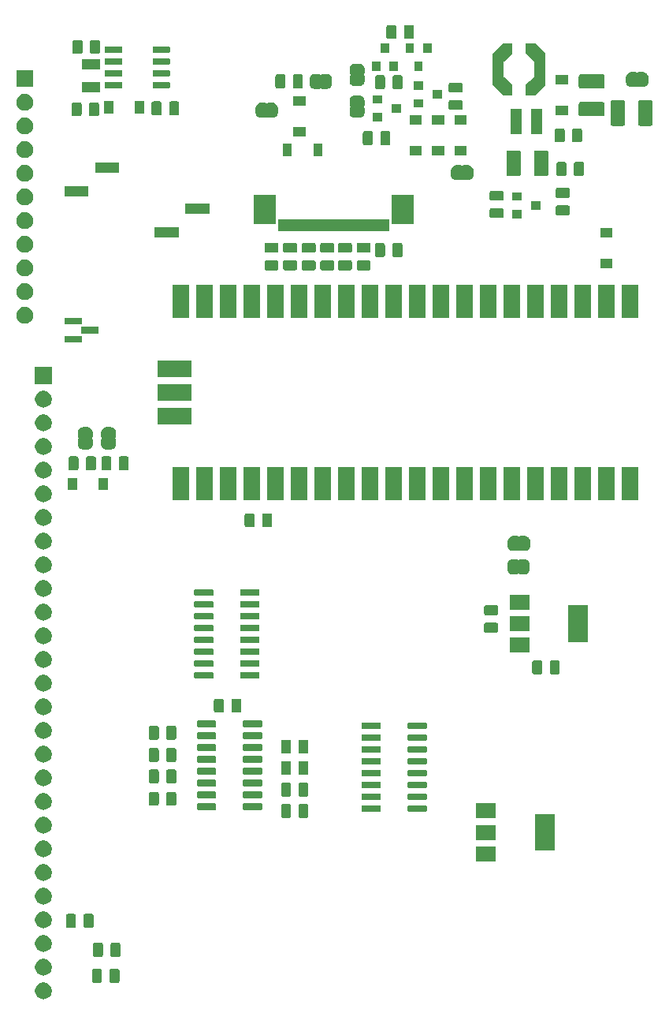
<source format=gbr>
G04 #@! TF.GenerationSoftware,KiCad,Pcbnew,5.1.5+dfsg1-2build2*
G04 #@! TF.CreationDate,2021-11-13T09:19:55+00:00*
G04 #@! TF.ProjectId,psion-org2-main,7073696f-6e2d-46f7-9267-322d6d61696e,rev?*
G04 #@! TF.SameCoordinates,Original*
G04 #@! TF.FileFunction,Soldermask,Bot*
G04 #@! TF.FilePolarity,Negative*
%FSLAX46Y46*%
G04 Gerber Fmt 4.6, Leading zero omitted, Abs format (unit mm)*
G04 Created by KiCad (PCBNEW 5.1.5+dfsg1-2build2) date 2021-11-13 09:19:55*
%MOMM*%
%LPD*%
G04 APERTURE LIST*
%ADD10C,0.100000*%
G04 APERTURE END LIST*
D10*
G36*
X142213512Y-159003927D02*
G01*
X142362812Y-159033624D01*
X142526784Y-159101544D01*
X142674354Y-159200147D01*
X142799853Y-159325646D01*
X142898456Y-159473216D01*
X142966376Y-159637188D01*
X143001000Y-159811259D01*
X143001000Y-159988741D01*
X142966376Y-160162812D01*
X142898456Y-160326784D01*
X142799853Y-160474354D01*
X142674354Y-160599853D01*
X142526784Y-160698456D01*
X142362812Y-160766376D01*
X142213512Y-160796073D01*
X142188742Y-160801000D01*
X142011258Y-160801000D01*
X141986488Y-160796073D01*
X141837188Y-160766376D01*
X141673216Y-160698456D01*
X141525646Y-160599853D01*
X141400147Y-160474354D01*
X141301544Y-160326784D01*
X141233624Y-160162812D01*
X141199000Y-159988741D01*
X141199000Y-159811259D01*
X141233624Y-159637188D01*
X141301544Y-159473216D01*
X141400147Y-159325646D01*
X141525646Y-159200147D01*
X141673216Y-159101544D01*
X141837188Y-159033624D01*
X141986488Y-159003927D01*
X142011258Y-158999000D01*
X142188742Y-158999000D01*
X142213512Y-159003927D01*
G37*
G36*
X150109468Y-157553565D02*
G01*
X150148138Y-157565296D01*
X150183777Y-157584346D01*
X150215017Y-157609983D01*
X150240654Y-157641223D01*
X150259704Y-157676862D01*
X150271435Y-157715532D01*
X150276000Y-157761888D01*
X150276000Y-158838112D01*
X150271435Y-158884468D01*
X150259704Y-158923138D01*
X150240654Y-158958777D01*
X150215017Y-158990017D01*
X150183777Y-159015654D01*
X150148138Y-159034704D01*
X150109468Y-159046435D01*
X150063112Y-159051000D01*
X149411888Y-159051000D01*
X149365532Y-159046435D01*
X149326862Y-159034704D01*
X149291223Y-159015654D01*
X149259983Y-158990017D01*
X149234346Y-158958777D01*
X149215296Y-158923138D01*
X149203565Y-158884468D01*
X149199000Y-158838112D01*
X149199000Y-157761888D01*
X149203565Y-157715532D01*
X149215296Y-157676862D01*
X149234346Y-157641223D01*
X149259983Y-157609983D01*
X149291223Y-157584346D01*
X149326862Y-157565296D01*
X149365532Y-157553565D01*
X149411888Y-157549000D01*
X150063112Y-157549000D01*
X150109468Y-157553565D01*
G37*
G36*
X148234468Y-157553565D02*
G01*
X148273138Y-157565296D01*
X148308777Y-157584346D01*
X148340017Y-157609983D01*
X148365654Y-157641223D01*
X148384704Y-157676862D01*
X148396435Y-157715532D01*
X148401000Y-157761888D01*
X148401000Y-158838112D01*
X148396435Y-158884468D01*
X148384704Y-158923138D01*
X148365654Y-158958777D01*
X148340017Y-158990017D01*
X148308777Y-159015654D01*
X148273138Y-159034704D01*
X148234468Y-159046435D01*
X148188112Y-159051000D01*
X147536888Y-159051000D01*
X147490532Y-159046435D01*
X147451862Y-159034704D01*
X147416223Y-159015654D01*
X147384983Y-158990017D01*
X147359346Y-158958777D01*
X147340296Y-158923138D01*
X147328565Y-158884468D01*
X147324000Y-158838112D01*
X147324000Y-157761888D01*
X147328565Y-157715532D01*
X147340296Y-157676862D01*
X147359346Y-157641223D01*
X147384983Y-157609983D01*
X147416223Y-157584346D01*
X147451862Y-157565296D01*
X147490532Y-157553565D01*
X147536888Y-157549000D01*
X148188112Y-157549000D01*
X148234468Y-157553565D01*
G37*
G36*
X142213512Y-156463927D02*
G01*
X142362812Y-156493624D01*
X142526784Y-156561544D01*
X142674354Y-156660147D01*
X142799853Y-156785646D01*
X142898456Y-156933216D01*
X142966376Y-157097188D01*
X143001000Y-157271259D01*
X143001000Y-157448741D01*
X142966376Y-157622812D01*
X142898456Y-157786784D01*
X142799853Y-157934354D01*
X142674354Y-158059853D01*
X142526784Y-158158456D01*
X142362812Y-158226376D01*
X142213512Y-158256073D01*
X142188742Y-158261000D01*
X142011258Y-158261000D01*
X141986488Y-158256073D01*
X141837188Y-158226376D01*
X141673216Y-158158456D01*
X141525646Y-158059853D01*
X141400147Y-157934354D01*
X141301544Y-157786784D01*
X141233624Y-157622812D01*
X141199000Y-157448741D01*
X141199000Y-157271259D01*
X141233624Y-157097188D01*
X141301544Y-156933216D01*
X141400147Y-156785646D01*
X141525646Y-156660147D01*
X141673216Y-156561544D01*
X141837188Y-156493624D01*
X141986488Y-156463927D01*
X142011258Y-156459000D01*
X142188742Y-156459000D01*
X142213512Y-156463927D01*
G37*
G36*
X148334468Y-154753565D02*
G01*
X148373138Y-154765296D01*
X148408777Y-154784346D01*
X148440017Y-154809983D01*
X148465654Y-154841223D01*
X148484704Y-154876862D01*
X148496435Y-154915532D01*
X148501000Y-154961888D01*
X148501000Y-156038112D01*
X148496435Y-156084468D01*
X148484704Y-156123138D01*
X148465654Y-156158777D01*
X148440017Y-156190017D01*
X148408777Y-156215654D01*
X148373138Y-156234704D01*
X148334468Y-156246435D01*
X148288112Y-156251000D01*
X147636888Y-156251000D01*
X147590532Y-156246435D01*
X147551862Y-156234704D01*
X147516223Y-156215654D01*
X147484983Y-156190017D01*
X147459346Y-156158777D01*
X147440296Y-156123138D01*
X147428565Y-156084468D01*
X147424000Y-156038112D01*
X147424000Y-154961888D01*
X147428565Y-154915532D01*
X147440296Y-154876862D01*
X147459346Y-154841223D01*
X147484983Y-154809983D01*
X147516223Y-154784346D01*
X147551862Y-154765296D01*
X147590532Y-154753565D01*
X147636888Y-154749000D01*
X148288112Y-154749000D01*
X148334468Y-154753565D01*
G37*
G36*
X150209468Y-154753565D02*
G01*
X150248138Y-154765296D01*
X150283777Y-154784346D01*
X150315017Y-154809983D01*
X150340654Y-154841223D01*
X150359704Y-154876862D01*
X150371435Y-154915532D01*
X150376000Y-154961888D01*
X150376000Y-156038112D01*
X150371435Y-156084468D01*
X150359704Y-156123138D01*
X150340654Y-156158777D01*
X150315017Y-156190017D01*
X150283777Y-156215654D01*
X150248138Y-156234704D01*
X150209468Y-156246435D01*
X150163112Y-156251000D01*
X149511888Y-156251000D01*
X149465532Y-156246435D01*
X149426862Y-156234704D01*
X149391223Y-156215654D01*
X149359983Y-156190017D01*
X149334346Y-156158777D01*
X149315296Y-156123138D01*
X149303565Y-156084468D01*
X149299000Y-156038112D01*
X149299000Y-154961888D01*
X149303565Y-154915532D01*
X149315296Y-154876862D01*
X149334346Y-154841223D01*
X149359983Y-154809983D01*
X149391223Y-154784346D01*
X149426862Y-154765296D01*
X149465532Y-154753565D01*
X149511888Y-154749000D01*
X150163112Y-154749000D01*
X150209468Y-154753565D01*
G37*
G36*
X142213512Y-153923927D02*
G01*
X142362812Y-153953624D01*
X142526784Y-154021544D01*
X142674354Y-154120147D01*
X142799853Y-154245646D01*
X142898456Y-154393216D01*
X142966376Y-154557188D01*
X143001000Y-154731259D01*
X143001000Y-154908741D01*
X142966376Y-155082812D01*
X142898456Y-155246784D01*
X142799853Y-155394354D01*
X142674354Y-155519853D01*
X142526784Y-155618456D01*
X142362812Y-155686376D01*
X142213512Y-155716073D01*
X142188742Y-155721000D01*
X142011258Y-155721000D01*
X141986488Y-155716073D01*
X141837188Y-155686376D01*
X141673216Y-155618456D01*
X141525646Y-155519853D01*
X141400147Y-155394354D01*
X141301544Y-155246784D01*
X141233624Y-155082812D01*
X141199000Y-154908741D01*
X141199000Y-154731259D01*
X141233624Y-154557188D01*
X141301544Y-154393216D01*
X141400147Y-154245646D01*
X141525646Y-154120147D01*
X141673216Y-154021544D01*
X141837188Y-153953624D01*
X141986488Y-153923927D01*
X142011258Y-153919000D01*
X142188742Y-153919000D01*
X142213512Y-153923927D01*
G37*
G36*
X142213512Y-151383927D02*
G01*
X142362812Y-151413624D01*
X142526784Y-151481544D01*
X142674354Y-151580147D01*
X142799853Y-151705646D01*
X142898456Y-151853216D01*
X142966376Y-152017188D01*
X143001000Y-152191259D01*
X143001000Y-152368741D01*
X142966376Y-152542812D01*
X142898456Y-152706784D01*
X142799853Y-152854354D01*
X142674354Y-152979853D01*
X142526784Y-153078456D01*
X142362812Y-153146376D01*
X142213512Y-153176073D01*
X142188742Y-153181000D01*
X142011258Y-153181000D01*
X141986488Y-153176073D01*
X141837188Y-153146376D01*
X141673216Y-153078456D01*
X141525646Y-152979853D01*
X141400147Y-152854354D01*
X141301544Y-152706784D01*
X141233624Y-152542812D01*
X141199000Y-152368741D01*
X141199000Y-152191259D01*
X141233624Y-152017188D01*
X141301544Y-151853216D01*
X141400147Y-151705646D01*
X141525646Y-151580147D01*
X141673216Y-151481544D01*
X141837188Y-151413624D01*
X141986488Y-151383927D01*
X142011258Y-151379000D01*
X142188742Y-151379000D01*
X142213512Y-151383927D01*
G37*
G36*
X145434468Y-151653565D02*
G01*
X145473138Y-151665296D01*
X145508777Y-151684346D01*
X145540017Y-151709983D01*
X145565654Y-151741223D01*
X145584704Y-151776862D01*
X145596435Y-151815532D01*
X145601000Y-151861888D01*
X145601000Y-152938112D01*
X145596435Y-152984468D01*
X145584704Y-153023138D01*
X145565654Y-153058777D01*
X145540017Y-153090017D01*
X145508777Y-153115654D01*
X145473138Y-153134704D01*
X145434468Y-153146435D01*
X145388112Y-153151000D01*
X144736888Y-153151000D01*
X144690532Y-153146435D01*
X144651862Y-153134704D01*
X144616223Y-153115654D01*
X144584983Y-153090017D01*
X144559346Y-153058777D01*
X144540296Y-153023138D01*
X144528565Y-152984468D01*
X144524000Y-152938112D01*
X144524000Y-151861888D01*
X144528565Y-151815532D01*
X144540296Y-151776862D01*
X144559346Y-151741223D01*
X144584983Y-151709983D01*
X144616223Y-151684346D01*
X144651862Y-151665296D01*
X144690532Y-151653565D01*
X144736888Y-151649000D01*
X145388112Y-151649000D01*
X145434468Y-151653565D01*
G37*
G36*
X147309468Y-151653565D02*
G01*
X147348138Y-151665296D01*
X147383777Y-151684346D01*
X147415017Y-151709983D01*
X147440654Y-151741223D01*
X147459704Y-151776862D01*
X147471435Y-151815532D01*
X147476000Y-151861888D01*
X147476000Y-152938112D01*
X147471435Y-152984468D01*
X147459704Y-153023138D01*
X147440654Y-153058777D01*
X147415017Y-153090017D01*
X147383777Y-153115654D01*
X147348138Y-153134704D01*
X147309468Y-153146435D01*
X147263112Y-153151000D01*
X146611888Y-153151000D01*
X146565532Y-153146435D01*
X146526862Y-153134704D01*
X146491223Y-153115654D01*
X146459983Y-153090017D01*
X146434346Y-153058777D01*
X146415296Y-153023138D01*
X146403565Y-152984468D01*
X146399000Y-152938112D01*
X146399000Y-151861888D01*
X146403565Y-151815532D01*
X146415296Y-151776862D01*
X146434346Y-151741223D01*
X146459983Y-151709983D01*
X146491223Y-151684346D01*
X146526862Y-151665296D01*
X146565532Y-151653565D01*
X146611888Y-151649000D01*
X147263112Y-151649000D01*
X147309468Y-151653565D01*
G37*
G36*
X142213512Y-148843927D02*
G01*
X142362812Y-148873624D01*
X142526784Y-148941544D01*
X142674354Y-149040147D01*
X142799853Y-149165646D01*
X142898456Y-149313216D01*
X142966376Y-149477188D01*
X143001000Y-149651259D01*
X143001000Y-149828741D01*
X142966376Y-150002812D01*
X142898456Y-150166784D01*
X142799853Y-150314354D01*
X142674354Y-150439853D01*
X142526784Y-150538456D01*
X142362812Y-150606376D01*
X142213512Y-150636073D01*
X142188742Y-150641000D01*
X142011258Y-150641000D01*
X141986488Y-150636073D01*
X141837188Y-150606376D01*
X141673216Y-150538456D01*
X141525646Y-150439853D01*
X141400147Y-150314354D01*
X141301544Y-150166784D01*
X141233624Y-150002812D01*
X141199000Y-149828741D01*
X141199000Y-149651259D01*
X141233624Y-149477188D01*
X141301544Y-149313216D01*
X141400147Y-149165646D01*
X141525646Y-149040147D01*
X141673216Y-148941544D01*
X141837188Y-148873624D01*
X141986488Y-148843927D01*
X142011258Y-148839000D01*
X142188742Y-148839000D01*
X142213512Y-148843927D01*
G37*
G36*
X142213512Y-146303927D02*
G01*
X142362812Y-146333624D01*
X142526784Y-146401544D01*
X142674354Y-146500147D01*
X142799853Y-146625646D01*
X142898456Y-146773216D01*
X142966376Y-146937188D01*
X143001000Y-147111259D01*
X143001000Y-147288741D01*
X142966376Y-147462812D01*
X142898456Y-147626784D01*
X142799853Y-147774354D01*
X142674354Y-147899853D01*
X142526784Y-147998456D01*
X142362812Y-148066376D01*
X142213512Y-148096073D01*
X142188742Y-148101000D01*
X142011258Y-148101000D01*
X141986488Y-148096073D01*
X141837188Y-148066376D01*
X141673216Y-147998456D01*
X141525646Y-147899853D01*
X141400147Y-147774354D01*
X141301544Y-147626784D01*
X141233624Y-147462812D01*
X141199000Y-147288741D01*
X141199000Y-147111259D01*
X141233624Y-146937188D01*
X141301544Y-146773216D01*
X141400147Y-146625646D01*
X141525646Y-146500147D01*
X141673216Y-146401544D01*
X141837188Y-146333624D01*
X141986488Y-146303927D01*
X142011258Y-146299000D01*
X142188742Y-146299000D01*
X142213512Y-146303927D01*
G37*
G36*
X190701000Y-146001000D02*
G01*
X188599000Y-146001000D01*
X188599000Y-144399000D01*
X190701000Y-144399000D01*
X190701000Y-146001000D01*
G37*
G36*
X142213512Y-143763927D02*
G01*
X142362812Y-143793624D01*
X142526784Y-143861544D01*
X142674354Y-143960147D01*
X142799853Y-144085646D01*
X142898456Y-144233216D01*
X142966376Y-144397188D01*
X143001000Y-144571259D01*
X143001000Y-144748741D01*
X142966376Y-144922812D01*
X142898456Y-145086784D01*
X142799853Y-145234354D01*
X142674354Y-145359853D01*
X142526784Y-145458456D01*
X142362812Y-145526376D01*
X142213512Y-145556073D01*
X142188742Y-145561000D01*
X142011258Y-145561000D01*
X141986488Y-145556073D01*
X141837188Y-145526376D01*
X141673216Y-145458456D01*
X141525646Y-145359853D01*
X141400147Y-145234354D01*
X141301544Y-145086784D01*
X141233624Y-144922812D01*
X141199000Y-144748741D01*
X141199000Y-144571259D01*
X141233624Y-144397188D01*
X141301544Y-144233216D01*
X141400147Y-144085646D01*
X141525646Y-143960147D01*
X141673216Y-143861544D01*
X141837188Y-143793624D01*
X141986488Y-143763927D01*
X142011258Y-143759000D01*
X142188742Y-143759000D01*
X142213512Y-143763927D01*
G37*
G36*
X197001000Y-144851000D02*
G01*
X194899000Y-144851000D01*
X194899000Y-140949000D01*
X197001000Y-140949000D01*
X197001000Y-144851000D01*
G37*
G36*
X190701000Y-143701000D02*
G01*
X188599000Y-143701000D01*
X188599000Y-142099000D01*
X190701000Y-142099000D01*
X190701000Y-143701000D01*
G37*
G36*
X142209545Y-141223138D02*
G01*
X142362812Y-141253624D01*
X142526784Y-141321544D01*
X142674354Y-141420147D01*
X142799853Y-141545646D01*
X142898456Y-141693216D01*
X142966376Y-141857188D01*
X143001000Y-142031259D01*
X143001000Y-142208741D01*
X142966376Y-142382812D01*
X142898456Y-142546784D01*
X142799853Y-142694354D01*
X142674354Y-142819853D01*
X142526784Y-142918456D01*
X142362812Y-142986376D01*
X142213512Y-143016073D01*
X142188742Y-143021000D01*
X142011258Y-143021000D01*
X141986488Y-143016073D01*
X141837188Y-142986376D01*
X141673216Y-142918456D01*
X141525646Y-142819853D01*
X141400147Y-142694354D01*
X141301544Y-142546784D01*
X141233624Y-142382812D01*
X141199000Y-142208741D01*
X141199000Y-142031259D01*
X141233624Y-141857188D01*
X141301544Y-141693216D01*
X141400147Y-141545646D01*
X141525646Y-141420147D01*
X141673216Y-141321544D01*
X141837188Y-141253624D01*
X141990455Y-141223138D01*
X142011258Y-141219000D01*
X142188742Y-141219000D01*
X142209545Y-141223138D01*
G37*
G36*
X190701000Y-141401000D02*
G01*
X188599000Y-141401000D01*
X188599000Y-139799000D01*
X190701000Y-139799000D01*
X190701000Y-141401000D01*
G37*
G36*
X168534468Y-139853565D02*
G01*
X168573138Y-139865296D01*
X168608777Y-139884346D01*
X168640017Y-139909983D01*
X168665654Y-139941223D01*
X168684704Y-139976862D01*
X168696435Y-140015532D01*
X168701000Y-140061888D01*
X168701000Y-141138112D01*
X168696435Y-141184468D01*
X168684704Y-141223138D01*
X168665654Y-141258777D01*
X168640017Y-141290017D01*
X168608777Y-141315654D01*
X168573138Y-141334704D01*
X168534468Y-141346435D01*
X168488112Y-141351000D01*
X167836888Y-141351000D01*
X167790532Y-141346435D01*
X167751862Y-141334704D01*
X167716223Y-141315654D01*
X167684983Y-141290017D01*
X167659346Y-141258777D01*
X167640296Y-141223138D01*
X167628565Y-141184468D01*
X167624000Y-141138112D01*
X167624000Y-140061888D01*
X167628565Y-140015532D01*
X167640296Y-139976862D01*
X167659346Y-139941223D01*
X167684983Y-139909983D01*
X167716223Y-139884346D01*
X167751862Y-139865296D01*
X167790532Y-139853565D01*
X167836888Y-139849000D01*
X168488112Y-139849000D01*
X168534468Y-139853565D01*
G37*
G36*
X170409468Y-139853565D02*
G01*
X170448138Y-139865296D01*
X170483777Y-139884346D01*
X170515017Y-139909983D01*
X170540654Y-139941223D01*
X170559704Y-139976862D01*
X170571435Y-140015532D01*
X170576000Y-140061888D01*
X170576000Y-141138112D01*
X170571435Y-141184468D01*
X170559704Y-141223138D01*
X170540654Y-141258777D01*
X170515017Y-141290017D01*
X170483777Y-141315654D01*
X170448138Y-141334704D01*
X170409468Y-141346435D01*
X170363112Y-141351000D01*
X169711888Y-141351000D01*
X169665532Y-141346435D01*
X169626862Y-141334704D01*
X169591223Y-141315654D01*
X169559983Y-141290017D01*
X169534346Y-141258777D01*
X169515296Y-141223138D01*
X169503565Y-141184468D01*
X169499000Y-141138112D01*
X169499000Y-140061888D01*
X169503565Y-140015532D01*
X169515296Y-139976862D01*
X169534346Y-139941223D01*
X169559983Y-139909983D01*
X169591223Y-139884346D01*
X169626862Y-139865296D01*
X169665532Y-139853565D01*
X169711888Y-139849000D01*
X170363112Y-139849000D01*
X170409468Y-139853565D01*
G37*
G36*
X183209928Y-139996764D02*
G01*
X183231009Y-140003160D01*
X183250445Y-140013548D01*
X183267476Y-140027524D01*
X183281452Y-140044555D01*
X183291840Y-140063991D01*
X183298236Y-140085072D01*
X183301000Y-140113140D01*
X183301000Y-140576860D01*
X183298236Y-140604928D01*
X183291840Y-140626009D01*
X183281452Y-140645445D01*
X183267476Y-140662476D01*
X183250445Y-140676452D01*
X183231009Y-140686840D01*
X183209928Y-140693236D01*
X183181860Y-140696000D01*
X181368140Y-140696000D01*
X181340072Y-140693236D01*
X181318991Y-140686840D01*
X181299555Y-140676452D01*
X181282524Y-140662476D01*
X181268548Y-140645445D01*
X181258160Y-140626009D01*
X181251764Y-140604928D01*
X181249000Y-140576860D01*
X181249000Y-140113140D01*
X181251764Y-140085072D01*
X181258160Y-140063991D01*
X181268548Y-140044555D01*
X181282524Y-140027524D01*
X181299555Y-140013548D01*
X181318991Y-140003160D01*
X181340072Y-139996764D01*
X181368140Y-139994000D01*
X183181860Y-139994000D01*
X183209928Y-139996764D01*
G37*
G36*
X178259928Y-139996764D02*
G01*
X178281009Y-140003160D01*
X178300445Y-140013548D01*
X178317476Y-140027524D01*
X178331452Y-140044555D01*
X178341840Y-140063991D01*
X178348236Y-140085072D01*
X178351000Y-140113140D01*
X178351000Y-140576860D01*
X178348236Y-140604928D01*
X178341840Y-140626009D01*
X178331452Y-140645445D01*
X178317476Y-140662476D01*
X178300445Y-140676452D01*
X178281009Y-140686840D01*
X178259928Y-140693236D01*
X178231860Y-140696000D01*
X176418140Y-140696000D01*
X176390072Y-140693236D01*
X176368991Y-140686840D01*
X176349555Y-140676452D01*
X176332524Y-140662476D01*
X176318548Y-140645445D01*
X176308160Y-140626009D01*
X176301764Y-140604928D01*
X176299000Y-140576860D01*
X176299000Y-140113140D01*
X176301764Y-140085072D01*
X176308160Y-140063991D01*
X176318548Y-140044555D01*
X176332524Y-140027524D01*
X176349555Y-140013548D01*
X176368991Y-140003160D01*
X176390072Y-139996764D01*
X176418140Y-139994000D01*
X178231860Y-139994000D01*
X178259928Y-139996764D01*
G37*
G36*
X165509928Y-139796764D02*
G01*
X165531009Y-139803160D01*
X165550445Y-139813548D01*
X165567476Y-139827524D01*
X165581452Y-139844555D01*
X165591840Y-139863991D01*
X165598236Y-139885072D01*
X165601000Y-139913140D01*
X165601000Y-140376860D01*
X165598236Y-140404928D01*
X165591840Y-140426009D01*
X165581452Y-140445445D01*
X165567476Y-140462476D01*
X165550445Y-140476452D01*
X165531009Y-140486840D01*
X165509928Y-140493236D01*
X165481860Y-140496000D01*
X163668140Y-140496000D01*
X163640072Y-140493236D01*
X163618991Y-140486840D01*
X163599555Y-140476452D01*
X163582524Y-140462476D01*
X163568548Y-140445445D01*
X163558160Y-140426009D01*
X163551764Y-140404928D01*
X163549000Y-140376860D01*
X163549000Y-139913140D01*
X163551764Y-139885072D01*
X163558160Y-139863991D01*
X163568548Y-139844555D01*
X163582524Y-139827524D01*
X163599555Y-139813548D01*
X163618991Y-139803160D01*
X163640072Y-139796764D01*
X163668140Y-139794000D01*
X165481860Y-139794000D01*
X165509928Y-139796764D01*
G37*
G36*
X160559928Y-139796764D02*
G01*
X160581009Y-139803160D01*
X160600445Y-139813548D01*
X160617476Y-139827524D01*
X160631452Y-139844555D01*
X160641840Y-139863991D01*
X160648236Y-139885072D01*
X160651000Y-139913140D01*
X160651000Y-140376860D01*
X160648236Y-140404928D01*
X160641840Y-140426009D01*
X160631452Y-140445445D01*
X160617476Y-140462476D01*
X160600445Y-140476452D01*
X160581009Y-140486840D01*
X160559928Y-140493236D01*
X160531860Y-140496000D01*
X158718140Y-140496000D01*
X158690072Y-140493236D01*
X158668991Y-140486840D01*
X158649555Y-140476452D01*
X158632524Y-140462476D01*
X158618548Y-140445445D01*
X158608160Y-140426009D01*
X158601764Y-140404928D01*
X158599000Y-140376860D01*
X158599000Y-139913140D01*
X158601764Y-139885072D01*
X158608160Y-139863991D01*
X158618548Y-139844555D01*
X158632524Y-139827524D01*
X158649555Y-139813548D01*
X158668991Y-139803160D01*
X158690072Y-139796764D01*
X158718140Y-139794000D01*
X160531860Y-139794000D01*
X160559928Y-139796764D01*
G37*
G36*
X142213512Y-138683927D02*
G01*
X142362812Y-138713624D01*
X142526784Y-138781544D01*
X142674354Y-138880147D01*
X142799853Y-139005646D01*
X142898456Y-139153216D01*
X142966376Y-139317188D01*
X143001000Y-139491259D01*
X143001000Y-139668741D01*
X142966376Y-139842812D01*
X142898456Y-140006784D01*
X142799853Y-140154354D01*
X142674354Y-140279853D01*
X142526784Y-140378456D01*
X142362812Y-140446376D01*
X142213512Y-140476073D01*
X142188742Y-140481000D01*
X142011258Y-140481000D01*
X141986488Y-140476073D01*
X141837188Y-140446376D01*
X141673216Y-140378456D01*
X141525646Y-140279853D01*
X141400147Y-140154354D01*
X141301544Y-140006784D01*
X141233624Y-139842812D01*
X141199000Y-139668741D01*
X141199000Y-139491259D01*
X141233624Y-139317188D01*
X141301544Y-139153216D01*
X141400147Y-139005646D01*
X141525646Y-138880147D01*
X141673216Y-138781544D01*
X141837188Y-138713624D01*
X141986488Y-138683927D01*
X142011258Y-138679000D01*
X142188742Y-138679000D01*
X142213512Y-138683927D01*
G37*
G36*
X154334468Y-138553565D02*
G01*
X154373138Y-138565296D01*
X154408777Y-138584346D01*
X154440017Y-138609983D01*
X154465654Y-138641223D01*
X154484704Y-138676862D01*
X154496435Y-138715532D01*
X154501000Y-138761888D01*
X154501000Y-139838112D01*
X154496435Y-139884468D01*
X154484704Y-139923138D01*
X154465654Y-139958777D01*
X154440017Y-139990017D01*
X154408777Y-140015654D01*
X154373138Y-140034704D01*
X154334468Y-140046435D01*
X154288112Y-140051000D01*
X153636888Y-140051000D01*
X153590532Y-140046435D01*
X153551862Y-140034704D01*
X153516223Y-140015654D01*
X153484983Y-139990017D01*
X153459346Y-139958777D01*
X153440296Y-139923138D01*
X153428565Y-139884468D01*
X153424000Y-139838112D01*
X153424000Y-138761888D01*
X153428565Y-138715532D01*
X153440296Y-138676862D01*
X153459346Y-138641223D01*
X153484983Y-138609983D01*
X153516223Y-138584346D01*
X153551862Y-138565296D01*
X153590532Y-138553565D01*
X153636888Y-138549000D01*
X154288112Y-138549000D01*
X154334468Y-138553565D01*
G37*
G36*
X156209468Y-138553565D02*
G01*
X156248138Y-138565296D01*
X156283777Y-138584346D01*
X156315017Y-138609983D01*
X156340654Y-138641223D01*
X156359704Y-138676862D01*
X156371435Y-138715532D01*
X156376000Y-138761888D01*
X156376000Y-139838112D01*
X156371435Y-139884468D01*
X156359704Y-139923138D01*
X156340654Y-139958777D01*
X156315017Y-139990017D01*
X156283777Y-140015654D01*
X156248138Y-140034704D01*
X156209468Y-140046435D01*
X156163112Y-140051000D01*
X155511888Y-140051000D01*
X155465532Y-140046435D01*
X155426862Y-140034704D01*
X155391223Y-140015654D01*
X155359983Y-139990017D01*
X155334346Y-139958777D01*
X155315296Y-139923138D01*
X155303565Y-139884468D01*
X155299000Y-139838112D01*
X155299000Y-138761888D01*
X155303565Y-138715532D01*
X155315296Y-138676862D01*
X155334346Y-138641223D01*
X155359983Y-138609983D01*
X155391223Y-138584346D01*
X155426862Y-138565296D01*
X155465532Y-138553565D01*
X155511888Y-138549000D01*
X156163112Y-138549000D01*
X156209468Y-138553565D01*
G37*
G36*
X183209928Y-138726764D02*
G01*
X183231009Y-138733160D01*
X183250445Y-138743548D01*
X183267476Y-138757524D01*
X183281452Y-138774555D01*
X183291840Y-138793991D01*
X183298236Y-138815072D01*
X183301000Y-138843140D01*
X183301000Y-139306860D01*
X183298236Y-139334928D01*
X183291840Y-139356009D01*
X183281452Y-139375445D01*
X183267476Y-139392476D01*
X183250445Y-139406452D01*
X183231009Y-139416840D01*
X183209928Y-139423236D01*
X183181860Y-139426000D01*
X181368140Y-139426000D01*
X181340072Y-139423236D01*
X181318991Y-139416840D01*
X181299555Y-139406452D01*
X181282524Y-139392476D01*
X181268548Y-139375445D01*
X181258160Y-139356009D01*
X181251764Y-139334928D01*
X181249000Y-139306860D01*
X181249000Y-138843140D01*
X181251764Y-138815072D01*
X181258160Y-138793991D01*
X181268548Y-138774555D01*
X181282524Y-138757524D01*
X181299555Y-138743548D01*
X181318991Y-138733160D01*
X181340072Y-138726764D01*
X181368140Y-138724000D01*
X183181860Y-138724000D01*
X183209928Y-138726764D01*
G37*
G36*
X178259928Y-138726764D02*
G01*
X178281009Y-138733160D01*
X178300445Y-138743548D01*
X178317476Y-138757524D01*
X178331452Y-138774555D01*
X178341840Y-138793991D01*
X178348236Y-138815072D01*
X178351000Y-138843140D01*
X178351000Y-139306860D01*
X178348236Y-139334928D01*
X178341840Y-139356009D01*
X178331452Y-139375445D01*
X178317476Y-139392476D01*
X178300445Y-139406452D01*
X178281009Y-139416840D01*
X178259928Y-139423236D01*
X178231860Y-139426000D01*
X176418140Y-139426000D01*
X176390072Y-139423236D01*
X176368991Y-139416840D01*
X176349555Y-139406452D01*
X176332524Y-139392476D01*
X176318548Y-139375445D01*
X176308160Y-139356009D01*
X176301764Y-139334928D01*
X176299000Y-139306860D01*
X176299000Y-138843140D01*
X176301764Y-138815072D01*
X176308160Y-138793991D01*
X176318548Y-138774555D01*
X176332524Y-138757524D01*
X176349555Y-138743548D01*
X176368991Y-138733160D01*
X176390072Y-138726764D01*
X176418140Y-138724000D01*
X178231860Y-138724000D01*
X178259928Y-138726764D01*
G37*
G36*
X160559928Y-138526764D02*
G01*
X160581009Y-138533160D01*
X160600445Y-138543548D01*
X160617476Y-138557524D01*
X160631452Y-138574555D01*
X160641840Y-138593991D01*
X160648236Y-138615072D01*
X160651000Y-138643140D01*
X160651000Y-139106860D01*
X160648236Y-139134928D01*
X160641840Y-139156009D01*
X160631452Y-139175445D01*
X160617476Y-139192476D01*
X160600445Y-139206452D01*
X160581009Y-139216840D01*
X160559928Y-139223236D01*
X160531860Y-139226000D01*
X158718140Y-139226000D01*
X158690072Y-139223236D01*
X158668991Y-139216840D01*
X158649555Y-139206452D01*
X158632524Y-139192476D01*
X158618548Y-139175445D01*
X158608160Y-139156009D01*
X158601764Y-139134928D01*
X158599000Y-139106860D01*
X158599000Y-138643140D01*
X158601764Y-138615072D01*
X158608160Y-138593991D01*
X158618548Y-138574555D01*
X158632524Y-138557524D01*
X158649555Y-138543548D01*
X158668991Y-138533160D01*
X158690072Y-138526764D01*
X158718140Y-138524000D01*
X160531860Y-138524000D01*
X160559928Y-138526764D01*
G37*
G36*
X165509928Y-138526764D02*
G01*
X165531009Y-138533160D01*
X165550445Y-138543548D01*
X165567476Y-138557524D01*
X165581452Y-138574555D01*
X165591840Y-138593991D01*
X165598236Y-138615072D01*
X165601000Y-138643140D01*
X165601000Y-139106860D01*
X165598236Y-139134928D01*
X165591840Y-139156009D01*
X165581452Y-139175445D01*
X165567476Y-139192476D01*
X165550445Y-139206452D01*
X165531009Y-139216840D01*
X165509928Y-139223236D01*
X165481860Y-139226000D01*
X163668140Y-139226000D01*
X163640072Y-139223236D01*
X163618991Y-139216840D01*
X163599555Y-139206452D01*
X163582524Y-139192476D01*
X163568548Y-139175445D01*
X163558160Y-139156009D01*
X163551764Y-139134928D01*
X163549000Y-139106860D01*
X163549000Y-138643140D01*
X163551764Y-138615072D01*
X163558160Y-138593991D01*
X163568548Y-138574555D01*
X163582524Y-138557524D01*
X163599555Y-138543548D01*
X163618991Y-138533160D01*
X163640072Y-138526764D01*
X163668140Y-138524000D01*
X165481860Y-138524000D01*
X165509928Y-138526764D01*
G37*
G36*
X168534468Y-137553565D02*
G01*
X168573138Y-137565296D01*
X168608777Y-137584346D01*
X168640017Y-137609983D01*
X168665654Y-137641223D01*
X168684704Y-137676862D01*
X168696435Y-137715532D01*
X168701000Y-137761888D01*
X168701000Y-138838112D01*
X168696435Y-138884468D01*
X168684704Y-138923138D01*
X168665654Y-138958777D01*
X168640017Y-138990017D01*
X168608777Y-139015654D01*
X168573138Y-139034704D01*
X168534468Y-139046435D01*
X168488112Y-139051000D01*
X167836888Y-139051000D01*
X167790532Y-139046435D01*
X167751862Y-139034704D01*
X167716223Y-139015654D01*
X167684983Y-138990017D01*
X167659346Y-138958777D01*
X167640296Y-138923138D01*
X167628565Y-138884468D01*
X167624000Y-138838112D01*
X167624000Y-137761888D01*
X167628565Y-137715532D01*
X167640296Y-137676862D01*
X167659346Y-137641223D01*
X167684983Y-137609983D01*
X167716223Y-137584346D01*
X167751862Y-137565296D01*
X167790532Y-137553565D01*
X167836888Y-137549000D01*
X168488112Y-137549000D01*
X168534468Y-137553565D01*
G37*
G36*
X170409468Y-137553565D02*
G01*
X170448138Y-137565296D01*
X170483777Y-137584346D01*
X170515017Y-137609983D01*
X170540654Y-137641223D01*
X170559704Y-137676862D01*
X170571435Y-137715532D01*
X170576000Y-137761888D01*
X170576000Y-138838112D01*
X170571435Y-138884468D01*
X170559704Y-138923138D01*
X170540654Y-138958777D01*
X170515017Y-138990017D01*
X170483777Y-139015654D01*
X170448138Y-139034704D01*
X170409468Y-139046435D01*
X170363112Y-139051000D01*
X169711888Y-139051000D01*
X169665532Y-139046435D01*
X169626862Y-139034704D01*
X169591223Y-139015654D01*
X169559983Y-138990017D01*
X169534346Y-138958777D01*
X169515296Y-138923138D01*
X169503565Y-138884468D01*
X169499000Y-138838112D01*
X169499000Y-137761888D01*
X169503565Y-137715532D01*
X169515296Y-137676862D01*
X169534346Y-137641223D01*
X169559983Y-137609983D01*
X169591223Y-137584346D01*
X169626862Y-137565296D01*
X169665532Y-137553565D01*
X169711888Y-137549000D01*
X170363112Y-137549000D01*
X170409468Y-137553565D01*
G37*
G36*
X183209928Y-137456764D02*
G01*
X183231009Y-137463160D01*
X183250445Y-137473548D01*
X183267476Y-137487524D01*
X183281452Y-137504555D01*
X183291840Y-137523991D01*
X183298236Y-137545072D01*
X183301000Y-137573140D01*
X183301000Y-138036860D01*
X183298236Y-138064928D01*
X183291840Y-138086009D01*
X183281452Y-138105445D01*
X183267476Y-138122476D01*
X183250445Y-138136452D01*
X183231009Y-138146840D01*
X183209928Y-138153236D01*
X183181860Y-138156000D01*
X181368140Y-138156000D01*
X181340072Y-138153236D01*
X181318991Y-138146840D01*
X181299555Y-138136452D01*
X181282524Y-138122476D01*
X181268548Y-138105445D01*
X181258160Y-138086009D01*
X181251764Y-138064928D01*
X181249000Y-138036860D01*
X181249000Y-137573140D01*
X181251764Y-137545072D01*
X181258160Y-137523991D01*
X181268548Y-137504555D01*
X181282524Y-137487524D01*
X181299555Y-137473548D01*
X181318991Y-137463160D01*
X181340072Y-137456764D01*
X181368140Y-137454000D01*
X183181860Y-137454000D01*
X183209928Y-137456764D01*
G37*
G36*
X178259928Y-137456764D02*
G01*
X178281009Y-137463160D01*
X178300445Y-137473548D01*
X178317476Y-137487524D01*
X178331452Y-137504555D01*
X178341840Y-137523991D01*
X178348236Y-137545072D01*
X178351000Y-137573140D01*
X178351000Y-138036860D01*
X178348236Y-138064928D01*
X178341840Y-138086009D01*
X178331452Y-138105445D01*
X178317476Y-138122476D01*
X178300445Y-138136452D01*
X178281009Y-138146840D01*
X178259928Y-138153236D01*
X178231860Y-138156000D01*
X176418140Y-138156000D01*
X176390072Y-138153236D01*
X176368991Y-138146840D01*
X176349555Y-138136452D01*
X176332524Y-138122476D01*
X176318548Y-138105445D01*
X176308160Y-138086009D01*
X176301764Y-138064928D01*
X176299000Y-138036860D01*
X176299000Y-137573140D01*
X176301764Y-137545072D01*
X176308160Y-137523991D01*
X176318548Y-137504555D01*
X176332524Y-137487524D01*
X176349555Y-137473548D01*
X176368991Y-137463160D01*
X176390072Y-137456764D01*
X176418140Y-137454000D01*
X178231860Y-137454000D01*
X178259928Y-137456764D01*
G37*
G36*
X160559928Y-137256764D02*
G01*
X160581009Y-137263160D01*
X160600445Y-137273548D01*
X160617476Y-137287524D01*
X160631452Y-137304555D01*
X160641840Y-137323991D01*
X160648236Y-137345072D01*
X160651000Y-137373140D01*
X160651000Y-137836860D01*
X160648236Y-137864928D01*
X160641840Y-137886009D01*
X160631452Y-137905445D01*
X160617476Y-137922476D01*
X160600445Y-137936452D01*
X160581009Y-137946840D01*
X160559928Y-137953236D01*
X160531860Y-137956000D01*
X158718140Y-137956000D01*
X158690072Y-137953236D01*
X158668991Y-137946840D01*
X158649555Y-137936452D01*
X158632524Y-137922476D01*
X158618548Y-137905445D01*
X158608160Y-137886009D01*
X158601764Y-137864928D01*
X158599000Y-137836860D01*
X158599000Y-137373140D01*
X158601764Y-137345072D01*
X158608160Y-137323991D01*
X158618548Y-137304555D01*
X158632524Y-137287524D01*
X158649555Y-137273548D01*
X158668991Y-137263160D01*
X158690072Y-137256764D01*
X158718140Y-137254000D01*
X160531860Y-137254000D01*
X160559928Y-137256764D01*
G37*
G36*
X165509928Y-137256764D02*
G01*
X165531009Y-137263160D01*
X165550445Y-137273548D01*
X165567476Y-137287524D01*
X165581452Y-137304555D01*
X165591840Y-137323991D01*
X165598236Y-137345072D01*
X165601000Y-137373140D01*
X165601000Y-137836860D01*
X165598236Y-137864928D01*
X165591840Y-137886009D01*
X165581452Y-137905445D01*
X165567476Y-137922476D01*
X165550445Y-137936452D01*
X165531009Y-137946840D01*
X165509928Y-137953236D01*
X165481860Y-137956000D01*
X163668140Y-137956000D01*
X163640072Y-137953236D01*
X163618991Y-137946840D01*
X163599555Y-137936452D01*
X163582524Y-137922476D01*
X163568548Y-137905445D01*
X163558160Y-137886009D01*
X163551764Y-137864928D01*
X163549000Y-137836860D01*
X163549000Y-137373140D01*
X163551764Y-137345072D01*
X163558160Y-137323991D01*
X163568548Y-137304555D01*
X163582524Y-137287524D01*
X163599555Y-137273548D01*
X163618991Y-137263160D01*
X163640072Y-137256764D01*
X163668140Y-137254000D01*
X165481860Y-137254000D01*
X165509928Y-137256764D01*
G37*
G36*
X142213512Y-136143927D02*
G01*
X142362812Y-136173624D01*
X142526784Y-136241544D01*
X142674354Y-136340147D01*
X142799853Y-136465646D01*
X142898456Y-136613216D01*
X142966376Y-136777188D01*
X143001000Y-136951259D01*
X143001000Y-137128741D01*
X142966376Y-137302812D01*
X142898456Y-137466784D01*
X142799853Y-137614354D01*
X142674354Y-137739853D01*
X142526784Y-137838456D01*
X142362812Y-137906376D01*
X142213512Y-137936073D01*
X142188742Y-137941000D01*
X142011258Y-137941000D01*
X141986488Y-137936073D01*
X141837188Y-137906376D01*
X141673216Y-137838456D01*
X141525646Y-137739853D01*
X141400147Y-137614354D01*
X141301544Y-137466784D01*
X141233624Y-137302812D01*
X141199000Y-137128741D01*
X141199000Y-136951259D01*
X141233624Y-136777188D01*
X141301544Y-136613216D01*
X141400147Y-136465646D01*
X141525646Y-136340147D01*
X141673216Y-136241544D01*
X141837188Y-136173624D01*
X141986488Y-136143927D01*
X142011258Y-136139000D01*
X142188742Y-136139000D01*
X142213512Y-136143927D01*
G37*
G36*
X156209468Y-136153565D02*
G01*
X156248138Y-136165296D01*
X156283777Y-136184346D01*
X156315017Y-136209983D01*
X156340654Y-136241223D01*
X156359704Y-136276862D01*
X156371435Y-136315532D01*
X156376000Y-136361888D01*
X156376000Y-137438112D01*
X156371435Y-137484468D01*
X156359704Y-137523138D01*
X156340654Y-137558777D01*
X156315017Y-137590017D01*
X156283777Y-137615654D01*
X156248138Y-137634704D01*
X156209468Y-137646435D01*
X156163112Y-137651000D01*
X155511888Y-137651000D01*
X155465532Y-137646435D01*
X155426862Y-137634704D01*
X155391223Y-137615654D01*
X155359983Y-137590017D01*
X155334346Y-137558777D01*
X155315296Y-137523138D01*
X155303565Y-137484468D01*
X155299000Y-137438112D01*
X155299000Y-136361888D01*
X155303565Y-136315532D01*
X155315296Y-136276862D01*
X155334346Y-136241223D01*
X155359983Y-136209983D01*
X155391223Y-136184346D01*
X155426862Y-136165296D01*
X155465532Y-136153565D01*
X155511888Y-136149000D01*
X156163112Y-136149000D01*
X156209468Y-136153565D01*
G37*
G36*
X154334468Y-136153565D02*
G01*
X154373138Y-136165296D01*
X154408777Y-136184346D01*
X154440017Y-136209983D01*
X154465654Y-136241223D01*
X154484704Y-136276862D01*
X154496435Y-136315532D01*
X154501000Y-136361888D01*
X154501000Y-137438112D01*
X154496435Y-137484468D01*
X154484704Y-137523138D01*
X154465654Y-137558777D01*
X154440017Y-137590017D01*
X154408777Y-137615654D01*
X154373138Y-137634704D01*
X154334468Y-137646435D01*
X154288112Y-137651000D01*
X153636888Y-137651000D01*
X153590532Y-137646435D01*
X153551862Y-137634704D01*
X153516223Y-137615654D01*
X153484983Y-137590017D01*
X153459346Y-137558777D01*
X153440296Y-137523138D01*
X153428565Y-137484468D01*
X153424000Y-137438112D01*
X153424000Y-136361888D01*
X153428565Y-136315532D01*
X153440296Y-136276862D01*
X153459346Y-136241223D01*
X153484983Y-136209983D01*
X153516223Y-136184346D01*
X153551862Y-136165296D01*
X153590532Y-136153565D01*
X153636888Y-136149000D01*
X154288112Y-136149000D01*
X154334468Y-136153565D01*
G37*
G36*
X183209928Y-136186764D02*
G01*
X183231009Y-136193160D01*
X183250445Y-136203548D01*
X183267476Y-136217524D01*
X183281452Y-136234555D01*
X183291840Y-136253991D01*
X183298236Y-136275072D01*
X183301000Y-136303140D01*
X183301000Y-136766860D01*
X183298236Y-136794928D01*
X183291840Y-136816009D01*
X183281452Y-136835445D01*
X183267476Y-136852476D01*
X183250445Y-136866452D01*
X183231009Y-136876840D01*
X183209928Y-136883236D01*
X183181860Y-136886000D01*
X181368140Y-136886000D01*
X181340072Y-136883236D01*
X181318991Y-136876840D01*
X181299555Y-136866452D01*
X181282524Y-136852476D01*
X181268548Y-136835445D01*
X181258160Y-136816009D01*
X181251764Y-136794928D01*
X181249000Y-136766860D01*
X181249000Y-136303140D01*
X181251764Y-136275072D01*
X181258160Y-136253991D01*
X181268548Y-136234555D01*
X181282524Y-136217524D01*
X181299555Y-136203548D01*
X181318991Y-136193160D01*
X181340072Y-136186764D01*
X181368140Y-136184000D01*
X183181860Y-136184000D01*
X183209928Y-136186764D01*
G37*
G36*
X178259928Y-136186764D02*
G01*
X178281009Y-136193160D01*
X178300445Y-136203548D01*
X178317476Y-136217524D01*
X178331452Y-136234555D01*
X178341840Y-136253991D01*
X178348236Y-136275072D01*
X178351000Y-136303140D01*
X178351000Y-136766860D01*
X178348236Y-136794928D01*
X178341840Y-136816009D01*
X178331452Y-136835445D01*
X178317476Y-136852476D01*
X178300445Y-136866452D01*
X178281009Y-136876840D01*
X178259928Y-136883236D01*
X178231860Y-136886000D01*
X176418140Y-136886000D01*
X176390072Y-136883236D01*
X176368991Y-136876840D01*
X176349555Y-136866452D01*
X176332524Y-136852476D01*
X176318548Y-136835445D01*
X176308160Y-136816009D01*
X176301764Y-136794928D01*
X176299000Y-136766860D01*
X176299000Y-136303140D01*
X176301764Y-136275072D01*
X176308160Y-136253991D01*
X176318548Y-136234555D01*
X176332524Y-136217524D01*
X176349555Y-136203548D01*
X176368991Y-136193160D01*
X176390072Y-136186764D01*
X176418140Y-136184000D01*
X178231860Y-136184000D01*
X178259928Y-136186764D01*
G37*
G36*
X170409468Y-135253565D02*
G01*
X170448138Y-135265296D01*
X170483777Y-135284346D01*
X170515017Y-135309983D01*
X170540654Y-135341223D01*
X170559704Y-135376862D01*
X170571435Y-135415532D01*
X170576000Y-135461888D01*
X170576000Y-136538112D01*
X170571435Y-136584468D01*
X170559704Y-136623138D01*
X170540654Y-136658777D01*
X170515017Y-136690017D01*
X170483777Y-136715654D01*
X170448138Y-136734704D01*
X170409468Y-136746435D01*
X170363112Y-136751000D01*
X169711888Y-136751000D01*
X169665532Y-136746435D01*
X169626862Y-136734704D01*
X169591223Y-136715654D01*
X169559983Y-136690017D01*
X169534346Y-136658777D01*
X169515296Y-136623138D01*
X169503565Y-136584468D01*
X169499000Y-136538112D01*
X169499000Y-135461888D01*
X169503565Y-135415532D01*
X169515296Y-135376862D01*
X169534346Y-135341223D01*
X169559983Y-135309983D01*
X169591223Y-135284346D01*
X169626862Y-135265296D01*
X169665532Y-135253565D01*
X169711888Y-135249000D01*
X170363112Y-135249000D01*
X170409468Y-135253565D01*
G37*
G36*
X168534468Y-135253565D02*
G01*
X168573138Y-135265296D01*
X168608777Y-135284346D01*
X168640017Y-135309983D01*
X168665654Y-135341223D01*
X168684704Y-135376862D01*
X168696435Y-135415532D01*
X168701000Y-135461888D01*
X168701000Y-136538112D01*
X168696435Y-136584468D01*
X168684704Y-136623138D01*
X168665654Y-136658777D01*
X168640017Y-136690017D01*
X168608777Y-136715654D01*
X168573138Y-136734704D01*
X168534468Y-136746435D01*
X168488112Y-136751000D01*
X167836888Y-136751000D01*
X167790532Y-136746435D01*
X167751862Y-136734704D01*
X167716223Y-136715654D01*
X167684983Y-136690017D01*
X167659346Y-136658777D01*
X167640296Y-136623138D01*
X167628565Y-136584468D01*
X167624000Y-136538112D01*
X167624000Y-135461888D01*
X167628565Y-135415532D01*
X167640296Y-135376862D01*
X167659346Y-135341223D01*
X167684983Y-135309983D01*
X167716223Y-135284346D01*
X167751862Y-135265296D01*
X167790532Y-135253565D01*
X167836888Y-135249000D01*
X168488112Y-135249000D01*
X168534468Y-135253565D01*
G37*
G36*
X160559928Y-135986764D02*
G01*
X160581009Y-135993160D01*
X160600445Y-136003548D01*
X160617476Y-136017524D01*
X160631452Y-136034555D01*
X160641840Y-136053991D01*
X160648236Y-136075072D01*
X160651000Y-136103140D01*
X160651000Y-136566860D01*
X160648236Y-136594928D01*
X160641840Y-136616009D01*
X160631452Y-136635445D01*
X160617476Y-136652476D01*
X160600445Y-136666452D01*
X160581009Y-136676840D01*
X160559928Y-136683236D01*
X160531860Y-136686000D01*
X158718140Y-136686000D01*
X158690072Y-136683236D01*
X158668991Y-136676840D01*
X158649555Y-136666452D01*
X158632524Y-136652476D01*
X158618548Y-136635445D01*
X158608160Y-136616009D01*
X158601764Y-136594928D01*
X158599000Y-136566860D01*
X158599000Y-136103140D01*
X158601764Y-136075072D01*
X158608160Y-136053991D01*
X158618548Y-136034555D01*
X158632524Y-136017524D01*
X158649555Y-136003548D01*
X158668991Y-135993160D01*
X158690072Y-135986764D01*
X158718140Y-135984000D01*
X160531860Y-135984000D01*
X160559928Y-135986764D01*
G37*
G36*
X165509928Y-135986764D02*
G01*
X165531009Y-135993160D01*
X165550445Y-136003548D01*
X165567476Y-136017524D01*
X165581452Y-136034555D01*
X165591840Y-136053991D01*
X165598236Y-136075072D01*
X165601000Y-136103140D01*
X165601000Y-136566860D01*
X165598236Y-136594928D01*
X165591840Y-136616009D01*
X165581452Y-136635445D01*
X165567476Y-136652476D01*
X165550445Y-136666452D01*
X165531009Y-136676840D01*
X165509928Y-136683236D01*
X165481860Y-136686000D01*
X163668140Y-136686000D01*
X163640072Y-136683236D01*
X163618991Y-136676840D01*
X163599555Y-136666452D01*
X163582524Y-136652476D01*
X163568548Y-136635445D01*
X163558160Y-136616009D01*
X163551764Y-136594928D01*
X163549000Y-136566860D01*
X163549000Y-136103140D01*
X163551764Y-136075072D01*
X163558160Y-136053991D01*
X163568548Y-136034555D01*
X163582524Y-136017524D01*
X163599555Y-136003548D01*
X163618991Y-135993160D01*
X163640072Y-135986764D01*
X163668140Y-135984000D01*
X165481860Y-135984000D01*
X165509928Y-135986764D01*
G37*
G36*
X178259928Y-134916764D02*
G01*
X178281009Y-134923160D01*
X178300445Y-134933548D01*
X178317476Y-134947524D01*
X178331452Y-134964555D01*
X178341840Y-134983991D01*
X178348236Y-135005072D01*
X178351000Y-135033140D01*
X178351000Y-135496860D01*
X178348236Y-135524928D01*
X178341840Y-135546009D01*
X178331452Y-135565445D01*
X178317476Y-135582476D01*
X178300445Y-135596452D01*
X178281009Y-135606840D01*
X178259928Y-135613236D01*
X178231860Y-135616000D01*
X176418140Y-135616000D01*
X176390072Y-135613236D01*
X176368991Y-135606840D01*
X176349555Y-135596452D01*
X176332524Y-135582476D01*
X176318548Y-135565445D01*
X176308160Y-135546009D01*
X176301764Y-135524928D01*
X176299000Y-135496860D01*
X176299000Y-135033140D01*
X176301764Y-135005072D01*
X176308160Y-134983991D01*
X176318548Y-134964555D01*
X176332524Y-134947524D01*
X176349555Y-134933548D01*
X176368991Y-134923160D01*
X176390072Y-134916764D01*
X176418140Y-134914000D01*
X178231860Y-134914000D01*
X178259928Y-134916764D01*
G37*
G36*
X183209928Y-134916764D02*
G01*
X183231009Y-134923160D01*
X183250445Y-134933548D01*
X183267476Y-134947524D01*
X183281452Y-134964555D01*
X183291840Y-134983991D01*
X183298236Y-135005072D01*
X183301000Y-135033140D01*
X183301000Y-135496860D01*
X183298236Y-135524928D01*
X183291840Y-135546009D01*
X183281452Y-135565445D01*
X183267476Y-135582476D01*
X183250445Y-135596452D01*
X183231009Y-135606840D01*
X183209928Y-135613236D01*
X183181860Y-135616000D01*
X181368140Y-135616000D01*
X181340072Y-135613236D01*
X181318991Y-135606840D01*
X181299555Y-135596452D01*
X181282524Y-135582476D01*
X181268548Y-135565445D01*
X181258160Y-135546009D01*
X181251764Y-135524928D01*
X181249000Y-135496860D01*
X181249000Y-135033140D01*
X181251764Y-135005072D01*
X181258160Y-134983991D01*
X181268548Y-134964555D01*
X181282524Y-134947524D01*
X181299555Y-134933548D01*
X181318991Y-134923160D01*
X181340072Y-134916764D01*
X181368140Y-134914000D01*
X183181860Y-134914000D01*
X183209928Y-134916764D01*
G37*
G36*
X165509928Y-134716764D02*
G01*
X165531009Y-134723160D01*
X165550445Y-134733548D01*
X165567476Y-134747524D01*
X165581452Y-134764555D01*
X165591840Y-134783991D01*
X165598236Y-134805072D01*
X165601000Y-134833140D01*
X165601000Y-135296860D01*
X165598236Y-135324928D01*
X165591840Y-135346009D01*
X165581452Y-135365445D01*
X165567476Y-135382476D01*
X165550445Y-135396452D01*
X165531009Y-135406840D01*
X165509928Y-135413236D01*
X165481860Y-135416000D01*
X163668140Y-135416000D01*
X163640072Y-135413236D01*
X163618991Y-135406840D01*
X163599555Y-135396452D01*
X163582524Y-135382476D01*
X163568548Y-135365445D01*
X163558160Y-135346009D01*
X163551764Y-135324928D01*
X163549000Y-135296860D01*
X163549000Y-134833140D01*
X163551764Y-134805072D01*
X163558160Y-134783991D01*
X163568548Y-134764555D01*
X163582524Y-134747524D01*
X163599555Y-134733548D01*
X163618991Y-134723160D01*
X163640072Y-134716764D01*
X163668140Y-134714000D01*
X165481860Y-134714000D01*
X165509928Y-134716764D01*
G37*
G36*
X160559928Y-134716764D02*
G01*
X160581009Y-134723160D01*
X160600445Y-134733548D01*
X160617476Y-134747524D01*
X160631452Y-134764555D01*
X160641840Y-134783991D01*
X160648236Y-134805072D01*
X160651000Y-134833140D01*
X160651000Y-135296860D01*
X160648236Y-135324928D01*
X160641840Y-135346009D01*
X160631452Y-135365445D01*
X160617476Y-135382476D01*
X160600445Y-135396452D01*
X160581009Y-135406840D01*
X160559928Y-135413236D01*
X160531860Y-135416000D01*
X158718140Y-135416000D01*
X158690072Y-135413236D01*
X158668991Y-135406840D01*
X158649555Y-135396452D01*
X158632524Y-135382476D01*
X158618548Y-135365445D01*
X158608160Y-135346009D01*
X158601764Y-135324928D01*
X158599000Y-135296860D01*
X158599000Y-134833140D01*
X158601764Y-134805072D01*
X158608160Y-134783991D01*
X158618548Y-134764555D01*
X158632524Y-134747524D01*
X158649555Y-134733548D01*
X158668991Y-134723160D01*
X158690072Y-134716764D01*
X158718140Y-134714000D01*
X160531860Y-134714000D01*
X160559928Y-134716764D01*
G37*
G36*
X142213512Y-133603927D02*
G01*
X142362812Y-133633624D01*
X142526784Y-133701544D01*
X142674354Y-133800147D01*
X142799853Y-133925646D01*
X142898456Y-134073216D01*
X142966376Y-134237188D01*
X143001000Y-134411259D01*
X143001000Y-134588741D01*
X142966376Y-134762812D01*
X142898456Y-134926784D01*
X142799853Y-135074354D01*
X142674354Y-135199853D01*
X142526784Y-135298456D01*
X142362812Y-135366376D01*
X142213512Y-135396073D01*
X142188742Y-135401000D01*
X142011258Y-135401000D01*
X141986488Y-135396073D01*
X141837188Y-135366376D01*
X141673216Y-135298456D01*
X141525646Y-135199853D01*
X141400147Y-135074354D01*
X141301544Y-134926784D01*
X141233624Y-134762812D01*
X141199000Y-134588741D01*
X141199000Y-134411259D01*
X141233624Y-134237188D01*
X141301544Y-134073216D01*
X141400147Y-133925646D01*
X141525646Y-133800147D01*
X141673216Y-133701544D01*
X141837188Y-133633624D01*
X141986488Y-133603927D01*
X142011258Y-133599000D01*
X142188742Y-133599000D01*
X142213512Y-133603927D01*
G37*
G36*
X156209468Y-133853565D02*
G01*
X156248138Y-133865296D01*
X156283777Y-133884346D01*
X156315017Y-133909983D01*
X156340654Y-133941223D01*
X156359704Y-133976862D01*
X156371435Y-134015532D01*
X156376000Y-134061888D01*
X156376000Y-135138112D01*
X156371435Y-135184468D01*
X156359704Y-135223138D01*
X156340654Y-135258777D01*
X156315017Y-135290017D01*
X156283777Y-135315654D01*
X156248138Y-135334704D01*
X156209468Y-135346435D01*
X156163112Y-135351000D01*
X155511888Y-135351000D01*
X155465532Y-135346435D01*
X155426862Y-135334704D01*
X155391223Y-135315654D01*
X155359983Y-135290017D01*
X155334346Y-135258777D01*
X155315296Y-135223138D01*
X155303565Y-135184468D01*
X155299000Y-135138112D01*
X155299000Y-134061888D01*
X155303565Y-134015532D01*
X155315296Y-133976862D01*
X155334346Y-133941223D01*
X155359983Y-133909983D01*
X155391223Y-133884346D01*
X155426862Y-133865296D01*
X155465532Y-133853565D01*
X155511888Y-133849000D01*
X156163112Y-133849000D01*
X156209468Y-133853565D01*
G37*
G36*
X154334468Y-133853565D02*
G01*
X154373138Y-133865296D01*
X154408777Y-133884346D01*
X154440017Y-133909983D01*
X154465654Y-133941223D01*
X154484704Y-133976862D01*
X154496435Y-134015532D01*
X154501000Y-134061888D01*
X154501000Y-135138112D01*
X154496435Y-135184468D01*
X154484704Y-135223138D01*
X154465654Y-135258777D01*
X154440017Y-135290017D01*
X154408777Y-135315654D01*
X154373138Y-135334704D01*
X154334468Y-135346435D01*
X154288112Y-135351000D01*
X153636888Y-135351000D01*
X153590532Y-135346435D01*
X153551862Y-135334704D01*
X153516223Y-135315654D01*
X153484983Y-135290017D01*
X153459346Y-135258777D01*
X153440296Y-135223138D01*
X153428565Y-135184468D01*
X153424000Y-135138112D01*
X153424000Y-134061888D01*
X153428565Y-134015532D01*
X153440296Y-133976862D01*
X153459346Y-133941223D01*
X153484983Y-133909983D01*
X153516223Y-133884346D01*
X153551862Y-133865296D01*
X153590532Y-133853565D01*
X153636888Y-133849000D01*
X154288112Y-133849000D01*
X154334468Y-133853565D01*
G37*
G36*
X170409468Y-132953565D02*
G01*
X170448138Y-132965296D01*
X170483777Y-132984346D01*
X170515017Y-133009983D01*
X170540654Y-133041223D01*
X170559704Y-133076862D01*
X170571435Y-133115532D01*
X170576000Y-133161888D01*
X170576000Y-134238112D01*
X170571435Y-134284468D01*
X170559704Y-134323138D01*
X170540654Y-134358777D01*
X170515017Y-134390017D01*
X170483777Y-134415654D01*
X170448138Y-134434704D01*
X170409468Y-134446435D01*
X170363112Y-134451000D01*
X169711888Y-134451000D01*
X169665532Y-134446435D01*
X169626862Y-134434704D01*
X169591223Y-134415654D01*
X169559983Y-134390017D01*
X169534346Y-134358777D01*
X169515296Y-134323138D01*
X169503565Y-134284468D01*
X169499000Y-134238112D01*
X169499000Y-133161888D01*
X169503565Y-133115532D01*
X169515296Y-133076862D01*
X169534346Y-133041223D01*
X169559983Y-133009983D01*
X169591223Y-132984346D01*
X169626862Y-132965296D01*
X169665532Y-132953565D01*
X169711888Y-132949000D01*
X170363112Y-132949000D01*
X170409468Y-132953565D01*
G37*
G36*
X168534468Y-132953565D02*
G01*
X168573138Y-132965296D01*
X168608777Y-132984346D01*
X168640017Y-133009983D01*
X168665654Y-133041223D01*
X168684704Y-133076862D01*
X168696435Y-133115532D01*
X168701000Y-133161888D01*
X168701000Y-134238112D01*
X168696435Y-134284468D01*
X168684704Y-134323138D01*
X168665654Y-134358777D01*
X168640017Y-134390017D01*
X168608777Y-134415654D01*
X168573138Y-134434704D01*
X168534468Y-134446435D01*
X168488112Y-134451000D01*
X167836888Y-134451000D01*
X167790532Y-134446435D01*
X167751862Y-134434704D01*
X167716223Y-134415654D01*
X167684983Y-134390017D01*
X167659346Y-134358777D01*
X167640296Y-134323138D01*
X167628565Y-134284468D01*
X167624000Y-134238112D01*
X167624000Y-133161888D01*
X167628565Y-133115532D01*
X167640296Y-133076862D01*
X167659346Y-133041223D01*
X167684983Y-133009983D01*
X167716223Y-132984346D01*
X167751862Y-132965296D01*
X167790532Y-132953565D01*
X167836888Y-132949000D01*
X168488112Y-132949000D01*
X168534468Y-132953565D01*
G37*
G36*
X183209928Y-133646764D02*
G01*
X183231009Y-133653160D01*
X183250445Y-133663548D01*
X183267476Y-133677524D01*
X183281452Y-133694555D01*
X183291840Y-133713991D01*
X183298236Y-133735072D01*
X183301000Y-133763140D01*
X183301000Y-134226860D01*
X183298236Y-134254928D01*
X183291840Y-134276009D01*
X183281452Y-134295445D01*
X183267476Y-134312476D01*
X183250445Y-134326452D01*
X183231009Y-134336840D01*
X183209928Y-134343236D01*
X183181860Y-134346000D01*
X181368140Y-134346000D01*
X181340072Y-134343236D01*
X181318991Y-134336840D01*
X181299555Y-134326452D01*
X181282524Y-134312476D01*
X181268548Y-134295445D01*
X181258160Y-134276009D01*
X181251764Y-134254928D01*
X181249000Y-134226860D01*
X181249000Y-133763140D01*
X181251764Y-133735072D01*
X181258160Y-133713991D01*
X181268548Y-133694555D01*
X181282524Y-133677524D01*
X181299555Y-133663548D01*
X181318991Y-133653160D01*
X181340072Y-133646764D01*
X181368140Y-133644000D01*
X183181860Y-133644000D01*
X183209928Y-133646764D01*
G37*
G36*
X178259928Y-133646764D02*
G01*
X178281009Y-133653160D01*
X178300445Y-133663548D01*
X178317476Y-133677524D01*
X178331452Y-133694555D01*
X178341840Y-133713991D01*
X178348236Y-133735072D01*
X178351000Y-133763140D01*
X178351000Y-134226860D01*
X178348236Y-134254928D01*
X178341840Y-134276009D01*
X178331452Y-134295445D01*
X178317476Y-134312476D01*
X178300445Y-134326452D01*
X178281009Y-134336840D01*
X178259928Y-134343236D01*
X178231860Y-134346000D01*
X176418140Y-134346000D01*
X176390072Y-134343236D01*
X176368991Y-134336840D01*
X176349555Y-134326452D01*
X176332524Y-134312476D01*
X176318548Y-134295445D01*
X176308160Y-134276009D01*
X176301764Y-134254928D01*
X176299000Y-134226860D01*
X176299000Y-133763140D01*
X176301764Y-133735072D01*
X176308160Y-133713991D01*
X176318548Y-133694555D01*
X176332524Y-133677524D01*
X176349555Y-133663548D01*
X176368991Y-133653160D01*
X176390072Y-133646764D01*
X176418140Y-133644000D01*
X178231860Y-133644000D01*
X178259928Y-133646764D01*
G37*
G36*
X160559928Y-133446764D02*
G01*
X160581009Y-133453160D01*
X160600445Y-133463548D01*
X160617476Y-133477524D01*
X160631452Y-133494555D01*
X160641840Y-133513991D01*
X160648236Y-133535072D01*
X160651000Y-133563140D01*
X160651000Y-134026860D01*
X160648236Y-134054928D01*
X160641840Y-134076009D01*
X160631452Y-134095445D01*
X160617476Y-134112476D01*
X160600445Y-134126452D01*
X160581009Y-134136840D01*
X160559928Y-134143236D01*
X160531860Y-134146000D01*
X158718140Y-134146000D01*
X158690072Y-134143236D01*
X158668991Y-134136840D01*
X158649555Y-134126452D01*
X158632524Y-134112476D01*
X158618548Y-134095445D01*
X158608160Y-134076009D01*
X158601764Y-134054928D01*
X158599000Y-134026860D01*
X158599000Y-133563140D01*
X158601764Y-133535072D01*
X158608160Y-133513991D01*
X158618548Y-133494555D01*
X158632524Y-133477524D01*
X158649555Y-133463548D01*
X158668991Y-133453160D01*
X158690072Y-133446764D01*
X158718140Y-133444000D01*
X160531860Y-133444000D01*
X160559928Y-133446764D01*
G37*
G36*
X165509928Y-133446764D02*
G01*
X165531009Y-133453160D01*
X165550445Y-133463548D01*
X165567476Y-133477524D01*
X165581452Y-133494555D01*
X165591840Y-133513991D01*
X165598236Y-133535072D01*
X165601000Y-133563140D01*
X165601000Y-134026860D01*
X165598236Y-134054928D01*
X165591840Y-134076009D01*
X165581452Y-134095445D01*
X165567476Y-134112476D01*
X165550445Y-134126452D01*
X165531009Y-134136840D01*
X165509928Y-134143236D01*
X165481860Y-134146000D01*
X163668140Y-134146000D01*
X163640072Y-134143236D01*
X163618991Y-134136840D01*
X163599555Y-134126452D01*
X163582524Y-134112476D01*
X163568548Y-134095445D01*
X163558160Y-134076009D01*
X163551764Y-134054928D01*
X163549000Y-134026860D01*
X163549000Y-133563140D01*
X163551764Y-133535072D01*
X163558160Y-133513991D01*
X163568548Y-133494555D01*
X163582524Y-133477524D01*
X163599555Y-133463548D01*
X163618991Y-133453160D01*
X163640072Y-133446764D01*
X163668140Y-133444000D01*
X165481860Y-133444000D01*
X165509928Y-133446764D01*
G37*
G36*
X178259928Y-132376764D02*
G01*
X178281009Y-132383160D01*
X178300445Y-132393548D01*
X178317476Y-132407524D01*
X178331452Y-132424555D01*
X178341840Y-132443991D01*
X178348236Y-132465072D01*
X178351000Y-132493140D01*
X178351000Y-132956860D01*
X178348236Y-132984928D01*
X178341840Y-133006009D01*
X178331452Y-133025445D01*
X178317476Y-133042476D01*
X178300445Y-133056452D01*
X178281009Y-133066840D01*
X178259928Y-133073236D01*
X178231860Y-133076000D01*
X176418140Y-133076000D01*
X176390072Y-133073236D01*
X176368991Y-133066840D01*
X176349555Y-133056452D01*
X176332524Y-133042476D01*
X176318548Y-133025445D01*
X176308160Y-133006009D01*
X176301764Y-132984928D01*
X176299000Y-132956860D01*
X176299000Y-132493140D01*
X176301764Y-132465072D01*
X176308160Y-132443991D01*
X176318548Y-132424555D01*
X176332524Y-132407524D01*
X176349555Y-132393548D01*
X176368991Y-132383160D01*
X176390072Y-132376764D01*
X176418140Y-132374000D01*
X178231860Y-132374000D01*
X178259928Y-132376764D01*
G37*
G36*
X183209928Y-132376764D02*
G01*
X183231009Y-132383160D01*
X183250445Y-132393548D01*
X183267476Y-132407524D01*
X183281452Y-132424555D01*
X183291840Y-132443991D01*
X183298236Y-132465072D01*
X183301000Y-132493140D01*
X183301000Y-132956860D01*
X183298236Y-132984928D01*
X183291840Y-133006009D01*
X183281452Y-133025445D01*
X183267476Y-133042476D01*
X183250445Y-133056452D01*
X183231009Y-133066840D01*
X183209928Y-133073236D01*
X183181860Y-133076000D01*
X181368140Y-133076000D01*
X181340072Y-133073236D01*
X181318991Y-133066840D01*
X181299555Y-133056452D01*
X181282524Y-133042476D01*
X181268548Y-133025445D01*
X181258160Y-133006009D01*
X181251764Y-132984928D01*
X181249000Y-132956860D01*
X181249000Y-132493140D01*
X181251764Y-132465072D01*
X181258160Y-132443991D01*
X181268548Y-132424555D01*
X181282524Y-132407524D01*
X181299555Y-132393548D01*
X181318991Y-132383160D01*
X181340072Y-132376764D01*
X181368140Y-132374000D01*
X183181860Y-132374000D01*
X183209928Y-132376764D01*
G37*
G36*
X154334468Y-131453565D02*
G01*
X154373138Y-131465296D01*
X154408777Y-131484346D01*
X154440017Y-131509983D01*
X154465654Y-131541223D01*
X154484704Y-131576862D01*
X154496435Y-131615532D01*
X154501000Y-131661888D01*
X154501000Y-132738112D01*
X154496435Y-132784468D01*
X154484704Y-132823138D01*
X154465654Y-132858777D01*
X154440017Y-132890017D01*
X154408777Y-132915654D01*
X154373138Y-132934704D01*
X154334468Y-132946435D01*
X154288112Y-132951000D01*
X153636888Y-132951000D01*
X153590532Y-132946435D01*
X153551862Y-132934704D01*
X153516223Y-132915654D01*
X153484983Y-132890017D01*
X153459346Y-132858777D01*
X153440296Y-132823138D01*
X153428565Y-132784468D01*
X153424000Y-132738112D01*
X153424000Y-131661888D01*
X153428565Y-131615532D01*
X153440296Y-131576862D01*
X153459346Y-131541223D01*
X153484983Y-131509983D01*
X153516223Y-131484346D01*
X153551862Y-131465296D01*
X153590532Y-131453565D01*
X153636888Y-131449000D01*
X154288112Y-131449000D01*
X154334468Y-131453565D01*
G37*
G36*
X156209468Y-131453565D02*
G01*
X156248138Y-131465296D01*
X156283777Y-131484346D01*
X156315017Y-131509983D01*
X156340654Y-131541223D01*
X156359704Y-131576862D01*
X156371435Y-131615532D01*
X156376000Y-131661888D01*
X156376000Y-132738112D01*
X156371435Y-132784468D01*
X156359704Y-132823138D01*
X156340654Y-132858777D01*
X156315017Y-132890017D01*
X156283777Y-132915654D01*
X156248138Y-132934704D01*
X156209468Y-132946435D01*
X156163112Y-132951000D01*
X155511888Y-132951000D01*
X155465532Y-132946435D01*
X155426862Y-132934704D01*
X155391223Y-132915654D01*
X155359983Y-132890017D01*
X155334346Y-132858777D01*
X155315296Y-132823138D01*
X155303565Y-132784468D01*
X155299000Y-132738112D01*
X155299000Y-131661888D01*
X155303565Y-131615532D01*
X155315296Y-131576862D01*
X155334346Y-131541223D01*
X155359983Y-131509983D01*
X155391223Y-131484346D01*
X155426862Y-131465296D01*
X155465532Y-131453565D01*
X155511888Y-131449000D01*
X156163112Y-131449000D01*
X156209468Y-131453565D01*
G37*
G36*
X165509928Y-132176764D02*
G01*
X165531009Y-132183160D01*
X165550445Y-132193548D01*
X165567476Y-132207524D01*
X165581452Y-132224555D01*
X165591840Y-132243991D01*
X165598236Y-132265072D01*
X165601000Y-132293140D01*
X165601000Y-132756860D01*
X165598236Y-132784928D01*
X165591840Y-132806009D01*
X165581452Y-132825445D01*
X165567476Y-132842476D01*
X165550445Y-132856452D01*
X165531009Y-132866840D01*
X165509928Y-132873236D01*
X165481860Y-132876000D01*
X163668140Y-132876000D01*
X163640072Y-132873236D01*
X163618991Y-132866840D01*
X163599555Y-132856452D01*
X163582524Y-132842476D01*
X163568548Y-132825445D01*
X163558160Y-132806009D01*
X163551764Y-132784928D01*
X163549000Y-132756860D01*
X163549000Y-132293140D01*
X163551764Y-132265072D01*
X163558160Y-132243991D01*
X163568548Y-132224555D01*
X163582524Y-132207524D01*
X163599555Y-132193548D01*
X163618991Y-132183160D01*
X163640072Y-132176764D01*
X163668140Y-132174000D01*
X165481860Y-132174000D01*
X165509928Y-132176764D01*
G37*
G36*
X160559928Y-132176764D02*
G01*
X160581009Y-132183160D01*
X160600445Y-132193548D01*
X160617476Y-132207524D01*
X160631452Y-132224555D01*
X160641840Y-132243991D01*
X160648236Y-132265072D01*
X160651000Y-132293140D01*
X160651000Y-132756860D01*
X160648236Y-132784928D01*
X160641840Y-132806009D01*
X160631452Y-132825445D01*
X160617476Y-132842476D01*
X160600445Y-132856452D01*
X160581009Y-132866840D01*
X160559928Y-132873236D01*
X160531860Y-132876000D01*
X158718140Y-132876000D01*
X158690072Y-132873236D01*
X158668991Y-132866840D01*
X158649555Y-132856452D01*
X158632524Y-132842476D01*
X158618548Y-132825445D01*
X158608160Y-132806009D01*
X158601764Y-132784928D01*
X158599000Y-132756860D01*
X158599000Y-132293140D01*
X158601764Y-132265072D01*
X158608160Y-132243991D01*
X158618548Y-132224555D01*
X158632524Y-132207524D01*
X158649555Y-132193548D01*
X158668991Y-132183160D01*
X158690072Y-132176764D01*
X158718140Y-132174000D01*
X160531860Y-132174000D01*
X160559928Y-132176764D01*
G37*
G36*
X142213512Y-131063927D02*
G01*
X142362812Y-131093624D01*
X142526784Y-131161544D01*
X142674354Y-131260147D01*
X142799853Y-131385646D01*
X142898456Y-131533216D01*
X142966376Y-131697188D01*
X143001000Y-131871259D01*
X143001000Y-132048741D01*
X142966376Y-132222812D01*
X142898456Y-132386784D01*
X142799853Y-132534354D01*
X142674354Y-132659853D01*
X142526784Y-132758456D01*
X142362812Y-132826376D01*
X142213512Y-132856073D01*
X142188742Y-132861000D01*
X142011258Y-132861000D01*
X141986488Y-132856073D01*
X141837188Y-132826376D01*
X141673216Y-132758456D01*
X141525646Y-132659853D01*
X141400147Y-132534354D01*
X141301544Y-132386784D01*
X141233624Y-132222812D01*
X141199000Y-132048741D01*
X141199000Y-131871259D01*
X141233624Y-131697188D01*
X141301544Y-131533216D01*
X141400147Y-131385646D01*
X141525646Y-131260147D01*
X141673216Y-131161544D01*
X141837188Y-131093624D01*
X141986488Y-131063927D01*
X142011258Y-131059000D01*
X142188742Y-131059000D01*
X142213512Y-131063927D01*
G37*
G36*
X178259928Y-131106764D02*
G01*
X178281009Y-131113160D01*
X178300445Y-131123548D01*
X178317476Y-131137524D01*
X178331452Y-131154555D01*
X178341840Y-131173991D01*
X178348236Y-131195072D01*
X178351000Y-131223140D01*
X178351000Y-131686860D01*
X178348236Y-131714928D01*
X178341840Y-131736009D01*
X178331452Y-131755445D01*
X178317476Y-131772476D01*
X178300445Y-131786452D01*
X178281009Y-131796840D01*
X178259928Y-131803236D01*
X178231860Y-131806000D01*
X176418140Y-131806000D01*
X176390072Y-131803236D01*
X176368991Y-131796840D01*
X176349555Y-131786452D01*
X176332524Y-131772476D01*
X176318548Y-131755445D01*
X176308160Y-131736009D01*
X176301764Y-131714928D01*
X176299000Y-131686860D01*
X176299000Y-131223140D01*
X176301764Y-131195072D01*
X176308160Y-131173991D01*
X176318548Y-131154555D01*
X176332524Y-131137524D01*
X176349555Y-131123548D01*
X176368991Y-131113160D01*
X176390072Y-131106764D01*
X176418140Y-131104000D01*
X178231860Y-131104000D01*
X178259928Y-131106764D01*
G37*
G36*
X183209928Y-131106764D02*
G01*
X183231009Y-131113160D01*
X183250445Y-131123548D01*
X183267476Y-131137524D01*
X183281452Y-131154555D01*
X183291840Y-131173991D01*
X183298236Y-131195072D01*
X183301000Y-131223140D01*
X183301000Y-131686860D01*
X183298236Y-131714928D01*
X183291840Y-131736009D01*
X183281452Y-131755445D01*
X183267476Y-131772476D01*
X183250445Y-131786452D01*
X183231009Y-131796840D01*
X183209928Y-131803236D01*
X183181860Y-131806000D01*
X181368140Y-131806000D01*
X181340072Y-131803236D01*
X181318991Y-131796840D01*
X181299555Y-131786452D01*
X181282524Y-131772476D01*
X181268548Y-131755445D01*
X181258160Y-131736009D01*
X181251764Y-131714928D01*
X181249000Y-131686860D01*
X181249000Y-131223140D01*
X181251764Y-131195072D01*
X181258160Y-131173991D01*
X181268548Y-131154555D01*
X181282524Y-131137524D01*
X181299555Y-131123548D01*
X181318991Y-131113160D01*
X181340072Y-131106764D01*
X181368140Y-131104000D01*
X183181860Y-131104000D01*
X183209928Y-131106764D01*
G37*
G36*
X160559928Y-130906764D02*
G01*
X160581009Y-130913160D01*
X160600445Y-130923548D01*
X160617476Y-130937524D01*
X160631452Y-130954555D01*
X160641840Y-130973991D01*
X160648236Y-130995072D01*
X160651000Y-131023140D01*
X160651000Y-131486860D01*
X160648236Y-131514928D01*
X160641840Y-131536009D01*
X160631452Y-131555445D01*
X160617476Y-131572476D01*
X160600445Y-131586452D01*
X160581009Y-131596840D01*
X160559928Y-131603236D01*
X160531860Y-131606000D01*
X158718140Y-131606000D01*
X158690072Y-131603236D01*
X158668991Y-131596840D01*
X158649555Y-131586452D01*
X158632524Y-131572476D01*
X158618548Y-131555445D01*
X158608160Y-131536009D01*
X158601764Y-131514928D01*
X158599000Y-131486860D01*
X158599000Y-131023140D01*
X158601764Y-130995072D01*
X158608160Y-130973991D01*
X158618548Y-130954555D01*
X158632524Y-130937524D01*
X158649555Y-130923548D01*
X158668991Y-130913160D01*
X158690072Y-130906764D01*
X158718140Y-130904000D01*
X160531860Y-130904000D01*
X160559928Y-130906764D01*
G37*
G36*
X165509928Y-130906764D02*
G01*
X165531009Y-130913160D01*
X165550445Y-130923548D01*
X165567476Y-130937524D01*
X165581452Y-130954555D01*
X165591840Y-130973991D01*
X165598236Y-130995072D01*
X165601000Y-131023140D01*
X165601000Y-131486860D01*
X165598236Y-131514928D01*
X165591840Y-131536009D01*
X165581452Y-131555445D01*
X165567476Y-131572476D01*
X165550445Y-131586452D01*
X165531009Y-131596840D01*
X165509928Y-131603236D01*
X165481860Y-131606000D01*
X163668140Y-131606000D01*
X163640072Y-131603236D01*
X163618991Y-131596840D01*
X163599555Y-131586452D01*
X163582524Y-131572476D01*
X163568548Y-131555445D01*
X163558160Y-131536009D01*
X163551764Y-131514928D01*
X163549000Y-131486860D01*
X163549000Y-131023140D01*
X163551764Y-130995072D01*
X163558160Y-130973991D01*
X163568548Y-130954555D01*
X163582524Y-130937524D01*
X163599555Y-130923548D01*
X163618991Y-130913160D01*
X163640072Y-130906764D01*
X163668140Y-130904000D01*
X165481860Y-130904000D01*
X165509928Y-130906764D01*
G37*
G36*
X142213512Y-128523927D02*
G01*
X142362812Y-128553624D01*
X142526784Y-128621544D01*
X142674354Y-128720147D01*
X142799853Y-128845646D01*
X142898456Y-128993216D01*
X142966376Y-129157188D01*
X143001000Y-129331259D01*
X143001000Y-129508741D01*
X142966376Y-129682812D01*
X142898456Y-129846784D01*
X142799853Y-129994354D01*
X142674354Y-130119853D01*
X142526784Y-130218456D01*
X142362812Y-130286376D01*
X142213512Y-130316073D01*
X142188742Y-130321000D01*
X142011258Y-130321000D01*
X141986488Y-130316073D01*
X141837188Y-130286376D01*
X141673216Y-130218456D01*
X141525646Y-130119853D01*
X141400147Y-129994354D01*
X141301544Y-129846784D01*
X141233624Y-129682812D01*
X141199000Y-129508741D01*
X141199000Y-129331259D01*
X141233624Y-129157188D01*
X141301544Y-128993216D01*
X141400147Y-128845646D01*
X141525646Y-128720147D01*
X141673216Y-128621544D01*
X141837188Y-128553624D01*
X141986488Y-128523927D01*
X142011258Y-128519000D01*
X142188742Y-128519000D01*
X142213512Y-128523927D01*
G37*
G36*
X163209468Y-128553565D02*
G01*
X163248138Y-128565296D01*
X163283777Y-128584346D01*
X163315017Y-128609983D01*
X163340654Y-128641223D01*
X163359704Y-128676862D01*
X163371435Y-128715532D01*
X163376000Y-128761888D01*
X163376000Y-129838112D01*
X163371435Y-129884468D01*
X163359704Y-129923138D01*
X163340654Y-129958777D01*
X163315017Y-129990017D01*
X163283777Y-130015654D01*
X163248138Y-130034704D01*
X163209468Y-130046435D01*
X163163112Y-130051000D01*
X162511888Y-130051000D01*
X162465532Y-130046435D01*
X162426862Y-130034704D01*
X162391223Y-130015654D01*
X162359983Y-129990017D01*
X162334346Y-129958777D01*
X162315296Y-129923138D01*
X162303565Y-129884468D01*
X162299000Y-129838112D01*
X162299000Y-128761888D01*
X162303565Y-128715532D01*
X162315296Y-128676862D01*
X162334346Y-128641223D01*
X162359983Y-128609983D01*
X162391223Y-128584346D01*
X162426862Y-128565296D01*
X162465532Y-128553565D01*
X162511888Y-128549000D01*
X163163112Y-128549000D01*
X163209468Y-128553565D01*
G37*
G36*
X161334468Y-128553565D02*
G01*
X161373138Y-128565296D01*
X161408777Y-128584346D01*
X161440017Y-128609983D01*
X161465654Y-128641223D01*
X161484704Y-128676862D01*
X161496435Y-128715532D01*
X161501000Y-128761888D01*
X161501000Y-129838112D01*
X161496435Y-129884468D01*
X161484704Y-129923138D01*
X161465654Y-129958777D01*
X161440017Y-129990017D01*
X161408777Y-130015654D01*
X161373138Y-130034704D01*
X161334468Y-130046435D01*
X161288112Y-130051000D01*
X160636888Y-130051000D01*
X160590532Y-130046435D01*
X160551862Y-130034704D01*
X160516223Y-130015654D01*
X160484983Y-129990017D01*
X160459346Y-129958777D01*
X160440296Y-129923138D01*
X160428565Y-129884468D01*
X160424000Y-129838112D01*
X160424000Y-128761888D01*
X160428565Y-128715532D01*
X160440296Y-128676862D01*
X160459346Y-128641223D01*
X160484983Y-128609983D01*
X160516223Y-128584346D01*
X160551862Y-128565296D01*
X160590532Y-128553565D01*
X160636888Y-128549000D01*
X161288112Y-128549000D01*
X161334468Y-128553565D01*
G37*
G36*
X142213512Y-125983927D02*
G01*
X142362812Y-126013624D01*
X142526784Y-126081544D01*
X142674354Y-126180147D01*
X142799853Y-126305646D01*
X142898456Y-126453216D01*
X142966376Y-126617188D01*
X143001000Y-126791259D01*
X143001000Y-126968741D01*
X142966376Y-127142812D01*
X142898456Y-127306784D01*
X142799853Y-127454354D01*
X142674354Y-127579853D01*
X142526784Y-127678456D01*
X142362812Y-127746376D01*
X142213512Y-127776073D01*
X142188742Y-127781000D01*
X142011258Y-127781000D01*
X141986488Y-127776073D01*
X141837188Y-127746376D01*
X141673216Y-127678456D01*
X141525646Y-127579853D01*
X141400147Y-127454354D01*
X141301544Y-127306784D01*
X141233624Y-127142812D01*
X141199000Y-126968741D01*
X141199000Y-126791259D01*
X141233624Y-126617188D01*
X141301544Y-126453216D01*
X141400147Y-126305646D01*
X141525646Y-126180147D01*
X141673216Y-126081544D01*
X141837188Y-126013624D01*
X141986488Y-125983927D01*
X142011258Y-125979000D01*
X142188742Y-125979000D01*
X142213512Y-125983927D01*
G37*
G36*
X160259928Y-125696764D02*
G01*
X160281009Y-125703160D01*
X160300445Y-125713548D01*
X160317476Y-125727524D01*
X160331452Y-125744555D01*
X160341840Y-125763991D01*
X160348236Y-125785072D01*
X160351000Y-125813140D01*
X160351000Y-126276860D01*
X160348236Y-126304928D01*
X160341840Y-126326009D01*
X160331452Y-126345445D01*
X160317476Y-126362476D01*
X160300445Y-126376452D01*
X160281009Y-126386840D01*
X160259928Y-126393236D01*
X160231860Y-126396000D01*
X158418140Y-126396000D01*
X158390072Y-126393236D01*
X158368991Y-126386840D01*
X158349555Y-126376452D01*
X158332524Y-126362476D01*
X158318548Y-126345445D01*
X158308160Y-126326009D01*
X158301764Y-126304928D01*
X158299000Y-126276860D01*
X158299000Y-125813140D01*
X158301764Y-125785072D01*
X158308160Y-125763991D01*
X158318548Y-125744555D01*
X158332524Y-125727524D01*
X158349555Y-125713548D01*
X158368991Y-125703160D01*
X158390072Y-125696764D01*
X158418140Y-125694000D01*
X160231860Y-125694000D01*
X160259928Y-125696764D01*
G37*
G36*
X165209928Y-125696764D02*
G01*
X165231009Y-125703160D01*
X165250445Y-125713548D01*
X165267476Y-125727524D01*
X165281452Y-125744555D01*
X165291840Y-125763991D01*
X165298236Y-125785072D01*
X165301000Y-125813140D01*
X165301000Y-126276860D01*
X165298236Y-126304928D01*
X165291840Y-126326009D01*
X165281452Y-126345445D01*
X165267476Y-126362476D01*
X165250445Y-126376452D01*
X165231009Y-126386840D01*
X165209928Y-126393236D01*
X165181860Y-126396000D01*
X163368140Y-126396000D01*
X163340072Y-126393236D01*
X163318991Y-126386840D01*
X163299555Y-126376452D01*
X163282524Y-126362476D01*
X163268548Y-126345445D01*
X163258160Y-126326009D01*
X163251764Y-126304928D01*
X163249000Y-126276860D01*
X163249000Y-125813140D01*
X163251764Y-125785072D01*
X163258160Y-125763991D01*
X163268548Y-125744555D01*
X163282524Y-125727524D01*
X163299555Y-125713548D01*
X163318991Y-125703160D01*
X163340072Y-125696764D01*
X163368140Y-125694000D01*
X165181860Y-125694000D01*
X165209928Y-125696764D01*
G37*
G36*
X195534468Y-124453565D02*
G01*
X195573138Y-124465296D01*
X195608777Y-124484346D01*
X195640017Y-124509983D01*
X195665654Y-124541223D01*
X195684704Y-124576862D01*
X195696435Y-124615532D01*
X195701000Y-124661888D01*
X195701000Y-125738112D01*
X195696435Y-125784468D01*
X195684704Y-125823138D01*
X195665654Y-125858777D01*
X195640017Y-125890017D01*
X195608777Y-125915654D01*
X195573138Y-125934704D01*
X195534468Y-125946435D01*
X195488112Y-125951000D01*
X194836888Y-125951000D01*
X194790532Y-125946435D01*
X194751862Y-125934704D01*
X194716223Y-125915654D01*
X194684983Y-125890017D01*
X194659346Y-125858777D01*
X194640296Y-125823138D01*
X194628565Y-125784468D01*
X194624000Y-125738112D01*
X194624000Y-124661888D01*
X194628565Y-124615532D01*
X194640296Y-124576862D01*
X194659346Y-124541223D01*
X194684983Y-124509983D01*
X194716223Y-124484346D01*
X194751862Y-124465296D01*
X194790532Y-124453565D01*
X194836888Y-124449000D01*
X195488112Y-124449000D01*
X195534468Y-124453565D01*
G37*
G36*
X197409468Y-124453565D02*
G01*
X197448138Y-124465296D01*
X197483777Y-124484346D01*
X197515017Y-124509983D01*
X197540654Y-124541223D01*
X197559704Y-124576862D01*
X197571435Y-124615532D01*
X197576000Y-124661888D01*
X197576000Y-125738112D01*
X197571435Y-125784468D01*
X197559704Y-125823138D01*
X197540654Y-125858777D01*
X197515017Y-125890017D01*
X197483777Y-125915654D01*
X197448138Y-125934704D01*
X197409468Y-125946435D01*
X197363112Y-125951000D01*
X196711888Y-125951000D01*
X196665532Y-125946435D01*
X196626862Y-125934704D01*
X196591223Y-125915654D01*
X196559983Y-125890017D01*
X196534346Y-125858777D01*
X196515296Y-125823138D01*
X196503565Y-125784468D01*
X196499000Y-125738112D01*
X196499000Y-124661888D01*
X196503565Y-124615532D01*
X196515296Y-124576862D01*
X196534346Y-124541223D01*
X196559983Y-124509983D01*
X196591223Y-124484346D01*
X196626862Y-124465296D01*
X196665532Y-124453565D01*
X196711888Y-124449000D01*
X197363112Y-124449000D01*
X197409468Y-124453565D01*
G37*
G36*
X142213512Y-123443927D02*
G01*
X142362812Y-123473624D01*
X142526784Y-123541544D01*
X142674354Y-123640147D01*
X142799853Y-123765646D01*
X142898456Y-123913216D01*
X142966376Y-124077188D01*
X143001000Y-124251259D01*
X143001000Y-124428741D01*
X142966376Y-124602812D01*
X142898456Y-124766784D01*
X142799853Y-124914354D01*
X142674354Y-125039853D01*
X142526784Y-125138456D01*
X142362812Y-125206376D01*
X142213512Y-125236073D01*
X142188742Y-125241000D01*
X142011258Y-125241000D01*
X141986488Y-125236073D01*
X141837188Y-125206376D01*
X141673216Y-125138456D01*
X141525646Y-125039853D01*
X141400147Y-124914354D01*
X141301544Y-124766784D01*
X141233624Y-124602812D01*
X141199000Y-124428741D01*
X141199000Y-124251259D01*
X141233624Y-124077188D01*
X141301544Y-123913216D01*
X141400147Y-123765646D01*
X141525646Y-123640147D01*
X141673216Y-123541544D01*
X141837188Y-123473624D01*
X141986488Y-123443927D01*
X142011258Y-123439000D01*
X142188742Y-123439000D01*
X142213512Y-123443927D01*
G37*
G36*
X160259928Y-124426764D02*
G01*
X160281009Y-124433160D01*
X160300445Y-124443548D01*
X160317476Y-124457524D01*
X160331452Y-124474555D01*
X160341840Y-124493991D01*
X160348236Y-124515072D01*
X160351000Y-124543140D01*
X160351000Y-125006860D01*
X160348236Y-125034928D01*
X160341840Y-125056009D01*
X160331452Y-125075445D01*
X160317476Y-125092476D01*
X160300445Y-125106452D01*
X160281009Y-125116840D01*
X160259928Y-125123236D01*
X160231860Y-125126000D01*
X158418140Y-125126000D01*
X158390072Y-125123236D01*
X158368991Y-125116840D01*
X158349555Y-125106452D01*
X158332524Y-125092476D01*
X158318548Y-125075445D01*
X158308160Y-125056009D01*
X158301764Y-125034928D01*
X158299000Y-125006860D01*
X158299000Y-124543140D01*
X158301764Y-124515072D01*
X158308160Y-124493991D01*
X158318548Y-124474555D01*
X158332524Y-124457524D01*
X158349555Y-124443548D01*
X158368991Y-124433160D01*
X158390072Y-124426764D01*
X158418140Y-124424000D01*
X160231860Y-124424000D01*
X160259928Y-124426764D01*
G37*
G36*
X165209928Y-124426764D02*
G01*
X165231009Y-124433160D01*
X165250445Y-124443548D01*
X165267476Y-124457524D01*
X165281452Y-124474555D01*
X165291840Y-124493991D01*
X165298236Y-124515072D01*
X165301000Y-124543140D01*
X165301000Y-125006860D01*
X165298236Y-125034928D01*
X165291840Y-125056009D01*
X165281452Y-125075445D01*
X165267476Y-125092476D01*
X165250445Y-125106452D01*
X165231009Y-125116840D01*
X165209928Y-125123236D01*
X165181860Y-125126000D01*
X163368140Y-125126000D01*
X163340072Y-125123236D01*
X163318991Y-125116840D01*
X163299555Y-125106452D01*
X163282524Y-125092476D01*
X163268548Y-125075445D01*
X163258160Y-125056009D01*
X163251764Y-125034928D01*
X163249000Y-125006860D01*
X163249000Y-124543140D01*
X163251764Y-124515072D01*
X163258160Y-124493991D01*
X163268548Y-124474555D01*
X163282524Y-124457524D01*
X163299555Y-124443548D01*
X163318991Y-124433160D01*
X163340072Y-124426764D01*
X163368140Y-124424000D01*
X165181860Y-124424000D01*
X165209928Y-124426764D01*
G37*
G36*
X165209928Y-123156764D02*
G01*
X165231009Y-123163160D01*
X165250445Y-123173548D01*
X165267476Y-123187524D01*
X165281452Y-123204555D01*
X165291840Y-123223991D01*
X165298236Y-123245072D01*
X165301000Y-123273140D01*
X165301000Y-123736860D01*
X165298236Y-123764928D01*
X165291840Y-123786009D01*
X165281452Y-123805445D01*
X165267476Y-123822476D01*
X165250445Y-123836452D01*
X165231009Y-123846840D01*
X165209928Y-123853236D01*
X165181860Y-123856000D01*
X163368140Y-123856000D01*
X163340072Y-123853236D01*
X163318991Y-123846840D01*
X163299555Y-123836452D01*
X163282524Y-123822476D01*
X163268548Y-123805445D01*
X163258160Y-123786009D01*
X163251764Y-123764928D01*
X163249000Y-123736860D01*
X163249000Y-123273140D01*
X163251764Y-123245072D01*
X163258160Y-123223991D01*
X163268548Y-123204555D01*
X163282524Y-123187524D01*
X163299555Y-123173548D01*
X163318991Y-123163160D01*
X163340072Y-123156764D01*
X163368140Y-123154000D01*
X165181860Y-123154000D01*
X165209928Y-123156764D01*
G37*
G36*
X160259928Y-123156764D02*
G01*
X160281009Y-123163160D01*
X160300445Y-123173548D01*
X160317476Y-123187524D01*
X160331452Y-123204555D01*
X160341840Y-123223991D01*
X160348236Y-123245072D01*
X160351000Y-123273140D01*
X160351000Y-123736860D01*
X160348236Y-123764928D01*
X160341840Y-123786009D01*
X160331452Y-123805445D01*
X160317476Y-123822476D01*
X160300445Y-123836452D01*
X160281009Y-123846840D01*
X160259928Y-123853236D01*
X160231860Y-123856000D01*
X158418140Y-123856000D01*
X158390072Y-123853236D01*
X158368991Y-123846840D01*
X158349555Y-123836452D01*
X158332524Y-123822476D01*
X158318548Y-123805445D01*
X158308160Y-123786009D01*
X158301764Y-123764928D01*
X158299000Y-123736860D01*
X158299000Y-123273140D01*
X158301764Y-123245072D01*
X158308160Y-123223991D01*
X158318548Y-123204555D01*
X158332524Y-123187524D01*
X158349555Y-123173548D01*
X158368991Y-123163160D01*
X158390072Y-123156764D01*
X158418140Y-123154000D01*
X160231860Y-123154000D01*
X160259928Y-123156764D01*
G37*
G36*
X194301000Y-123601000D02*
G01*
X192199000Y-123601000D01*
X192199000Y-121999000D01*
X194301000Y-121999000D01*
X194301000Y-123601000D01*
G37*
G36*
X142213512Y-120903927D02*
G01*
X142362812Y-120933624D01*
X142526784Y-121001544D01*
X142674354Y-121100147D01*
X142799853Y-121225646D01*
X142898456Y-121373216D01*
X142966376Y-121537188D01*
X143001000Y-121711259D01*
X143001000Y-121888741D01*
X142966376Y-122062812D01*
X142898456Y-122226784D01*
X142799853Y-122374354D01*
X142674354Y-122499853D01*
X142526784Y-122598456D01*
X142362812Y-122666376D01*
X142213512Y-122696073D01*
X142188742Y-122701000D01*
X142011258Y-122701000D01*
X141986488Y-122696073D01*
X141837188Y-122666376D01*
X141673216Y-122598456D01*
X141525646Y-122499853D01*
X141400147Y-122374354D01*
X141301544Y-122226784D01*
X141233624Y-122062812D01*
X141199000Y-121888741D01*
X141199000Y-121711259D01*
X141233624Y-121537188D01*
X141301544Y-121373216D01*
X141400147Y-121225646D01*
X141525646Y-121100147D01*
X141673216Y-121001544D01*
X141837188Y-120933624D01*
X141986488Y-120903927D01*
X142011258Y-120899000D01*
X142188742Y-120899000D01*
X142213512Y-120903927D01*
G37*
G36*
X160259928Y-121886764D02*
G01*
X160281009Y-121893160D01*
X160300445Y-121903548D01*
X160317476Y-121917524D01*
X160331452Y-121934555D01*
X160341840Y-121953991D01*
X160348236Y-121975072D01*
X160351000Y-122003140D01*
X160351000Y-122466860D01*
X160348236Y-122494928D01*
X160341840Y-122516009D01*
X160331452Y-122535445D01*
X160317476Y-122552476D01*
X160300445Y-122566452D01*
X160281009Y-122576840D01*
X160259928Y-122583236D01*
X160231860Y-122586000D01*
X158418140Y-122586000D01*
X158390072Y-122583236D01*
X158368991Y-122576840D01*
X158349555Y-122566452D01*
X158332524Y-122552476D01*
X158318548Y-122535445D01*
X158308160Y-122516009D01*
X158301764Y-122494928D01*
X158299000Y-122466860D01*
X158299000Y-122003140D01*
X158301764Y-121975072D01*
X158308160Y-121953991D01*
X158318548Y-121934555D01*
X158332524Y-121917524D01*
X158349555Y-121903548D01*
X158368991Y-121893160D01*
X158390072Y-121886764D01*
X158418140Y-121884000D01*
X160231860Y-121884000D01*
X160259928Y-121886764D01*
G37*
G36*
X165209928Y-121886764D02*
G01*
X165231009Y-121893160D01*
X165250445Y-121903548D01*
X165267476Y-121917524D01*
X165281452Y-121934555D01*
X165291840Y-121953991D01*
X165298236Y-121975072D01*
X165301000Y-122003140D01*
X165301000Y-122466860D01*
X165298236Y-122494928D01*
X165291840Y-122516009D01*
X165281452Y-122535445D01*
X165267476Y-122552476D01*
X165250445Y-122566452D01*
X165231009Y-122576840D01*
X165209928Y-122583236D01*
X165181860Y-122586000D01*
X163368140Y-122586000D01*
X163340072Y-122583236D01*
X163318991Y-122576840D01*
X163299555Y-122566452D01*
X163282524Y-122552476D01*
X163268548Y-122535445D01*
X163258160Y-122516009D01*
X163251764Y-122494928D01*
X163249000Y-122466860D01*
X163249000Y-122003140D01*
X163251764Y-121975072D01*
X163258160Y-121953991D01*
X163268548Y-121934555D01*
X163282524Y-121917524D01*
X163299555Y-121903548D01*
X163318991Y-121893160D01*
X163340072Y-121886764D01*
X163368140Y-121884000D01*
X165181860Y-121884000D01*
X165209928Y-121886764D01*
G37*
G36*
X200601000Y-122451000D02*
G01*
X198499000Y-122451000D01*
X198499000Y-118549000D01*
X200601000Y-118549000D01*
X200601000Y-122451000D01*
G37*
G36*
X190784468Y-120403565D02*
G01*
X190823138Y-120415296D01*
X190858777Y-120434346D01*
X190890017Y-120459983D01*
X190915654Y-120491223D01*
X190934704Y-120526862D01*
X190946435Y-120565532D01*
X190951000Y-120611888D01*
X190951000Y-121263112D01*
X190946435Y-121309468D01*
X190934704Y-121348138D01*
X190915654Y-121383777D01*
X190890017Y-121415017D01*
X190858777Y-121440654D01*
X190823138Y-121459704D01*
X190784468Y-121471435D01*
X190738112Y-121476000D01*
X189661888Y-121476000D01*
X189615532Y-121471435D01*
X189576862Y-121459704D01*
X189541223Y-121440654D01*
X189509983Y-121415017D01*
X189484346Y-121383777D01*
X189465296Y-121348138D01*
X189453565Y-121309468D01*
X189449000Y-121263112D01*
X189449000Y-120611888D01*
X189453565Y-120565532D01*
X189465296Y-120526862D01*
X189484346Y-120491223D01*
X189509983Y-120459983D01*
X189541223Y-120434346D01*
X189576862Y-120415296D01*
X189615532Y-120403565D01*
X189661888Y-120399000D01*
X190738112Y-120399000D01*
X190784468Y-120403565D01*
G37*
G36*
X160259928Y-120616764D02*
G01*
X160281009Y-120623160D01*
X160300445Y-120633548D01*
X160317476Y-120647524D01*
X160331452Y-120664555D01*
X160341840Y-120683991D01*
X160348236Y-120705072D01*
X160351000Y-120733140D01*
X160351000Y-121196860D01*
X160348236Y-121224928D01*
X160341840Y-121246009D01*
X160331452Y-121265445D01*
X160317476Y-121282476D01*
X160300445Y-121296452D01*
X160281009Y-121306840D01*
X160259928Y-121313236D01*
X160231860Y-121316000D01*
X158418140Y-121316000D01*
X158390072Y-121313236D01*
X158368991Y-121306840D01*
X158349555Y-121296452D01*
X158332524Y-121282476D01*
X158318548Y-121265445D01*
X158308160Y-121246009D01*
X158301764Y-121224928D01*
X158299000Y-121196860D01*
X158299000Y-120733140D01*
X158301764Y-120705072D01*
X158308160Y-120683991D01*
X158318548Y-120664555D01*
X158332524Y-120647524D01*
X158349555Y-120633548D01*
X158368991Y-120623160D01*
X158390072Y-120616764D01*
X158418140Y-120614000D01*
X160231860Y-120614000D01*
X160259928Y-120616764D01*
G37*
G36*
X165209928Y-120616764D02*
G01*
X165231009Y-120623160D01*
X165250445Y-120633548D01*
X165267476Y-120647524D01*
X165281452Y-120664555D01*
X165291840Y-120683991D01*
X165298236Y-120705072D01*
X165301000Y-120733140D01*
X165301000Y-121196860D01*
X165298236Y-121224928D01*
X165291840Y-121246009D01*
X165281452Y-121265445D01*
X165267476Y-121282476D01*
X165250445Y-121296452D01*
X165231009Y-121306840D01*
X165209928Y-121313236D01*
X165181860Y-121316000D01*
X163368140Y-121316000D01*
X163340072Y-121313236D01*
X163318991Y-121306840D01*
X163299555Y-121296452D01*
X163282524Y-121282476D01*
X163268548Y-121265445D01*
X163258160Y-121246009D01*
X163251764Y-121224928D01*
X163249000Y-121196860D01*
X163249000Y-120733140D01*
X163251764Y-120705072D01*
X163258160Y-120683991D01*
X163268548Y-120664555D01*
X163282524Y-120647524D01*
X163299555Y-120633548D01*
X163318991Y-120623160D01*
X163340072Y-120616764D01*
X163368140Y-120614000D01*
X165181860Y-120614000D01*
X165209928Y-120616764D01*
G37*
G36*
X194301000Y-121301000D02*
G01*
X192199000Y-121301000D01*
X192199000Y-119699000D01*
X194301000Y-119699000D01*
X194301000Y-121301000D01*
G37*
G36*
X142213512Y-118363927D02*
G01*
X142362812Y-118393624D01*
X142526784Y-118461544D01*
X142674354Y-118560147D01*
X142799853Y-118685646D01*
X142898456Y-118833216D01*
X142966376Y-118997188D01*
X143001000Y-119171259D01*
X143001000Y-119348741D01*
X142966376Y-119522812D01*
X142898456Y-119686784D01*
X142799853Y-119834354D01*
X142674354Y-119959853D01*
X142526784Y-120058456D01*
X142362812Y-120126376D01*
X142213512Y-120156073D01*
X142188742Y-120161000D01*
X142011258Y-120161000D01*
X141986488Y-120156073D01*
X141837188Y-120126376D01*
X141673216Y-120058456D01*
X141525646Y-119959853D01*
X141400147Y-119834354D01*
X141301544Y-119686784D01*
X141233624Y-119522812D01*
X141199000Y-119348741D01*
X141199000Y-119171259D01*
X141233624Y-118997188D01*
X141301544Y-118833216D01*
X141400147Y-118685646D01*
X141525646Y-118560147D01*
X141673216Y-118461544D01*
X141837188Y-118393624D01*
X141986488Y-118363927D01*
X142011258Y-118359000D01*
X142188742Y-118359000D01*
X142213512Y-118363927D01*
G37*
G36*
X165209928Y-119346764D02*
G01*
X165231009Y-119353160D01*
X165250445Y-119363548D01*
X165267476Y-119377524D01*
X165281452Y-119394555D01*
X165291840Y-119413991D01*
X165298236Y-119435072D01*
X165301000Y-119463140D01*
X165301000Y-119926860D01*
X165298236Y-119954928D01*
X165291840Y-119976009D01*
X165281452Y-119995445D01*
X165267476Y-120012476D01*
X165250445Y-120026452D01*
X165231009Y-120036840D01*
X165209928Y-120043236D01*
X165181860Y-120046000D01*
X163368140Y-120046000D01*
X163340072Y-120043236D01*
X163318991Y-120036840D01*
X163299555Y-120026452D01*
X163282524Y-120012476D01*
X163268548Y-119995445D01*
X163258160Y-119976009D01*
X163251764Y-119954928D01*
X163249000Y-119926860D01*
X163249000Y-119463140D01*
X163251764Y-119435072D01*
X163258160Y-119413991D01*
X163268548Y-119394555D01*
X163282524Y-119377524D01*
X163299555Y-119363548D01*
X163318991Y-119353160D01*
X163340072Y-119346764D01*
X163368140Y-119344000D01*
X165181860Y-119344000D01*
X165209928Y-119346764D01*
G37*
G36*
X160259928Y-119346764D02*
G01*
X160281009Y-119353160D01*
X160300445Y-119363548D01*
X160317476Y-119377524D01*
X160331452Y-119394555D01*
X160341840Y-119413991D01*
X160348236Y-119435072D01*
X160351000Y-119463140D01*
X160351000Y-119926860D01*
X160348236Y-119954928D01*
X160341840Y-119976009D01*
X160331452Y-119995445D01*
X160317476Y-120012476D01*
X160300445Y-120026452D01*
X160281009Y-120036840D01*
X160259928Y-120043236D01*
X160231860Y-120046000D01*
X158418140Y-120046000D01*
X158390072Y-120043236D01*
X158368991Y-120036840D01*
X158349555Y-120026452D01*
X158332524Y-120012476D01*
X158318548Y-119995445D01*
X158308160Y-119976009D01*
X158301764Y-119954928D01*
X158299000Y-119926860D01*
X158299000Y-119463140D01*
X158301764Y-119435072D01*
X158308160Y-119413991D01*
X158318548Y-119394555D01*
X158332524Y-119377524D01*
X158349555Y-119363548D01*
X158368991Y-119353160D01*
X158390072Y-119346764D01*
X158418140Y-119344000D01*
X160231860Y-119344000D01*
X160259928Y-119346764D01*
G37*
G36*
X190784468Y-118528565D02*
G01*
X190823138Y-118540296D01*
X190858777Y-118559346D01*
X190890017Y-118584983D01*
X190915654Y-118616223D01*
X190934704Y-118651862D01*
X190946435Y-118690532D01*
X190951000Y-118736888D01*
X190951000Y-119388112D01*
X190946435Y-119434468D01*
X190934704Y-119473138D01*
X190915654Y-119508777D01*
X190890017Y-119540017D01*
X190858777Y-119565654D01*
X190823138Y-119584704D01*
X190784468Y-119596435D01*
X190738112Y-119601000D01*
X189661888Y-119601000D01*
X189615532Y-119596435D01*
X189576862Y-119584704D01*
X189541223Y-119565654D01*
X189509983Y-119540017D01*
X189484346Y-119508777D01*
X189465296Y-119473138D01*
X189453565Y-119434468D01*
X189449000Y-119388112D01*
X189449000Y-118736888D01*
X189453565Y-118690532D01*
X189465296Y-118651862D01*
X189484346Y-118616223D01*
X189509983Y-118584983D01*
X189541223Y-118559346D01*
X189576862Y-118540296D01*
X189615532Y-118528565D01*
X189661888Y-118524000D01*
X190738112Y-118524000D01*
X190784468Y-118528565D01*
G37*
G36*
X194301000Y-119001000D02*
G01*
X192199000Y-119001000D01*
X192199000Y-117399000D01*
X194301000Y-117399000D01*
X194301000Y-119001000D01*
G37*
G36*
X165209928Y-118076764D02*
G01*
X165231009Y-118083160D01*
X165250445Y-118093548D01*
X165267476Y-118107524D01*
X165281452Y-118124555D01*
X165291840Y-118143991D01*
X165298236Y-118165072D01*
X165301000Y-118193140D01*
X165301000Y-118656860D01*
X165298236Y-118684928D01*
X165291840Y-118706009D01*
X165281452Y-118725445D01*
X165267476Y-118742476D01*
X165250445Y-118756452D01*
X165231009Y-118766840D01*
X165209928Y-118773236D01*
X165181860Y-118776000D01*
X163368140Y-118776000D01*
X163340072Y-118773236D01*
X163318991Y-118766840D01*
X163299555Y-118756452D01*
X163282524Y-118742476D01*
X163268548Y-118725445D01*
X163258160Y-118706009D01*
X163251764Y-118684928D01*
X163249000Y-118656860D01*
X163249000Y-118193140D01*
X163251764Y-118165072D01*
X163258160Y-118143991D01*
X163268548Y-118124555D01*
X163282524Y-118107524D01*
X163299555Y-118093548D01*
X163318991Y-118083160D01*
X163340072Y-118076764D01*
X163368140Y-118074000D01*
X165181860Y-118074000D01*
X165209928Y-118076764D01*
G37*
G36*
X160259928Y-118076764D02*
G01*
X160281009Y-118083160D01*
X160300445Y-118093548D01*
X160317476Y-118107524D01*
X160331452Y-118124555D01*
X160341840Y-118143991D01*
X160348236Y-118165072D01*
X160351000Y-118193140D01*
X160351000Y-118656860D01*
X160348236Y-118684928D01*
X160341840Y-118706009D01*
X160331452Y-118725445D01*
X160317476Y-118742476D01*
X160300445Y-118756452D01*
X160281009Y-118766840D01*
X160259928Y-118773236D01*
X160231860Y-118776000D01*
X158418140Y-118776000D01*
X158390072Y-118773236D01*
X158368991Y-118766840D01*
X158349555Y-118756452D01*
X158332524Y-118742476D01*
X158318548Y-118725445D01*
X158308160Y-118706009D01*
X158301764Y-118684928D01*
X158299000Y-118656860D01*
X158299000Y-118193140D01*
X158301764Y-118165072D01*
X158308160Y-118143991D01*
X158318548Y-118124555D01*
X158332524Y-118107524D01*
X158349555Y-118093548D01*
X158368991Y-118083160D01*
X158390072Y-118076764D01*
X158418140Y-118074000D01*
X160231860Y-118074000D01*
X160259928Y-118076764D01*
G37*
G36*
X142213512Y-115823927D02*
G01*
X142362812Y-115853624D01*
X142526784Y-115921544D01*
X142674354Y-116020147D01*
X142799853Y-116145646D01*
X142898456Y-116293216D01*
X142966376Y-116457188D01*
X143001000Y-116631259D01*
X143001000Y-116808741D01*
X142966376Y-116982812D01*
X142898456Y-117146784D01*
X142799853Y-117294354D01*
X142674354Y-117419853D01*
X142526784Y-117518456D01*
X142362812Y-117586376D01*
X142213512Y-117616073D01*
X142188742Y-117621000D01*
X142011258Y-117621000D01*
X141986488Y-117616073D01*
X141837188Y-117586376D01*
X141673216Y-117518456D01*
X141525646Y-117419853D01*
X141400147Y-117294354D01*
X141301544Y-117146784D01*
X141233624Y-116982812D01*
X141199000Y-116808741D01*
X141199000Y-116631259D01*
X141233624Y-116457188D01*
X141301544Y-116293216D01*
X141400147Y-116145646D01*
X141525646Y-116020147D01*
X141673216Y-115921544D01*
X141837188Y-115853624D01*
X141986488Y-115823927D01*
X142011258Y-115819000D01*
X142188742Y-115819000D01*
X142213512Y-115823927D01*
G37*
G36*
X165209928Y-116806764D02*
G01*
X165231009Y-116813160D01*
X165250445Y-116823548D01*
X165267476Y-116837524D01*
X165281452Y-116854555D01*
X165291840Y-116873991D01*
X165298236Y-116895072D01*
X165301000Y-116923140D01*
X165301000Y-117386860D01*
X165298236Y-117414928D01*
X165291840Y-117436009D01*
X165281452Y-117455445D01*
X165267476Y-117472476D01*
X165250445Y-117486452D01*
X165231009Y-117496840D01*
X165209928Y-117503236D01*
X165181860Y-117506000D01*
X163368140Y-117506000D01*
X163340072Y-117503236D01*
X163318991Y-117496840D01*
X163299555Y-117486452D01*
X163282524Y-117472476D01*
X163268548Y-117455445D01*
X163258160Y-117436009D01*
X163251764Y-117414928D01*
X163249000Y-117386860D01*
X163249000Y-116923140D01*
X163251764Y-116895072D01*
X163258160Y-116873991D01*
X163268548Y-116854555D01*
X163282524Y-116837524D01*
X163299555Y-116823548D01*
X163318991Y-116813160D01*
X163340072Y-116806764D01*
X163368140Y-116804000D01*
X165181860Y-116804000D01*
X165209928Y-116806764D01*
G37*
G36*
X160259928Y-116806764D02*
G01*
X160281009Y-116813160D01*
X160300445Y-116823548D01*
X160317476Y-116837524D01*
X160331452Y-116854555D01*
X160341840Y-116873991D01*
X160348236Y-116895072D01*
X160351000Y-116923140D01*
X160351000Y-117386860D01*
X160348236Y-117414928D01*
X160341840Y-117436009D01*
X160331452Y-117455445D01*
X160317476Y-117472476D01*
X160300445Y-117486452D01*
X160281009Y-117496840D01*
X160259928Y-117503236D01*
X160231860Y-117506000D01*
X158418140Y-117506000D01*
X158390072Y-117503236D01*
X158368991Y-117496840D01*
X158349555Y-117486452D01*
X158332524Y-117472476D01*
X158318548Y-117455445D01*
X158308160Y-117436009D01*
X158301764Y-117414928D01*
X158299000Y-117386860D01*
X158299000Y-116923140D01*
X158301764Y-116895072D01*
X158308160Y-116873991D01*
X158318548Y-116854555D01*
X158332524Y-116837524D01*
X158349555Y-116823548D01*
X158368991Y-116813160D01*
X158390072Y-116806764D01*
X158418140Y-116804000D01*
X160231860Y-116804000D01*
X160259928Y-116806764D01*
G37*
G36*
X193009999Y-113599737D02*
G01*
X193019608Y-113602652D01*
X193028472Y-113607390D01*
X193036237Y-113613763D01*
X193046448Y-113626206D01*
X193053378Y-113636575D01*
X193070705Y-113653902D01*
X193091080Y-113667515D01*
X193113720Y-113676891D01*
X193137753Y-113681671D01*
X193162257Y-113681670D01*
X193186290Y-113676888D01*
X193208929Y-113667510D01*
X193229302Y-113653895D01*
X193246629Y-113636568D01*
X193253558Y-113626198D01*
X193263763Y-113613763D01*
X193271528Y-113607390D01*
X193280392Y-113602652D01*
X193290001Y-113599737D01*
X193306140Y-113598148D01*
X193793861Y-113598148D01*
X193812199Y-113599954D01*
X193824450Y-113600556D01*
X193842869Y-113600556D01*
X193865149Y-113602750D01*
X193949233Y-113619476D01*
X193970660Y-113625976D01*
X194049858Y-113658780D01*
X194055303Y-113661691D01*
X194055309Y-113661693D01*
X194064169Y-113666429D01*
X194064173Y-113666432D01*
X194069614Y-113669340D01*
X194140899Y-113716971D01*
X194158204Y-113731172D01*
X194218828Y-113791796D01*
X194233029Y-113809101D01*
X194280660Y-113880386D01*
X194283568Y-113885827D01*
X194283571Y-113885831D01*
X194288307Y-113894691D01*
X194288309Y-113894697D01*
X194291220Y-113900142D01*
X194324024Y-113979340D01*
X194330524Y-114000767D01*
X194347250Y-114084851D01*
X194349444Y-114107131D01*
X194349444Y-114125550D01*
X194350046Y-114137801D01*
X194351852Y-114156139D01*
X194351852Y-114643862D01*
X194350046Y-114662199D01*
X194349444Y-114674450D01*
X194349444Y-114692869D01*
X194347250Y-114715149D01*
X194330524Y-114799233D01*
X194324024Y-114820660D01*
X194291220Y-114899858D01*
X194288309Y-114905303D01*
X194288307Y-114905309D01*
X194283571Y-114914169D01*
X194283568Y-114914173D01*
X194280660Y-114919614D01*
X194233029Y-114990899D01*
X194218828Y-115008204D01*
X194158204Y-115068828D01*
X194140899Y-115083029D01*
X194069614Y-115130660D01*
X194064173Y-115133568D01*
X194064169Y-115133571D01*
X194055309Y-115138307D01*
X194055303Y-115138309D01*
X194049858Y-115141220D01*
X193970660Y-115174024D01*
X193949233Y-115180524D01*
X193865149Y-115197250D01*
X193842869Y-115199444D01*
X193824450Y-115199444D01*
X193812199Y-115200046D01*
X193793862Y-115201852D01*
X193306140Y-115201852D01*
X193290001Y-115200263D01*
X193280392Y-115197348D01*
X193271528Y-115192610D01*
X193263763Y-115186237D01*
X193253552Y-115173794D01*
X193246622Y-115163425D01*
X193229295Y-115146098D01*
X193208920Y-115132485D01*
X193186280Y-115123109D01*
X193162247Y-115118329D01*
X193137743Y-115118330D01*
X193113710Y-115123112D01*
X193091071Y-115132490D01*
X193070698Y-115146105D01*
X193053371Y-115163432D01*
X193046442Y-115173802D01*
X193036237Y-115186237D01*
X193028472Y-115192610D01*
X193019608Y-115197348D01*
X193009999Y-115200263D01*
X192993860Y-115201852D01*
X192506138Y-115201852D01*
X192487801Y-115200046D01*
X192475550Y-115199444D01*
X192457131Y-115199444D01*
X192434851Y-115197250D01*
X192350767Y-115180524D01*
X192329340Y-115174024D01*
X192250142Y-115141220D01*
X192244697Y-115138309D01*
X192244691Y-115138307D01*
X192235831Y-115133571D01*
X192235827Y-115133568D01*
X192230386Y-115130660D01*
X192159101Y-115083029D01*
X192141796Y-115068828D01*
X192081172Y-115008204D01*
X192066971Y-114990899D01*
X192019340Y-114919614D01*
X192016432Y-114914173D01*
X192016429Y-114914169D01*
X192011693Y-114905309D01*
X192011691Y-114905303D01*
X192008780Y-114899858D01*
X191975976Y-114820660D01*
X191969476Y-114799233D01*
X191952750Y-114715149D01*
X191950556Y-114692869D01*
X191950556Y-114674450D01*
X191949954Y-114662199D01*
X191948148Y-114643862D01*
X191948148Y-114156139D01*
X191949954Y-114137801D01*
X191950556Y-114125550D01*
X191950556Y-114107131D01*
X191952750Y-114084851D01*
X191969476Y-114000767D01*
X191975976Y-113979340D01*
X192008780Y-113900142D01*
X192011691Y-113894697D01*
X192011693Y-113894691D01*
X192016429Y-113885831D01*
X192016432Y-113885827D01*
X192019340Y-113880386D01*
X192066971Y-113809101D01*
X192081172Y-113791796D01*
X192141796Y-113731172D01*
X192159101Y-113716971D01*
X192230386Y-113669340D01*
X192235827Y-113666432D01*
X192235831Y-113666429D01*
X192244691Y-113661693D01*
X192244697Y-113661691D01*
X192250142Y-113658780D01*
X192329340Y-113625976D01*
X192350767Y-113619476D01*
X192434851Y-113602750D01*
X192457131Y-113600556D01*
X192475550Y-113600556D01*
X192487801Y-113599954D01*
X192506139Y-113598148D01*
X192993860Y-113598148D01*
X193009999Y-113599737D01*
G37*
G36*
X142213512Y-113283927D02*
G01*
X142362812Y-113313624D01*
X142526784Y-113381544D01*
X142674354Y-113480147D01*
X142799853Y-113605646D01*
X142898456Y-113753216D01*
X142966376Y-113917188D01*
X142983000Y-114000767D01*
X142999726Y-114084851D01*
X143001000Y-114091259D01*
X143001000Y-114268741D01*
X142966376Y-114442812D01*
X142898456Y-114606784D01*
X142799853Y-114754354D01*
X142674354Y-114879853D01*
X142526784Y-114978456D01*
X142362812Y-115046376D01*
X142213512Y-115076073D01*
X142188742Y-115081000D01*
X142011258Y-115081000D01*
X141986488Y-115076073D01*
X141837188Y-115046376D01*
X141673216Y-114978456D01*
X141525646Y-114879853D01*
X141400147Y-114754354D01*
X141301544Y-114606784D01*
X141233624Y-114442812D01*
X141199000Y-114268741D01*
X141199000Y-114091259D01*
X141200275Y-114084851D01*
X141217000Y-114000767D01*
X141233624Y-113917188D01*
X141301544Y-113753216D01*
X141400147Y-113605646D01*
X141525646Y-113480147D01*
X141673216Y-113381544D01*
X141837188Y-113313624D01*
X141986488Y-113283927D01*
X142011258Y-113279000D01*
X142188742Y-113279000D01*
X142213512Y-113283927D01*
G37*
G36*
X193059999Y-111099737D02*
G01*
X193069608Y-111102652D01*
X193078472Y-111107390D01*
X193086237Y-111113763D01*
X193096448Y-111126206D01*
X193103378Y-111136575D01*
X193120705Y-111153902D01*
X193141080Y-111167515D01*
X193163720Y-111176891D01*
X193187753Y-111181671D01*
X193212257Y-111181670D01*
X193236290Y-111176888D01*
X193258929Y-111167510D01*
X193279302Y-111153895D01*
X193296629Y-111136568D01*
X193303558Y-111126198D01*
X193313763Y-111113763D01*
X193321528Y-111107390D01*
X193330392Y-111102652D01*
X193340001Y-111099737D01*
X193356140Y-111098148D01*
X193843861Y-111098148D01*
X193862199Y-111099954D01*
X193874450Y-111100556D01*
X193892869Y-111100556D01*
X193915149Y-111102750D01*
X193999233Y-111119476D01*
X194020660Y-111125976D01*
X194099858Y-111158780D01*
X194105303Y-111161691D01*
X194105309Y-111161693D01*
X194114169Y-111166429D01*
X194114173Y-111166432D01*
X194119614Y-111169340D01*
X194190899Y-111216971D01*
X194208204Y-111231172D01*
X194268828Y-111291796D01*
X194283029Y-111309101D01*
X194330660Y-111380386D01*
X194333568Y-111385827D01*
X194333571Y-111385831D01*
X194338307Y-111394691D01*
X194338309Y-111394697D01*
X194341220Y-111400142D01*
X194374024Y-111479340D01*
X194380524Y-111500767D01*
X194397250Y-111584851D01*
X194399444Y-111607131D01*
X194399444Y-111625550D01*
X194400046Y-111637801D01*
X194401852Y-111656139D01*
X194401852Y-112143862D01*
X194400046Y-112162199D01*
X194399444Y-112174450D01*
X194399444Y-112192869D01*
X194397250Y-112215149D01*
X194380524Y-112299233D01*
X194374024Y-112320660D01*
X194341220Y-112399858D01*
X194338309Y-112405303D01*
X194338307Y-112405309D01*
X194333571Y-112414169D01*
X194333568Y-112414173D01*
X194330660Y-112419614D01*
X194283029Y-112490899D01*
X194268828Y-112508204D01*
X194208204Y-112568828D01*
X194190899Y-112583029D01*
X194119614Y-112630660D01*
X194114173Y-112633568D01*
X194114169Y-112633571D01*
X194105309Y-112638307D01*
X194105303Y-112638309D01*
X194099858Y-112641220D01*
X194020660Y-112674024D01*
X193999233Y-112680524D01*
X193915149Y-112697250D01*
X193892869Y-112699444D01*
X193874450Y-112699444D01*
X193862199Y-112700046D01*
X193843862Y-112701852D01*
X193356140Y-112701852D01*
X193340001Y-112700263D01*
X193330392Y-112697348D01*
X193321528Y-112692610D01*
X193313763Y-112686237D01*
X193303552Y-112673794D01*
X193296622Y-112663425D01*
X193279295Y-112646098D01*
X193258920Y-112632485D01*
X193236280Y-112623109D01*
X193212247Y-112618329D01*
X193187743Y-112618330D01*
X193163710Y-112623112D01*
X193141071Y-112632490D01*
X193120698Y-112646105D01*
X193103371Y-112663432D01*
X193096442Y-112673802D01*
X193086237Y-112686237D01*
X193078472Y-112692610D01*
X193069608Y-112697348D01*
X193059999Y-112700263D01*
X193043860Y-112701852D01*
X192556138Y-112701852D01*
X192537801Y-112700046D01*
X192525550Y-112699444D01*
X192507131Y-112699444D01*
X192484851Y-112697250D01*
X192400767Y-112680524D01*
X192379340Y-112674024D01*
X192300142Y-112641220D01*
X192294697Y-112638309D01*
X192294691Y-112638307D01*
X192285831Y-112633571D01*
X192285827Y-112633568D01*
X192280386Y-112630660D01*
X192209101Y-112583029D01*
X192191796Y-112568828D01*
X192131172Y-112508204D01*
X192116971Y-112490899D01*
X192069340Y-112419614D01*
X192066432Y-112414173D01*
X192066429Y-112414169D01*
X192061693Y-112405309D01*
X192061691Y-112405303D01*
X192058780Y-112399858D01*
X192025976Y-112320660D01*
X192019476Y-112299233D01*
X192002750Y-112215149D01*
X192000556Y-112192869D01*
X192000556Y-112174450D01*
X191999954Y-112162199D01*
X191998148Y-112143862D01*
X191998148Y-111656139D01*
X191999954Y-111637801D01*
X192000556Y-111625550D01*
X192000556Y-111607131D01*
X192002750Y-111584851D01*
X192019476Y-111500767D01*
X192025976Y-111479340D01*
X192058780Y-111400142D01*
X192061691Y-111394697D01*
X192061693Y-111394691D01*
X192066429Y-111385831D01*
X192066432Y-111385827D01*
X192069340Y-111380386D01*
X192116971Y-111309101D01*
X192131172Y-111291796D01*
X192191796Y-111231172D01*
X192209101Y-111216971D01*
X192280386Y-111169340D01*
X192285827Y-111166432D01*
X192285831Y-111166429D01*
X192294691Y-111161693D01*
X192294697Y-111161691D01*
X192300142Y-111158780D01*
X192379340Y-111125976D01*
X192400767Y-111119476D01*
X192484851Y-111102750D01*
X192507131Y-111100556D01*
X192525550Y-111100556D01*
X192537801Y-111099954D01*
X192556139Y-111098148D01*
X193043860Y-111098148D01*
X193059999Y-111099737D01*
G37*
G36*
X142213512Y-110743927D02*
G01*
X142362812Y-110773624D01*
X142526784Y-110841544D01*
X142674354Y-110940147D01*
X142799853Y-111065646D01*
X142898456Y-111213216D01*
X142966376Y-111377188D01*
X143001000Y-111551259D01*
X143001000Y-111728741D01*
X142966376Y-111902812D01*
X142898456Y-112066784D01*
X142799853Y-112214354D01*
X142674354Y-112339853D01*
X142526784Y-112438456D01*
X142362812Y-112506376D01*
X142213512Y-112536073D01*
X142188742Y-112541000D01*
X142011258Y-112541000D01*
X141986488Y-112536073D01*
X141837188Y-112506376D01*
X141673216Y-112438456D01*
X141525646Y-112339853D01*
X141400147Y-112214354D01*
X141301544Y-112066784D01*
X141233624Y-111902812D01*
X141199000Y-111728741D01*
X141199000Y-111551259D01*
X141233624Y-111377188D01*
X141301544Y-111213216D01*
X141400147Y-111065646D01*
X141525646Y-110940147D01*
X141673216Y-110841544D01*
X141837188Y-110773624D01*
X141986488Y-110743927D01*
X142011258Y-110739000D01*
X142188742Y-110739000D01*
X142213512Y-110743927D01*
G37*
G36*
X166509468Y-108653565D02*
G01*
X166548138Y-108665296D01*
X166583777Y-108684346D01*
X166615017Y-108709983D01*
X166640654Y-108741223D01*
X166659704Y-108776862D01*
X166671435Y-108815532D01*
X166676000Y-108861888D01*
X166676000Y-109938112D01*
X166671435Y-109984468D01*
X166659704Y-110023138D01*
X166640654Y-110058777D01*
X166615017Y-110090017D01*
X166583777Y-110115654D01*
X166548138Y-110134704D01*
X166509468Y-110146435D01*
X166463112Y-110151000D01*
X165811888Y-110151000D01*
X165765532Y-110146435D01*
X165726862Y-110134704D01*
X165691223Y-110115654D01*
X165659983Y-110090017D01*
X165634346Y-110058777D01*
X165615296Y-110023138D01*
X165603565Y-109984468D01*
X165599000Y-109938112D01*
X165599000Y-108861888D01*
X165603565Y-108815532D01*
X165615296Y-108776862D01*
X165634346Y-108741223D01*
X165659983Y-108709983D01*
X165691223Y-108684346D01*
X165726862Y-108665296D01*
X165765532Y-108653565D01*
X165811888Y-108649000D01*
X166463112Y-108649000D01*
X166509468Y-108653565D01*
G37*
G36*
X164634468Y-108653565D02*
G01*
X164673138Y-108665296D01*
X164708777Y-108684346D01*
X164740017Y-108709983D01*
X164765654Y-108741223D01*
X164784704Y-108776862D01*
X164796435Y-108815532D01*
X164801000Y-108861888D01*
X164801000Y-109938112D01*
X164796435Y-109984468D01*
X164784704Y-110023138D01*
X164765654Y-110058777D01*
X164740017Y-110090017D01*
X164708777Y-110115654D01*
X164673138Y-110134704D01*
X164634468Y-110146435D01*
X164588112Y-110151000D01*
X163936888Y-110151000D01*
X163890532Y-110146435D01*
X163851862Y-110134704D01*
X163816223Y-110115654D01*
X163784983Y-110090017D01*
X163759346Y-110058777D01*
X163740296Y-110023138D01*
X163728565Y-109984468D01*
X163724000Y-109938112D01*
X163724000Y-108861888D01*
X163728565Y-108815532D01*
X163740296Y-108776862D01*
X163759346Y-108741223D01*
X163784983Y-108709983D01*
X163816223Y-108684346D01*
X163851862Y-108665296D01*
X163890532Y-108653565D01*
X163936888Y-108649000D01*
X164588112Y-108649000D01*
X164634468Y-108653565D01*
G37*
G36*
X142213512Y-108203927D02*
G01*
X142362812Y-108233624D01*
X142526784Y-108301544D01*
X142674354Y-108400147D01*
X142799853Y-108525646D01*
X142898456Y-108673216D01*
X142966376Y-108837188D01*
X143001000Y-109011259D01*
X143001000Y-109188741D01*
X142966376Y-109362812D01*
X142898456Y-109526784D01*
X142799853Y-109674354D01*
X142674354Y-109799853D01*
X142526784Y-109898456D01*
X142362812Y-109966376D01*
X142213512Y-109996073D01*
X142188742Y-110001000D01*
X142011258Y-110001000D01*
X141986488Y-109996073D01*
X141837188Y-109966376D01*
X141673216Y-109898456D01*
X141525646Y-109799853D01*
X141400147Y-109674354D01*
X141301544Y-109526784D01*
X141233624Y-109362812D01*
X141199000Y-109188741D01*
X141199000Y-109011259D01*
X141233624Y-108837188D01*
X141301544Y-108673216D01*
X141400147Y-108525646D01*
X141525646Y-108400147D01*
X141673216Y-108301544D01*
X141837188Y-108233624D01*
X141986488Y-108203927D01*
X142011258Y-108199000D01*
X142188742Y-108199000D01*
X142213512Y-108203927D01*
G37*
G36*
X142213512Y-105663927D02*
G01*
X142362812Y-105693624D01*
X142526784Y-105761544D01*
X142674354Y-105860147D01*
X142799853Y-105985646D01*
X142898456Y-106133216D01*
X142966376Y-106297188D01*
X143001000Y-106471259D01*
X143001000Y-106648741D01*
X142966376Y-106822812D01*
X142898456Y-106986784D01*
X142799853Y-107134354D01*
X142674354Y-107259853D01*
X142526784Y-107358456D01*
X142362812Y-107426376D01*
X142213512Y-107456073D01*
X142188742Y-107461000D01*
X142011258Y-107461000D01*
X141986488Y-107456073D01*
X141837188Y-107426376D01*
X141673216Y-107358456D01*
X141525646Y-107259853D01*
X141400147Y-107134354D01*
X141301544Y-106986784D01*
X141233624Y-106822812D01*
X141199000Y-106648741D01*
X141199000Y-106471259D01*
X141233624Y-106297188D01*
X141301544Y-106133216D01*
X141400147Y-105985646D01*
X141525646Y-105860147D01*
X141673216Y-105761544D01*
X141837188Y-105693624D01*
X141986488Y-105663927D01*
X142011258Y-105659000D01*
X142188742Y-105659000D01*
X142213512Y-105663927D01*
G37*
G36*
X190791000Y-107291000D02*
G01*
X188989000Y-107291000D01*
X188989000Y-103689000D01*
X190791000Y-103689000D01*
X190791000Y-107291000D01*
G37*
G36*
X206031000Y-107291000D02*
G01*
X204229000Y-107291000D01*
X204229000Y-103689000D01*
X206031000Y-103689000D01*
X206031000Y-107291000D01*
G37*
G36*
X203491000Y-107291000D02*
G01*
X201689000Y-107291000D01*
X201689000Y-103689000D01*
X203491000Y-103689000D01*
X203491000Y-107291000D01*
G37*
G36*
X200951000Y-107291000D02*
G01*
X199149000Y-107291000D01*
X199149000Y-103689000D01*
X200951000Y-103689000D01*
X200951000Y-107291000D01*
G37*
G36*
X188251000Y-107291000D02*
G01*
X186449000Y-107291000D01*
X186449000Y-103689000D01*
X188251000Y-103689000D01*
X188251000Y-107291000D01*
G37*
G36*
X193331000Y-107291000D02*
G01*
X191529000Y-107291000D01*
X191529000Y-103689000D01*
X193331000Y-103689000D01*
X193331000Y-107291000D01*
G37*
G36*
X195871000Y-107291000D02*
G01*
X194069000Y-107291000D01*
X194069000Y-103689000D01*
X195871000Y-103689000D01*
X195871000Y-107291000D01*
G37*
G36*
X198411000Y-107291000D02*
G01*
X196609000Y-107291000D01*
X196609000Y-103689000D01*
X198411000Y-103689000D01*
X198411000Y-107291000D01*
G37*
G36*
X180631000Y-107291000D02*
G01*
X178829000Y-107291000D01*
X178829000Y-103689000D01*
X180631000Y-103689000D01*
X180631000Y-107291000D01*
G37*
G36*
X183171000Y-107291000D02*
G01*
X181369000Y-107291000D01*
X181369000Y-103689000D01*
X183171000Y-103689000D01*
X183171000Y-107291000D01*
G37*
G36*
X178091000Y-107291000D02*
G01*
X176289000Y-107291000D01*
X176289000Y-103689000D01*
X178091000Y-103689000D01*
X178091000Y-107291000D01*
G37*
G36*
X175551000Y-107291000D02*
G01*
X173749000Y-107291000D01*
X173749000Y-103689000D01*
X175551000Y-103689000D01*
X175551000Y-107291000D01*
G37*
G36*
X173011000Y-107291000D02*
G01*
X171209000Y-107291000D01*
X171209000Y-103689000D01*
X173011000Y-103689000D01*
X173011000Y-107291000D01*
G37*
G36*
X157771000Y-107291000D02*
G01*
X155969000Y-107291000D01*
X155969000Y-103689000D01*
X157771000Y-103689000D01*
X157771000Y-107291000D01*
G37*
G36*
X162851000Y-107291000D02*
G01*
X161049000Y-107291000D01*
X161049000Y-103689000D01*
X162851000Y-103689000D01*
X162851000Y-107291000D01*
G37*
G36*
X165391000Y-107291000D02*
G01*
X163589000Y-107291000D01*
X163589000Y-103689000D01*
X165391000Y-103689000D01*
X165391000Y-107291000D01*
G37*
G36*
X167931000Y-107291000D02*
G01*
X166129000Y-107291000D01*
X166129000Y-103689000D01*
X167931000Y-103689000D01*
X167931000Y-107291000D01*
G37*
G36*
X170471000Y-107291000D02*
G01*
X168669000Y-107291000D01*
X168669000Y-103689000D01*
X170471000Y-103689000D01*
X170471000Y-107291000D01*
G37*
G36*
X160311000Y-107291000D02*
G01*
X158509000Y-107291000D01*
X158509000Y-103689000D01*
X160311000Y-103689000D01*
X160311000Y-107291000D01*
G37*
G36*
X185711000Y-107291000D02*
G01*
X183909000Y-107291000D01*
X183909000Y-103689000D01*
X185711000Y-103689000D01*
X185711000Y-107291000D01*
G37*
G36*
X149051000Y-106151000D02*
G01*
X148049000Y-106151000D01*
X148049000Y-104849000D01*
X149051000Y-104849000D01*
X149051000Y-106151000D01*
G37*
G36*
X145751000Y-106151000D02*
G01*
X144749000Y-106151000D01*
X144749000Y-104849000D01*
X145751000Y-104849000D01*
X145751000Y-106151000D01*
G37*
G36*
X142213512Y-103123927D02*
G01*
X142362812Y-103153624D01*
X142526784Y-103221544D01*
X142674354Y-103320147D01*
X142799853Y-103445646D01*
X142898456Y-103593216D01*
X142966376Y-103757188D01*
X143001000Y-103931259D01*
X143001000Y-104108741D01*
X142966376Y-104282812D01*
X142898456Y-104446784D01*
X142799853Y-104594354D01*
X142674354Y-104719853D01*
X142526784Y-104818456D01*
X142362812Y-104886376D01*
X142213512Y-104916073D01*
X142188742Y-104921000D01*
X142011258Y-104921000D01*
X141986488Y-104916073D01*
X141837188Y-104886376D01*
X141673216Y-104818456D01*
X141525646Y-104719853D01*
X141400147Y-104594354D01*
X141301544Y-104446784D01*
X141233624Y-104282812D01*
X141199000Y-104108741D01*
X141199000Y-103931259D01*
X141233624Y-103757188D01*
X141301544Y-103593216D01*
X141400147Y-103445646D01*
X141525646Y-103320147D01*
X141673216Y-103221544D01*
X141837188Y-103153624D01*
X141986488Y-103123927D01*
X142011258Y-103119000D01*
X142188742Y-103119000D01*
X142213512Y-103123927D01*
G37*
G36*
X151109468Y-102553565D02*
G01*
X151148138Y-102565296D01*
X151183777Y-102584346D01*
X151215017Y-102609983D01*
X151240654Y-102641223D01*
X151259704Y-102676862D01*
X151271435Y-102715532D01*
X151276000Y-102761888D01*
X151276000Y-103838112D01*
X151271435Y-103884468D01*
X151259704Y-103923138D01*
X151240654Y-103958777D01*
X151215017Y-103990017D01*
X151183777Y-104015654D01*
X151148138Y-104034704D01*
X151109468Y-104046435D01*
X151063112Y-104051000D01*
X150411888Y-104051000D01*
X150365532Y-104046435D01*
X150326862Y-104034704D01*
X150291223Y-104015654D01*
X150259983Y-103990017D01*
X150234346Y-103958777D01*
X150215296Y-103923138D01*
X150203565Y-103884468D01*
X150199000Y-103838112D01*
X150199000Y-102761888D01*
X150203565Y-102715532D01*
X150215296Y-102676862D01*
X150234346Y-102641223D01*
X150259983Y-102609983D01*
X150291223Y-102584346D01*
X150326862Y-102565296D01*
X150365532Y-102553565D01*
X150411888Y-102549000D01*
X151063112Y-102549000D01*
X151109468Y-102553565D01*
G37*
G36*
X149234468Y-102553565D02*
G01*
X149273138Y-102565296D01*
X149308777Y-102584346D01*
X149340017Y-102609983D01*
X149365654Y-102641223D01*
X149384704Y-102676862D01*
X149396435Y-102715532D01*
X149401000Y-102761888D01*
X149401000Y-103838112D01*
X149396435Y-103884468D01*
X149384704Y-103923138D01*
X149365654Y-103958777D01*
X149340017Y-103990017D01*
X149308777Y-104015654D01*
X149273138Y-104034704D01*
X149234468Y-104046435D01*
X149188112Y-104051000D01*
X148536888Y-104051000D01*
X148490532Y-104046435D01*
X148451862Y-104034704D01*
X148416223Y-104015654D01*
X148384983Y-103990017D01*
X148359346Y-103958777D01*
X148340296Y-103923138D01*
X148328565Y-103884468D01*
X148324000Y-103838112D01*
X148324000Y-102761888D01*
X148328565Y-102715532D01*
X148340296Y-102676862D01*
X148359346Y-102641223D01*
X148384983Y-102609983D01*
X148416223Y-102584346D01*
X148451862Y-102565296D01*
X148490532Y-102553565D01*
X148536888Y-102549000D01*
X149188112Y-102549000D01*
X149234468Y-102553565D01*
G37*
G36*
X147571968Y-102553565D02*
G01*
X147610638Y-102565296D01*
X147646277Y-102584346D01*
X147677517Y-102609983D01*
X147703154Y-102641223D01*
X147722204Y-102676862D01*
X147733935Y-102715532D01*
X147738500Y-102761888D01*
X147738500Y-103838112D01*
X147733935Y-103884468D01*
X147722204Y-103923138D01*
X147703154Y-103958777D01*
X147677517Y-103990017D01*
X147646277Y-104015654D01*
X147610638Y-104034704D01*
X147571968Y-104046435D01*
X147525612Y-104051000D01*
X146874388Y-104051000D01*
X146828032Y-104046435D01*
X146789362Y-104034704D01*
X146753723Y-104015654D01*
X146722483Y-103990017D01*
X146696846Y-103958777D01*
X146677796Y-103923138D01*
X146666065Y-103884468D01*
X146661500Y-103838112D01*
X146661500Y-102761888D01*
X146666065Y-102715532D01*
X146677796Y-102676862D01*
X146696846Y-102641223D01*
X146722483Y-102609983D01*
X146753723Y-102584346D01*
X146789362Y-102565296D01*
X146828032Y-102553565D01*
X146874388Y-102549000D01*
X147525612Y-102549000D01*
X147571968Y-102553565D01*
G37*
G36*
X145696968Y-102553565D02*
G01*
X145735638Y-102565296D01*
X145771277Y-102584346D01*
X145802517Y-102609983D01*
X145828154Y-102641223D01*
X145847204Y-102676862D01*
X145858935Y-102715532D01*
X145863500Y-102761888D01*
X145863500Y-103838112D01*
X145858935Y-103884468D01*
X145847204Y-103923138D01*
X145828154Y-103958777D01*
X145802517Y-103990017D01*
X145771277Y-104015654D01*
X145735638Y-104034704D01*
X145696968Y-104046435D01*
X145650612Y-104051000D01*
X144999388Y-104051000D01*
X144953032Y-104046435D01*
X144914362Y-104034704D01*
X144878723Y-104015654D01*
X144847483Y-103990017D01*
X144821846Y-103958777D01*
X144802796Y-103923138D01*
X144791065Y-103884468D01*
X144786500Y-103838112D01*
X144786500Y-102761888D01*
X144791065Y-102715532D01*
X144802796Y-102676862D01*
X144821846Y-102641223D01*
X144847483Y-102609983D01*
X144878723Y-102584346D01*
X144914362Y-102565296D01*
X144953032Y-102553565D01*
X144999388Y-102549000D01*
X145650612Y-102549000D01*
X145696968Y-102553565D01*
G37*
G36*
X142213512Y-100583927D02*
G01*
X142362812Y-100613624D01*
X142526784Y-100681544D01*
X142674354Y-100780147D01*
X142799853Y-100905646D01*
X142898456Y-101053216D01*
X142966376Y-101217188D01*
X143001000Y-101391259D01*
X143001000Y-101568741D01*
X142966376Y-101742812D01*
X142898456Y-101906784D01*
X142799853Y-102054354D01*
X142674354Y-102179853D01*
X142526784Y-102278456D01*
X142362812Y-102346376D01*
X142213512Y-102376073D01*
X142188742Y-102381000D01*
X142011258Y-102381000D01*
X141986488Y-102376073D01*
X141837188Y-102346376D01*
X141673216Y-102278456D01*
X141525646Y-102179853D01*
X141400147Y-102054354D01*
X141301544Y-101906784D01*
X141233624Y-101742812D01*
X141199000Y-101568741D01*
X141199000Y-101391259D01*
X141233624Y-101217188D01*
X141301544Y-101053216D01*
X141400147Y-100905646D01*
X141525646Y-100780147D01*
X141673216Y-100681544D01*
X141837188Y-100613624D01*
X141986488Y-100583927D01*
X142011258Y-100579000D01*
X142188742Y-100579000D01*
X142213512Y-100583927D01*
G37*
G36*
X149362199Y-99399954D02*
G01*
X149374450Y-99400556D01*
X149392869Y-99400556D01*
X149415149Y-99402750D01*
X149499233Y-99419476D01*
X149520660Y-99425976D01*
X149599858Y-99458780D01*
X149605303Y-99461691D01*
X149605309Y-99461693D01*
X149614169Y-99466429D01*
X149614173Y-99466432D01*
X149619614Y-99469340D01*
X149690899Y-99516971D01*
X149708204Y-99531172D01*
X149768828Y-99591796D01*
X149783029Y-99609101D01*
X149830660Y-99680386D01*
X149833568Y-99685827D01*
X149833571Y-99685831D01*
X149838307Y-99694691D01*
X149838309Y-99694697D01*
X149841220Y-99700142D01*
X149874024Y-99779340D01*
X149880524Y-99800767D01*
X149897250Y-99884851D01*
X149899444Y-99907131D01*
X149899444Y-99925550D01*
X149900046Y-99937801D01*
X149901852Y-99956139D01*
X149901852Y-100443860D01*
X149900263Y-100459999D01*
X149897348Y-100469608D01*
X149892610Y-100478472D01*
X149886237Y-100486237D01*
X149873794Y-100496448D01*
X149863425Y-100503378D01*
X149846098Y-100520705D01*
X149832485Y-100541080D01*
X149823109Y-100563720D01*
X149818329Y-100587753D01*
X149818330Y-100612257D01*
X149823112Y-100636290D01*
X149832490Y-100658929D01*
X149846105Y-100679302D01*
X149863432Y-100696629D01*
X149873802Y-100703558D01*
X149886237Y-100713763D01*
X149892610Y-100721528D01*
X149897348Y-100730392D01*
X149900263Y-100740001D01*
X149901852Y-100756140D01*
X149901852Y-101243862D01*
X149900046Y-101262199D01*
X149899444Y-101274450D01*
X149899444Y-101292869D01*
X149897250Y-101315149D01*
X149880524Y-101399233D01*
X149874024Y-101420660D01*
X149841220Y-101499858D01*
X149838309Y-101505303D01*
X149838307Y-101505309D01*
X149833571Y-101514169D01*
X149833568Y-101514173D01*
X149830660Y-101519614D01*
X149783029Y-101590899D01*
X149768828Y-101608204D01*
X149708204Y-101668828D01*
X149690899Y-101683029D01*
X149619614Y-101730660D01*
X149614173Y-101733568D01*
X149614169Y-101733571D01*
X149605309Y-101738307D01*
X149605303Y-101738309D01*
X149599858Y-101741220D01*
X149520660Y-101774024D01*
X149499233Y-101780524D01*
X149415149Y-101797250D01*
X149392869Y-101799444D01*
X149374450Y-101799444D01*
X149362199Y-101800046D01*
X149343862Y-101801852D01*
X148856138Y-101801852D01*
X148837801Y-101800046D01*
X148825550Y-101799444D01*
X148807131Y-101799444D01*
X148784851Y-101797250D01*
X148700767Y-101780524D01*
X148679340Y-101774024D01*
X148600142Y-101741220D01*
X148594697Y-101738309D01*
X148594691Y-101738307D01*
X148585831Y-101733571D01*
X148585827Y-101733568D01*
X148580386Y-101730660D01*
X148509101Y-101683029D01*
X148491796Y-101668828D01*
X148431172Y-101608204D01*
X148416971Y-101590899D01*
X148369340Y-101519614D01*
X148366432Y-101514173D01*
X148366429Y-101514169D01*
X148361693Y-101505309D01*
X148361691Y-101505303D01*
X148358780Y-101499858D01*
X148325976Y-101420660D01*
X148319476Y-101399233D01*
X148302750Y-101315149D01*
X148300556Y-101292869D01*
X148300556Y-101274450D01*
X148299954Y-101262199D01*
X148298148Y-101243862D01*
X148298148Y-100756140D01*
X148299737Y-100740001D01*
X148302652Y-100730392D01*
X148307390Y-100721528D01*
X148313763Y-100713763D01*
X148326206Y-100703552D01*
X148336575Y-100696622D01*
X148353902Y-100679295D01*
X148367515Y-100658920D01*
X148376891Y-100636280D01*
X148381671Y-100612247D01*
X148381670Y-100587743D01*
X148376888Y-100563710D01*
X148367510Y-100541071D01*
X148353895Y-100520698D01*
X148336568Y-100503371D01*
X148326198Y-100496442D01*
X148313763Y-100486237D01*
X148307390Y-100478472D01*
X148302652Y-100469608D01*
X148299737Y-100459999D01*
X148298148Y-100443860D01*
X148298148Y-99956139D01*
X148299954Y-99937801D01*
X148300556Y-99925550D01*
X148300556Y-99907131D01*
X148302750Y-99884851D01*
X148319476Y-99800767D01*
X148325976Y-99779340D01*
X148358780Y-99700142D01*
X148361691Y-99694697D01*
X148361693Y-99694691D01*
X148366429Y-99685831D01*
X148366432Y-99685827D01*
X148369340Y-99680386D01*
X148416971Y-99609101D01*
X148431172Y-99591796D01*
X148491796Y-99531172D01*
X148509101Y-99516971D01*
X148580386Y-99469340D01*
X148585827Y-99466432D01*
X148585831Y-99466429D01*
X148594691Y-99461693D01*
X148594697Y-99461691D01*
X148600142Y-99458780D01*
X148679340Y-99425976D01*
X148700767Y-99419476D01*
X148784851Y-99402750D01*
X148807131Y-99400556D01*
X148825550Y-99400556D01*
X148837801Y-99399954D01*
X148856139Y-99398148D01*
X149343861Y-99398148D01*
X149362199Y-99399954D01*
G37*
G36*
X146862199Y-99399954D02*
G01*
X146874450Y-99400556D01*
X146892869Y-99400556D01*
X146915149Y-99402750D01*
X146999233Y-99419476D01*
X147020660Y-99425976D01*
X147099858Y-99458780D01*
X147105303Y-99461691D01*
X147105309Y-99461693D01*
X147114169Y-99466429D01*
X147114173Y-99466432D01*
X147119614Y-99469340D01*
X147190899Y-99516971D01*
X147208204Y-99531172D01*
X147268828Y-99591796D01*
X147283029Y-99609101D01*
X147330660Y-99680386D01*
X147333568Y-99685827D01*
X147333571Y-99685831D01*
X147338307Y-99694691D01*
X147338309Y-99694697D01*
X147341220Y-99700142D01*
X147374024Y-99779340D01*
X147380524Y-99800767D01*
X147397250Y-99884851D01*
X147399444Y-99907131D01*
X147399444Y-99925550D01*
X147400046Y-99937801D01*
X147401852Y-99956139D01*
X147401852Y-100443860D01*
X147400263Y-100459999D01*
X147397348Y-100469608D01*
X147392610Y-100478472D01*
X147386237Y-100486237D01*
X147373794Y-100496448D01*
X147363425Y-100503378D01*
X147346098Y-100520705D01*
X147332485Y-100541080D01*
X147323109Y-100563720D01*
X147318329Y-100587753D01*
X147318330Y-100612257D01*
X147323112Y-100636290D01*
X147332490Y-100658929D01*
X147346105Y-100679302D01*
X147363432Y-100696629D01*
X147373802Y-100703558D01*
X147386237Y-100713763D01*
X147392610Y-100721528D01*
X147397348Y-100730392D01*
X147400263Y-100740001D01*
X147401852Y-100756140D01*
X147401852Y-101243862D01*
X147400046Y-101262199D01*
X147399444Y-101274450D01*
X147399444Y-101292869D01*
X147397250Y-101315149D01*
X147380524Y-101399233D01*
X147374024Y-101420660D01*
X147341220Y-101499858D01*
X147338309Y-101505303D01*
X147338307Y-101505309D01*
X147333571Y-101514169D01*
X147333568Y-101514173D01*
X147330660Y-101519614D01*
X147283029Y-101590899D01*
X147268828Y-101608204D01*
X147208204Y-101668828D01*
X147190899Y-101683029D01*
X147119614Y-101730660D01*
X147114173Y-101733568D01*
X147114169Y-101733571D01*
X147105309Y-101738307D01*
X147105303Y-101738309D01*
X147099858Y-101741220D01*
X147020660Y-101774024D01*
X146999233Y-101780524D01*
X146915149Y-101797250D01*
X146892869Y-101799444D01*
X146874450Y-101799444D01*
X146862199Y-101800046D01*
X146843862Y-101801852D01*
X146356138Y-101801852D01*
X146337801Y-101800046D01*
X146325550Y-101799444D01*
X146307131Y-101799444D01*
X146284851Y-101797250D01*
X146200767Y-101780524D01*
X146179340Y-101774024D01*
X146100142Y-101741220D01*
X146094697Y-101738309D01*
X146094691Y-101738307D01*
X146085831Y-101733571D01*
X146085827Y-101733568D01*
X146080386Y-101730660D01*
X146009101Y-101683029D01*
X145991796Y-101668828D01*
X145931172Y-101608204D01*
X145916971Y-101590899D01*
X145869340Y-101519614D01*
X145866432Y-101514173D01*
X145866429Y-101514169D01*
X145861693Y-101505309D01*
X145861691Y-101505303D01*
X145858780Y-101499858D01*
X145825976Y-101420660D01*
X145819476Y-101399233D01*
X145802750Y-101315149D01*
X145800556Y-101292869D01*
X145800556Y-101274450D01*
X145799954Y-101262199D01*
X145798148Y-101243862D01*
X145798148Y-100756140D01*
X145799737Y-100740001D01*
X145802652Y-100730392D01*
X145807390Y-100721528D01*
X145813763Y-100713763D01*
X145826206Y-100703552D01*
X145836575Y-100696622D01*
X145853902Y-100679295D01*
X145867515Y-100658920D01*
X145876891Y-100636280D01*
X145881671Y-100612247D01*
X145881670Y-100587743D01*
X145876888Y-100563710D01*
X145867510Y-100541071D01*
X145853895Y-100520698D01*
X145836568Y-100503371D01*
X145826198Y-100496442D01*
X145813763Y-100486237D01*
X145807390Y-100478472D01*
X145802652Y-100469608D01*
X145799737Y-100459999D01*
X145798148Y-100443860D01*
X145798148Y-99956139D01*
X145799954Y-99937801D01*
X145800556Y-99925550D01*
X145800556Y-99907131D01*
X145802750Y-99884851D01*
X145819476Y-99800767D01*
X145825976Y-99779340D01*
X145858780Y-99700142D01*
X145861691Y-99694697D01*
X145861693Y-99694691D01*
X145866429Y-99685831D01*
X145866432Y-99685827D01*
X145869340Y-99680386D01*
X145916971Y-99609101D01*
X145931172Y-99591796D01*
X145991796Y-99531172D01*
X146009101Y-99516971D01*
X146080386Y-99469340D01*
X146085827Y-99466432D01*
X146085831Y-99466429D01*
X146094691Y-99461693D01*
X146094697Y-99461691D01*
X146100142Y-99458780D01*
X146179340Y-99425976D01*
X146200767Y-99419476D01*
X146284851Y-99402750D01*
X146307131Y-99400556D01*
X146325550Y-99400556D01*
X146337801Y-99399954D01*
X146356139Y-99398148D01*
X146843861Y-99398148D01*
X146862199Y-99399954D01*
G37*
G36*
X142213512Y-98043927D02*
G01*
X142362812Y-98073624D01*
X142526784Y-98141544D01*
X142674354Y-98240147D01*
X142799853Y-98365646D01*
X142898456Y-98513216D01*
X142966376Y-98677188D01*
X143001000Y-98851259D01*
X143001000Y-99028741D01*
X142966376Y-99202812D01*
X142898456Y-99366784D01*
X142799853Y-99514354D01*
X142674354Y-99639853D01*
X142526784Y-99738456D01*
X142362812Y-99806376D01*
X142213512Y-99836073D01*
X142188742Y-99841000D01*
X142011258Y-99841000D01*
X141986488Y-99836073D01*
X141837188Y-99806376D01*
X141673216Y-99738456D01*
X141525646Y-99639853D01*
X141400147Y-99514354D01*
X141301544Y-99366784D01*
X141233624Y-99202812D01*
X141199000Y-99028741D01*
X141199000Y-98851259D01*
X141233624Y-98677188D01*
X141301544Y-98513216D01*
X141400147Y-98365646D01*
X141525646Y-98240147D01*
X141673216Y-98141544D01*
X141837188Y-98073624D01*
X141986488Y-98043927D01*
X142011258Y-98039000D01*
X142188742Y-98039000D01*
X142213512Y-98043927D01*
G37*
G36*
X158001000Y-99141000D02*
G01*
X154399000Y-99141000D01*
X154399000Y-97339000D01*
X158001000Y-97339000D01*
X158001000Y-99141000D01*
G37*
G36*
X142213512Y-95503927D02*
G01*
X142362812Y-95533624D01*
X142526784Y-95601544D01*
X142674354Y-95700147D01*
X142799853Y-95825646D01*
X142898456Y-95973216D01*
X142966376Y-96137188D01*
X143001000Y-96311259D01*
X143001000Y-96488741D01*
X142966376Y-96662812D01*
X142898456Y-96826784D01*
X142799853Y-96974354D01*
X142674354Y-97099853D01*
X142526784Y-97198456D01*
X142362812Y-97266376D01*
X142213512Y-97296073D01*
X142188742Y-97301000D01*
X142011258Y-97301000D01*
X141986488Y-97296073D01*
X141837188Y-97266376D01*
X141673216Y-97198456D01*
X141525646Y-97099853D01*
X141400147Y-96974354D01*
X141301544Y-96826784D01*
X141233624Y-96662812D01*
X141199000Y-96488741D01*
X141199000Y-96311259D01*
X141233624Y-96137188D01*
X141301544Y-95973216D01*
X141400147Y-95825646D01*
X141525646Y-95700147D01*
X141673216Y-95601544D01*
X141837188Y-95533624D01*
X141986488Y-95503927D01*
X142011258Y-95499000D01*
X142188742Y-95499000D01*
X142213512Y-95503927D01*
G37*
G36*
X158001000Y-96601000D02*
G01*
X154399000Y-96601000D01*
X154399000Y-94799000D01*
X158001000Y-94799000D01*
X158001000Y-96601000D01*
G37*
G36*
X143001000Y-94761000D02*
G01*
X141199000Y-94761000D01*
X141199000Y-92959000D01*
X143001000Y-92959000D01*
X143001000Y-94761000D01*
G37*
G36*
X158001000Y-94061000D02*
G01*
X154399000Y-94061000D01*
X154399000Y-92259000D01*
X158001000Y-92259000D01*
X158001000Y-94061000D01*
G37*
G36*
X146251000Y-90351000D02*
G01*
X144399000Y-90351000D01*
X144399000Y-89649000D01*
X146251000Y-89649000D01*
X146251000Y-90351000D01*
G37*
G36*
X148001000Y-89351000D02*
G01*
X146149000Y-89351000D01*
X146149000Y-88649000D01*
X148001000Y-88649000D01*
X148001000Y-89351000D01*
G37*
G36*
X146251000Y-88351000D02*
G01*
X144399000Y-88351000D01*
X144399000Y-87649000D01*
X146251000Y-87649000D01*
X146251000Y-88351000D01*
G37*
G36*
X140213512Y-86503927D02*
G01*
X140362812Y-86533624D01*
X140526784Y-86601544D01*
X140674354Y-86700147D01*
X140799853Y-86825646D01*
X140898456Y-86973216D01*
X140966376Y-87137188D01*
X141001000Y-87311259D01*
X141001000Y-87488741D01*
X140966376Y-87662812D01*
X140898456Y-87826784D01*
X140799853Y-87974354D01*
X140674354Y-88099853D01*
X140526784Y-88198456D01*
X140362812Y-88266376D01*
X140213512Y-88296073D01*
X140188742Y-88301000D01*
X140011258Y-88301000D01*
X139986488Y-88296073D01*
X139837188Y-88266376D01*
X139673216Y-88198456D01*
X139525646Y-88099853D01*
X139400147Y-87974354D01*
X139301544Y-87826784D01*
X139233624Y-87662812D01*
X139199000Y-87488741D01*
X139199000Y-87311259D01*
X139233624Y-87137188D01*
X139301544Y-86973216D01*
X139400147Y-86825646D01*
X139525646Y-86700147D01*
X139673216Y-86601544D01*
X139837188Y-86533624D01*
X139986488Y-86503927D01*
X140011258Y-86499000D01*
X140188742Y-86499000D01*
X140213512Y-86503927D01*
G37*
G36*
X198411000Y-87711000D02*
G01*
X196609000Y-87711000D01*
X196609000Y-84109000D01*
X198411000Y-84109000D01*
X198411000Y-87711000D01*
G37*
G36*
X188251000Y-87711000D02*
G01*
X186449000Y-87711000D01*
X186449000Y-84109000D01*
X188251000Y-84109000D01*
X188251000Y-87711000D01*
G37*
G36*
X190791000Y-87711000D02*
G01*
X188989000Y-87711000D01*
X188989000Y-84109000D01*
X190791000Y-84109000D01*
X190791000Y-87711000D01*
G37*
G36*
X193331000Y-87711000D02*
G01*
X191529000Y-87711000D01*
X191529000Y-84109000D01*
X193331000Y-84109000D01*
X193331000Y-87711000D01*
G37*
G36*
X195871000Y-87711000D02*
G01*
X194069000Y-87711000D01*
X194069000Y-84109000D01*
X195871000Y-84109000D01*
X195871000Y-87711000D01*
G37*
G36*
X200951000Y-87711000D02*
G01*
X199149000Y-87711000D01*
X199149000Y-84109000D01*
X200951000Y-84109000D01*
X200951000Y-87711000D01*
G37*
G36*
X203491000Y-87711000D02*
G01*
X201689000Y-87711000D01*
X201689000Y-84109000D01*
X203491000Y-84109000D01*
X203491000Y-87711000D01*
G37*
G36*
X206031000Y-87711000D02*
G01*
X204229000Y-87711000D01*
X204229000Y-84109000D01*
X206031000Y-84109000D01*
X206031000Y-87711000D01*
G37*
G36*
X157771000Y-87711000D02*
G01*
X155969000Y-87711000D01*
X155969000Y-84109000D01*
X157771000Y-84109000D01*
X157771000Y-87711000D01*
G37*
G36*
X160311000Y-87711000D02*
G01*
X158509000Y-87711000D01*
X158509000Y-84109000D01*
X160311000Y-84109000D01*
X160311000Y-87711000D01*
G37*
G36*
X165391000Y-87711000D02*
G01*
X163589000Y-87711000D01*
X163589000Y-84109000D01*
X165391000Y-84109000D01*
X165391000Y-87711000D01*
G37*
G36*
X185711000Y-87711000D02*
G01*
X183909000Y-87711000D01*
X183909000Y-84109000D01*
X185711000Y-84109000D01*
X185711000Y-87711000D01*
G37*
G36*
X173011000Y-87711000D02*
G01*
X171209000Y-87711000D01*
X171209000Y-84109000D01*
X173011000Y-84109000D01*
X173011000Y-87711000D01*
G37*
G36*
X178091000Y-87711000D02*
G01*
X176289000Y-87711000D01*
X176289000Y-84109000D01*
X178091000Y-84109000D01*
X178091000Y-87711000D01*
G37*
G36*
X180631000Y-87711000D02*
G01*
X178829000Y-87711000D01*
X178829000Y-84109000D01*
X180631000Y-84109000D01*
X180631000Y-87711000D01*
G37*
G36*
X170471000Y-87711000D02*
G01*
X168669000Y-87711000D01*
X168669000Y-84109000D01*
X170471000Y-84109000D01*
X170471000Y-87711000D01*
G37*
G36*
X175551000Y-87711000D02*
G01*
X173749000Y-87711000D01*
X173749000Y-84109000D01*
X175551000Y-84109000D01*
X175551000Y-87711000D01*
G37*
G36*
X183171000Y-87711000D02*
G01*
X181369000Y-87711000D01*
X181369000Y-84109000D01*
X183171000Y-84109000D01*
X183171000Y-87711000D01*
G37*
G36*
X167931000Y-87711000D02*
G01*
X166129000Y-87711000D01*
X166129000Y-84109000D01*
X167931000Y-84109000D01*
X167931000Y-87711000D01*
G37*
G36*
X162851000Y-87711000D02*
G01*
X161049000Y-87711000D01*
X161049000Y-84109000D01*
X162851000Y-84109000D01*
X162851000Y-87711000D01*
G37*
G36*
X140213512Y-83963927D02*
G01*
X140362812Y-83993624D01*
X140526784Y-84061544D01*
X140674354Y-84160147D01*
X140799853Y-84285646D01*
X140898456Y-84433216D01*
X140966376Y-84597188D01*
X141001000Y-84771259D01*
X141001000Y-84948741D01*
X140966376Y-85122812D01*
X140898456Y-85286784D01*
X140799853Y-85434354D01*
X140674354Y-85559853D01*
X140526784Y-85658456D01*
X140362812Y-85726376D01*
X140213512Y-85756073D01*
X140188742Y-85761000D01*
X140011258Y-85761000D01*
X139986488Y-85756073D01*
X139837188Y-85726376D01*
X139673216Y-85658456D01*
X139525646Y-85559853D01*
X139400147Y-85434354D01*
X139301544Y-85286784D01*
X139233624Y-85122812D01*
X139199000Y-84948741D01*
X139199000Y-84771259D01*
X139233624Y-84597188D01*
X139301544Y-84433216D01*
X139400147Y-84285646D01*
X139525646Y-84160147D01*
X139673216Y-84061544D01*
X139837188Y-83993624D01*
X139986488Y-83963927D01*
X140011258Y-83959000D01*
X140188742Y-83959000D01*
X140213512Y-83963927D01*
G37*
G36*
X140213512Y-81423927D02*
G01*
X140362812Y-81453624D01*
X140526784Y-81521544D01*
X140674354Y-81620147D01*
X140799853Y-81745646D01*
X140898456Y-81893216D01*
X140966376Y-82057188D01*
X140996073Y-82206488D01*
X141001000Y-82231258D01*
X141001000Y-82408742D01*
X141000792Y-82409788D01*
X140966376Y-82582812D01*
X140898456Y-82746784D01*
X140799853Y-82894354D01*
X140674354Y-83019853D01*
X140526784Y-83118456D01*
X140362812Y-83186376D01*
X140213512Y-83216073D01*
X140188742Y-83221000D01*
X140011258Y-83221000D01*
X139986488Y-83216073D01*
X139837188Y-83186376D01*
X139673216Y-83118456D01*
X139525646Y-83019853D01*
X139400147Y-82894354D01*
X139301544Y-82746784D01*
X139233624Y-82582812D01*
X139199208Y-82409788D01*
X139199000Y-82408742D01*
X139199000Y-82231258D01*
X139203927Y-82206488D01*
X139233624Y-82057188D01*
X139301544Y-81893216D01*
X139400147Y-81745646D01*
X139525646Y-81620147D01*
X139673216Y-81521544D01*
X139837188Y-81453624D01*
X139986488Y-81423927D01*
X140011258Y-81419000D01*
X140188742Y-81419000D01*
X140213512Y-81423927D01*
G37*
G36*
X173184468Y-81503565D02*
G01*
X173223138Y-81515296D01*
X173258777Y-81534346D01*
X173290017Y-81559983D01*
X173315654Y-81591223D01*
X173334704Y-81626862D01*
X173346435Y-81665532D01*
X173351000Y-81711888D01*
X173351000Y-82363112D01*
X173346435Y-82409468D01*
X173334704Y-82448138D01*
X173315654Y-82483777D01*
X173290017Y-82515017D01*
X173258777Y-82540654D01*
X173223138Y-82559704D01*
X173184468Y-82571435D01*
X173138112Y-82576000D01*
X172061888Y-82576000D01*
X172015532Y-82571435D01*
X171976862Y-82559704D01*
X171941223Y-82540654D01*
X171909983Y-82515017D01*
X171884346Y-82483777D01*
X171865296Y-82448138D01*
X171853565Y-82409468D01*
X171849000Y-82363112D01*
X171849000Y-81711888D01*
X171853565Y-81665532D01*
X171865296Y-81626862D01*
X171884346Y-81591223D01*
X171909983Y-81559983D01*
X171941223Y-81534346D01*
X171976862Y-81515296D01*
X172015532Y-81503565D01*
X172061888Y-81499000D01*
X173138112Y-81499000D01*
X173184468Y-81503565D01*
G37*
G36*
X177084468Y-81503565D02*
G01*
X177123138Y-81515296D01*
X177158777Y-81534346D01*
X177190017Y-81559983D01*
X177215654Y-81591223D01*
X177234704Y-81626862D01*
X177246435Y-81665532D01*
X177251000Y-81711888D01*
X177251000Y-82363112D01*
X177246435Y-82409468D01*
X177234704Y-82448138D01*
X177215654Y-82483777D01*
X177190017Y-82515017D01*
X177158777Y-82540654D01*
X177123138Y-82559704D01*
X177084468Y-82571435D01*
X177038112Y-82576000D01*
X175961888Y-82576000D01*
X175915532Y-82571435D01*
X175876862Y-82559704D01*
X175841223Y-82540654D01*
X175809983Y-82515017D01*
X175784346Y-82483777D01*
X175765296Y-82448138D01*
X175753565Y-82409468D01*
X175749000Y-82363112D01*
X175749000Y-81711888D01*
X175753565Y-81665532D01*
X175765296Y-81626862D01*
X175784346Y-81591223D01*
X175809983Y-81559983D01*
X175841223Y-81534346D01*
X175876862Y-81515296D01*
X175915532Y-81503565D01*
X175961888Y-81499000D01*
X177038112Y-81499000D01*
X177084468Y-81503565D01*
G37*
G36*
X169184468Y-81503565D02*
G01*
X169223138Y-81515296D01*
X169258777Y-81534346D01*
X169290017Y-81559983D01*
X169315654Y-81591223D01*
X169334704Y-81626862D01*
X169346435Y-81665532D01*
X169351000Y-81711888D01*
X169351000Y-82363112D01*
X169346435Y-82409468D01*
X169334704Y-82448138D01*
X169315654Y-82483777D01*
X169290017Y-82515017D01*
X169258777Y-82540654D01*
X169223138Y-82559704D01*
X169184468Y-82571435D01*
X169138112Y-82576000D01*
X168061888Y-82576000D01*
X168015532Y-82571435D01*
X167976862Y-82559704D01*
X167941223Y-82540654D01*
X167909983Y-82515017D01*
X167884346Y-82483777D01*
X167865296Y-82448138D01*
X167853565Y-82409468D01*
X167849000Y-82363112D01*
X167849000Y-81711888D01*
X167853565Y-81665532D01*
X167865296Y-81626862D01*
X167884346Y-81591223D01*
X167909983Y-81559983D01*
X167941223Y-81534346D01*
X167976862Y-81515296D01*
X168015532Y-81503565D01*
X168061888Y-81499000D01*
X169138112Y-81499000D01*
X169184468Y-81503565D01*
G37*
G36*
X167184468Y-81503565D02*
G01*
X167223138Y-81515296D01*
X167258777Y-81534346D01*
X167290017Y-81559983D01*
X167315654Y-81591223D01*
X167334704Y-81626862D01*
X167346435Y-81665532D01*
X167351000Y-81711888D01*
X167351000Y-82363112D01*
X167346435Y-82409468D01*
X167334704Y-82448138D01*
X167315654Y-82483777D01*
X167290017Y-82515017D01*
X167258777Y-82540654D01*
X167223138Y-82559704D01*
X167184468Y-82571435D01*
X167138112Y-82576000D01*
X166061888Y-82576000D01*
X166015532Y-82571435D01*
X165976862Y-82559704D01*
X165941223Y-82540654D01*
X165909983Y-82515017D01*
X165884346Y-82483777D01*
X165865296Y-82448138D01*
X165853565Y-82409468D01*
X165849000Y-82363112D01*
X165849000Y-81711888D01*
X165853565Y-81665532D01*
X165865296Y-81626862D01*
X165884346Y-81591223D01*
X165909983Y-81559983D01*
X165941223Y-81534346D01*
X165976862Y-81515296D01*
X166015532Y-81503565D01*
X166061888Y-81499000D01*
X167138112Y-81499000D01*
X167184468Y-81503565D01*
G37*
G36*
X171184468Y-81503565D02*
G01*
X171223138Y-81515296D01*
X171258777Y-81534346D01*
X171290017Y-81559983D01*
X171315654Y-81591223D01*
X171334704Y-81626862D01*
X171346435Y-81665532D01*
X171351000Y-81711888D01*
X171351000Y-82363112D01*
X171346435Y-82409468D01*
X171334704Y-82448138D01*
X171315654Y-82483777D01*
X171290017Y-82515017D01*
X171258777Y-82540654D01*
X171223138Y-82559704D01*
X171184468Y-82571435D01*
X171138112Y-82576000D01*
X170061888Y-82576000D01*
X170015532Y-82571435D01*
X169976862Y-82559704D01*
X169941223Y-82540654D01*
X169909983Y-82515017D01*
X169884346Y-82483777D01*
X169865296Y-82448138D01*
X169853565Y-82409468D01*
X169849000Y-82363112D01*
X169849000Y-81711888D01*
X169853565Y-81665532D01*
X169865296Y-81626862D01*
X169884346Y-81591223D01*
X169909983Y-81559983D01*
X169941223Y-81534346D01*
X169976862Y-81515296D01*
X170015532Y-81503565D01*
X170061888Y-81499000D01*
X171138112Y-81499000D01*
X171184468Y-81503565D01*
G37*
G36*
X175084468Y-81503565D02*
G01*
X175123138Y-81515296D01*
X175158777Y-81534346D01*
X175190017Y-81559983D01*
X175215654Y-81591223D01*
X175234704Y-81626862D01*
X175246435Y-81665532D01*
X175251000Y-81711888D01*
X175251000Y-82363112D01*
X175246435Y-82409468D01*
X175234704Y-82448138D01*
X175215654Y-82483777D01*
X175190017Y-82515017D01*
X175158777Y-82540654D01*
X175123138Y-82559704D01*
X175084468Y-82571435D01*
X175038112Y-82576000D01*
X173961888Y-82576000D01*
X173915532Y-82571435D01*
X173876862Y-82559704D01*
X173841223Y-82540654D01*
X173809983Y-82515017D01*
X173784346Y-82483777D01*
X173765296Y-82448138D01*
X173753565Y-82409468D01*
X173749000Y-82363112D01*
X173749000Y-81711888D01*
X173753565Y-81665532D01*
X173765296Y-81626862D01*
X173784346Y-81591223D01*
X173809983Y-81559983D01*
X173841223Y-81534346D01*
X173876862Y-81515296D01*
X173915532Y-81503565D01*
X173961888Y-81499000D01*
X175038112Y-81499000D01*
X175084468Y-81503565D01*
G37*
G36*
X203251000Y-82351000D02*
G01*
X201949000Y-82351000D01*
X201949000Y-81349000D01*
X203251000Y-81349000D01*
X203251000Y-82351000D01*
G37*
G36*
X180509468Y-79653565D02*
G01*
X180548138Y-79665296D01*
X180583777Y-79684346D01*
X180615017Y-79709983D01*
X180640654Y-79741223D01*
X180659704Y-79776862D01*
X180671435Y-79815532D01*
X180676000Y-79861888D01*
X180676000Y-80938112D01*
X180671435Y-80984468D01*
X180659704Y-81023138D01*
X180640654Y-81058777D01*
X180615017Y-81090017D01*
X180583777Y-81115654D01*
X180548138Y-81134704D01*
X180509468Y-81146435D01*
X180463112Y-81151000D01*
X179811888Y-81151000D01*
X179765532Y-81146435D01*
X179726862Y-81134704D01*
X179691223Y-81115654D01*
X179659983Y-81090017D01*
X179634346Y-81058777D01*
X179615296Y-81023138D01*
X179603565Y-80984468D01*
X179599000Y-80938112D01*
X179599000Y-79861888D01*
X179603565Y-79815532D01*
X179615296Y-79776862D01*
X179634346Y-79741223D01*
X179659983Y-79709983D01*
X179691223Y-79684346D01*
X179726862Y-79665296D01*
X179765532Y-79653565D01*
X179811888Y-79649000D01*
X180463112Y-79649000D01*
X180509468Y-79653565D01*
G37*
G36*
X178634468Y-79653565D02*
G01*
X178673138Y-79665296D01*
X178708777Y-79684346D01*
X178740017Y-79709983D01*
X178765654Y-79741223D01*
X178784704Y-79776862D01*
X178796435Y-79815532D01*
X178801000Y-79861888D01*
X178801000Y-80938112D01*
X178796435Y-80984468D01*
X178784704Y-81023138D01*
X178765654Y-81058777D01*
X178740017Y-81090017D01*
X178708777Y-81115654D01*
X178673138Y-81134704D01*
X178634468Y-81146435D01*
X178588112Y-81151000D01*
X177936888Y-81151000D01*
X177890532Y-81146435D01*
X177851862Y-81134704D01*
X177816223Y-81115654D01*
X177784983Y-81090017D01*
X177759346Y-81058777D01*
X177740296Y-81023138D01*
X177728565Y-80984468D01*
X177724000Y-80938112D01*
X177724000Y-79861888D01*
X177728565Y-79815532D01*
X177740296Y-79776862D01*
X177759346Y-79741223D01*
X177784983Y-79709983D01*
X177816223Y-79684346D01*
X177851862Y-79665296D01*
X177890532Y-79653565D01*
X177936888Y-79649000D01*
X178588112Y-79649000D01*
X178634468Y-79653565D01*
G37*
G36*
X173184468Y-79628565D02*
G01*
X173223138Y-79640296D01*
X173258777Y-79659346D01*
X173290017Y-79684983D01*
X173315654Y-79716223D01*
X173334704Y-79751862D01*
X173346435Y-79790532D01*
X173351000Y-79836888D01*
X173351000Y-80488112D01*
X173346435Y-80534468D01*
X173334704Y-80573138D01*
X173315654Y-80608777D01*
X173290017Y-80640017D01*
X173258777Y-80665654D01*
X173223138Y-80684704D01*
X173184468Y-80696435D01*
X173138112Y-80701000D01*
X172061888Y-80701000D01*
X172015532Y-80696435D01*
X171976862Y-80684704D01*
X171941223Y-80665654D01*
X171909983Y-80640017D01*
X171884346Y-80608777D01*
X171865296Y-80573138D01*
X171853565Y-80534468D01*
X171849000Y-80488112D01*
X171849000Y-79836888D01*
X171853565Y-79790532D01*
X171865296Y-79751862D01*
X171884346Y-79716223D01*
X171909983Y-79684983D01*
X171941223Y-79659346D01*
X171976862Y-79640296D01*
X172015532Y-79628565D01*
X172061888Y-79624000D01*
X173138112Y-79624000D01*
X173184468Y-79628565D01*
G37*
G36*
X169184468Y-79628565D02*
G01*
X169223138Y-79640296D01*
X169258777Y-79659346D01*
X169290017Y-79684983D01*
X169315654Y-79716223D01*
X169334704Y-79751862D01*
X169346435Y-79790532D01*
X169351000Y-79836888D01*
X169351000Y-80488112D01*
X169346435Y-80534468D01*
X169334704Y-80573138D01*
X169315654Y-80608777D01*
X169290017Y-80640017D01*
X169258777Y-80665654D01*
X169223138Y-80684704D01*
X169184468Y-80696435D01*
X169138112Y-80701000D01*
X168061888Y-80701000D01*
X168015532Y-80696435D01*
X167976862Y-80684704D01*
X167941223Y-80665654D01*
X167909983Y-80640017D01*
X167884346Y-80608777D01*
X167865296Y-80573138D01*
X167853565Y-80534468D01*
X167849000Y-80488112D01*
X167849000Y-79836888D01*
X167853565Y-79790532D01*
X167865296Y-79751862D01*
X167884346Y-79716223D01*
X167909983Y-79684983D01*
X167941223Y-79659346D01*
X167976862Y-79640296D01*
X168015532Y-79628565D01*
X168061888Y-79624000D01*
X169138112Y-79624000D01*
X169184468Y-79628565D01*
G37*
G36*
X175084468Y-79628565D02*
G01*
X175123138Y-79640296D01*
X175158777Y-79659346D01*
X175190017Y-79684983D01*
X175215654Y-79716223D01*
X175234704Y-79751862D01*
X175246435Y-79790532D01*
X175251000Y-79836888D01*
X175251000Y-80488112D01*
X175246435Y-80534468D01*
X175234704Y-80573138D01*
X175215654Y-80608777D01*
X175190017Y-80640017D01*
X175158777Y-80665654D01*
X175123138Y-80684704D01*
X175084468Y-80696435D01*
X175038112Y-80701000D01*
X173961888Y-80701000D01*
X173915532Y-80696435D01*
X173876862Y-80684704D01*
X173841223Y-80665654D01*
X173809983Y-80640017D01*
X173784346Y-80608777D01*
X173765296Y-80573138D01*
X173753565Y-80534468D01*
X173749000Y-80488112D01*
X173749000Y-79836888D01*
X173753565Y-79790532D01*
X173765296Y-79751862D01*
X173784346Y-79716223D01*
X173809983Y-79684983D01*
X173841223Y-79659346D01*
X173876862Y-79640296D01*
X173915532Y-79628565D01*
X173961888Y-79624000D01*
X175038112Y-79624000D01*
X175084468Y-79628565D01*
G37*
G36*
X167184468Y-79628565D02*
G01*
X167223138Y-79640296D01*
X167258777Y-79659346D01*
X167290017Y-79684983D01*
X167315654Y-79716223D01*
X167334704Y-79751862D01*
X167346435Y-79790532D01*
X167351000Y-79836888D01*
X167351000Y-80488112D01*
X167346435Y-80534468D01*
X167334704Y-80573138D01*
X167315654Y-80608777D01*
X167290017Y-80640017D01*
X167258777Y-80665654D01*
X167223138Y-80684704D01*
X167184468Y-80696435D01*
X167138112Y-80701000D01*
X166061888Y-80701000D01*
X166015532Y-80696435D01*
X165976862Y-80684704D01*
X165941223Y-80665654D01*
X165909983Y-80640017D01*
X165884346Y-80608777D01*
X165865296Y-80573138D01*
X165853565Y-80534468D01*
X165849000Y-80488112D01*
X165849000Y-79836888D01*
X165853565Y-79790532D01*
X165865296Y-79751862D01*
X165884346Y-79716223D01*
X165909983Y-79684983D01*
X165941223Y-79659346D01*
X165976862Y-79640296D01*
X166015532Y-79628565D01*
X166061888Y-79624000D01*
X167138112Y-79624000D01*
X167184468Y-79628565D01*
G37*
G36*
X171184468Y-79628565D02*
G01*
X171223138Y-79640296D01*
X171258777Y-79659346D01*
X171290017Y-79684983D01*
X171315654Y-79716223D01*
X171334704Y-79751862D01*
X171346435Y-79790532D01*
X171351000Y-79836888D01*
X171351000Y-80488112D01*
X171346435Y-80534468D01*
X171334704Y-80573138D01*
X171315654Y-80608777D01*
X171290017Y-80640017D01*
X171258777Y-80665654D01*
X171223138Y-80684704D01*
X171184468Y-80696435D01*
X171138112Y-80701000D01*
X170061888Y-80701000D01*
X170015532Y-80696435D01*
X169976862Y-80684704D01*
X169941223Y-80665654D01*
X169909983Y-80640017D01*
X169884346Y-80608777D01*
X169865296Y-80573138D01*
X169853565Y-80534468D01*
X169849000Y-80488112D01*
X169849000Y-79836888D01*
X169853565Y-79790532D01*
X169865296Y-79751862D01*
X169884346Y-79716223D01*
X169909983Y-79684983D01*
X169941223Y-79659346D01*
X169976862Y-79640296D01*
X170015532Y-79628565D01*
X170061888Y-79624000D01*
X171138112Y-79624000D01*
X171184468Y-79628565D01*
G37*
G36*
X177084468Y-79628565D02*
G01*
X177123138Y-79640296D01*
X177158777Y-79659346D01*
X177190017Y-79684983D01*
X177215654Y-79716223D01*
X177234704Y-79751862D01*
X177246435Y-79790532D01*
X177251000Y-79836888D01*
X177251000Y-80488112D01*
X177246435Y-80534468D01*
X177234704Y-80573138D01*
X177215654Y-80608777D01*
X177190017Y-80640017D01*
X177158777Y-80665654D01*
X177123138Y-80684704D01*
X177084468Y-80696435D01*
X177038112Y-80701000D01*
X175961888Y-80701000D01*
X175915532Y-80696435D01*
X175876862Y-80684704D01*
X175841223Y-80665654D01*
X175809983Y-80640017D01*
X175784346Y-80608777D01*
X175765296Y-80573138D01*
X175753565Y-80534468D01*
X175749000Y-80488112D01*
X175749000Y-79836888D01*
X175753565Y-79790532D01*
X175765296Y-79751862D01*
X175784346Y-79716223D01*
X175809983Y-79684983D01*
X175841223Y-79659346D01*
X175876862Y-79640296D01*
X175915532Y-79628565D01*
X175961888Y-79624000D01*
X177038112Y-79624000D01*
X177084468Y-79628565D01*
G37*
G36*
X140213512Y-78883927D02*
G01*
X140362812Y-78913624D01*
X140526784Y-78981544D01*
X140674354Y-79080147D01*
X140799853Y-79205646D01*
X140898456Y-79353216D01*
X140966376Y-79517188D01*
X141001000Y-79691259D01*
X141001000Y-79868741D01*
X140966376Y-80042812D01*
X140898456Y-80206784D01*
X140799853Y-80354354D01*
X140674354Y-80479853D01*
X140526784Y-80578456D01*
X140362812Y-80646376D01*
X140213512Y-80676073D01*
X140188742Y-80681000D01*
X140011258Y-80681000D01*
X139986488Y-80676073D01*
X139837188Y-80646376D01*
X139673216Y-80578456D01*
X139525646Y-80479853D01*
X139400147Y-80354354D01*
X139301544Y-80206784D01*
X139233624Y-80042812D01*
X139199000Y-79868741D01*
X139199000Y-79691259D01*
X139233624Y-79517188D01*
X139301544Y-79353216D01*
X139400147Y-79205646D01*
X139525646Y-79080147D01*
X139673216Y-78981544D01*
X139837188Y-78913624D01*
X139986488Y-78883927D01*
X140011258Y-78879000D01*
X140188742Y-78879000D01*
X140213512Y-78883927D01*
G37*
G36*
X203251000Y-79051000D02*
G01*
X201949000Y-79051000D01*
X201949000Y-78049000D01*
X203251000Y-78049000D01*
X203251000Y-79051000D01*
G37*
G36*
X156651000Y-79021000D02*
G01*
X154039000Y-79021000D01*
X154039000Y-77919000D01*
X156651000Y-77919000D01*
X156651000Y-79021000D01*
G37*
G36*
X179251000Y-78351000D02*
G01*
X167349000Y-78351000D01*
X167349000Y-77149000D01*
X179251000Y-77149000D01*
X179251000Y-78351000D01*
G37*
G36*
X140213512Y-76343927D02*
G01*
X140362812Y-76373624D01*
X140526784Y-76441544D01*
X140674354Y-76540147D01*
X140799853Y-76665646D01*
X140898456Y-76813216D01*
X140966376Y-76977188D01*
X141001000Y-77151259D01*
X141001000Y-77328741D01*
X140966376Y-77502812D01*
X140898456Y-77666784D01*
X140799853Y-77814354D01*
X140674354Y-77939853D01*
X140526784Y-78038456D01*
X140362812Y-78106376D01*
X140213512Y-78136073D01*
X140188742Y-78141000D01*
X140011258Y-78141000D01*
X139986488Y-78136073D01*
X139837188Y-78106376D01*
X139673216Y-78038456D01*
X139525646Y-77939853D01*
X139400147Y-77814354D01*
X139301544Y-77666784D01*
X139233624Y-77502812D01*
X139199000Y-77328741D01*
X139199000Y-77151259D01*
X139233624Y-76977188D01*
X139301544Y-76813216D01*
X139400147Y-76665646D01*
X139525646Y-76540147D01*
X139673216Y-76441544D01*
X139837188Y-76373624D01*
X139986488Y-76343927D01*
X140011258Y-76339000D01*
X140188742Y-76339000D01*
X140213512Y-76343927D01*
G37*
G36*
X167081000Y-77651000D02*
G01*
X164679000Y-77651000D01*
X164679000Y-74449000D01*
X167081000Y-74449000D01*
X167081000Y-77651000D01*
G37*
G36*
X181921000Y-77651000D02*
G01*
X179519000Y-77651000D01*
X179519000Y-74449000D01*
X181921000Y-74449000D01*
X181921000Y-77651000D01*
G37*
G36*
X193501000Y-77001000D02*
G01*
X192499000Y-77001000D01*
X192499000Y-76099000D01*
X193501000Y-76099000D01*
X193501000Y-77001000D01*
G37*
G36*
X191384468Y-75903565D02*
G01*
X191423138Y-75915296D01*
X191458777Y-75934346D01*
X191490017Y-75959983D01*
X191515654Y-75991223D01*
X191534704Y-76026862D01*
X191546435Y-76065532D01*
X191551000Y-76111888D01*
X191551000Y-76763112D01*
X191546435Y-76809468D01*
X191534704Y-76848138D01*
X191515654Y-76883777D01*
X191490017Y-76915017D01*
X191458777Y-76940654D01*
X191423138Y-76959704D01*
X191384468Y-76971435D01*
X191338112Y-76976000D01*
X190261888Y-76976000D01*
X190215532Y-76971435D01*
X190176862Y-76959704D01*
X190141223Y-76940654D01*
X190109983Y-76915017D01*
X190084346Y-76883777D01*
X190065296Y-76848138D01*
X190053565Y-76809468D01*
X190049000Y-76763112D01*
X190049000Y-76111888D01*
X190053565Y-76065532D01*
X190065296Y-76026862D01*
X190084346Y-75991223D01*
X190109983Y-75959983D01*
X190141223Y-75934346D01*
X190176862Y-75915296D01*
X190215532Y-75903565D01*
X190261888Y-75899000D01*
X191338112Y-75899000D01*
X191384468Y-75903565D01*
G37*
G36*
X198484468Y-75603565D02*
G01*
X198523138Y-75615296D01*
X198558777Y-75634346D01*
X198590017Y-75659983D01*
X198615654Y-75691223D01*
X198634704Y-75726862D01*
X198646435Y-75765532D01*
X198651000Y-75811888D01*
X198651000Y-76463112D01*
X198646435Y-76509468D01*
X198634704Y-76548138D01*
X198615654Y-76583777D01*
X198590017Y-76615017D01*
X198558777Y-76640654D01*
X198523138Y-76659704D01*
X198484468Y-76671435D01*
X198438112Y-76676000D01*
X197361888Y-76676000D01*
X197315532Y-76671435D01*
X197276862Y-76659704D01*
X197241223Y-76640654D01*
X197209983Y-76615017D01*
X197184346Y-76583777D01*
X197165296Y-76548138D01*
X197153565Y-76509468D01*
X197149000Y-76463112D01*
X197149000Y-75811888D01*
X197153565Y-75765532D01*
X197165296Y-75726862D01*
X197184346Y-75691223D01*
X197209983Y-75659983D01*
X197241223Y-75634346D01*
X197276862Y-75615296D01*
X197315532Y-75603565D01*
X197361888Y-75599000D01*
X198438112Y-75599000D01*
X198484468Y-75603565D01*
G37*
G36*
X159961000Y-76481000D02*
G01*
X157349000Y-76481000D01*
X157349000Y-75379000D01*
X159961000Y-75379000D01*
X159961000Y-76481000D01*
G37*
G36*
X195501000Y-76051000D02*
G01*
X194499000Y-76051000D01*
X194499000Y-75149000D01*
X195501000Y-75149000D01*
X195501000Y-76051000D01*
G37*
G36*
X140208152Y-73802861D02*
G01*
X140362812Y-73833624D01*
X140526784Y-73901544D01*
X140674354Y-74000147D01*
X140799853Y-74125646D01*
X140898456Y-74273216D01*
X140966376Y-74437188D01*
X141001000Y-74611259D01*
X141001000Y-74788741D01*
X140966376Y-74962812D01*
X140898456Y-75126784D01*
X140799853Y-75274354D01*
X140674354Y-75399853D01*
X140526784Y-75498456D01*
X140362812Y-75566376D01*
X140213512Y-75596073D01*
X140188742Y-75601000D01*
X140011258Y-75601000D01*
X139986488Y-75596073D01*
X139837188Y-75566376D01*
X139673216Y-75498456D01*
X139525646Y-75399853D01*
X139400147Y-75274354D01*
X139301544Y-75126784D01*
X139233624Y-74962812D01*
X139199000Y-74788741D01*
X139199000Y-74611259D01*
X139233624Y-74437188D01*
X139301544Y-74273216D01*
X139400147Y-74125646D01*
X139525646Y-74000147D01*
X139673216Y-73901544D01*
X139837188Y-73833624D01*
X139991848Y-73802861D01*
X140011258Y-73799000D01*
X140188742Y-73799000D01*
X140208152Y-73802861D01*
G37*
G36*
X191384468Y-74028565D02*
G01*
X191423138Y-74040296D01*
X191458777Y-74059346D01*
X191490017Y-74084983D01*
X191515654Y-74116223D01*
X191534704Y-74151862D01*
X191546435Y-74190532D01*
X191551000Y-74236888D01*
X191551000Y-74888112D01*
X191546435Y-74934468D01*
X191534704Y-74973138D01*
X191515654Y-75008777D01*
X191490017Y-75040017D01*
X191458777Y-75065654D01*
X191423138Y-75084704D01*
X191384468Y-75096435D01*
X191338112Y-75101000D01*
X190261888Y-75101000D01*
X190215532Y-75096435D01*
X190176862Y-75084704D01*
X190141223Y-75065654D01*
X190109983Y-75040017D01*
X190084346Y-75008777D01*
X190065296Y-74973138D01*
X190053565Y-74934468D01*
X190049000Y-74888112D01*
X190049000Y-74236888D01*
X190053565Y-74190532D01*
X190065296Y-74151862D01*
X190084346Y-74116223D01*
X190109983Y-74084983D01*
X190141223Y-74059346D01*
X190176862Y-74040296D01*
X190215532Y-74028565D01*
X190261888Y-74024000D01*
X191338112Y-74024000D01*
X191384468Y-74028565D01*
G37*
G36*
X193501000Y-75101000D02*
G01*
X192499000Y-75101000D01*
X192499000Y-74199000D01*
X193501000Y-74199000D01*
X193501000Y-75101000D01*
G37*
G36*
X198484468Y-73728565D02*
G01*
X198523138Y-73740296D01*
X198558777Y-73759346D01*
X198590017Y-73784983D01*
X198615654Y-73816223D01*
X198634704Y-73851862D01*
X198646435Y-73890532D01*
X198651000Y-73936888D01*
X198651000Y-74588112D01*
X198646435Y-74634468D01*
X198634704Y-74673138D01*
X198615654Y-74708777D01*
X198590017Y-74740017D01*
X198558777Y-74765654D01*
X198523138Y-74784704D01*
X198484468Y-74796435D01*
X198438112Y-74801000D01*
X197361888Y-74801000D01*
X197315532Y-74796435D01*
X197276862Y-74784704D01*
X197241223Y-74765654D01*
X197209983Y-74740017D01*
X197184346Y-74708777D01*
X197165296Y-74673138D01*
X197153565Y-74634468D01*
X197149000Y-74588112D01*
X197149000Y-73936888D01*
X197153565Y-73890532D01*
X197165296Y-73851862D01*
X197184346Y-73816223D01*
X197209983Y-73784983D01*
X197241223Y-73759346D01*
X197276862Y-73740296D01*
X197315532Y-73728565D01*
X197361888Y-73724000D01*
X198438112Y-73724000D01*
X198484468Y-73728565D01*
G37*
G36*
X146951000Y-74621000D02*
G01*
X144339000Y-74621000D01*
X144339000Y-73519000D01*
X146951000Y-73519000D01*
X146951000Y-74621000D01*
G37*
G36*
X140213512Y-71263927D02*
G01*
X140362812Y-71293624D01*
X140526784Y-71361544D01*
X140674354Y-71460147D01*
X140799853Y-71585646D01*
X140898456Y-71733216D01*
X140966376Y-71897188D01*
X141001000Y-72071259D01*
X141001000Y-72248741D01*
X140966376Y-72422812D01*
X140898456Y-72586784D01*
X140799853Y-72734354D01*
X140674354Y-72859853D01*
X140526784Y-72958456D01*
X140362812Y-73026376D01*
X140213512Y-73056073D01*
X140188742Y-73061000D01*
X140011258Y-73061000D01*
X139986488Y-73056073D01*
X139837188Y-73026376D01*
X139673216Y-72958456D01*
X139525646Y-72859853D01*
X139400147Y-72734354D01*
X139301544Y-72586784D01*
X139233624Y-72422812D01*
X139199000Y-72248741D01*
X139199000Y-72071259D01*
X139233624Y-71897188D01*
X139301544Y-71733216D01*
X139400147Y-71585646D01*
X139525646Y-71460147D01*
X139673216Y-71361544D01*
X139837188Y-71293624D01*
X139986488Y-71263927D01*
X140011258Y-71259000D01*
X140188742Y-71259000D01*
X140213512Y-71263927D01*
G37*
G36*
X186959999Y-71299737D02*
G01*
X186969608Y-71302652D01*
X186978472Y-71307390D01*
X186986237Y-71313763D01*
X186996448Y-71326206D01*
X187003378Y-71336575D01*
X187020705Y-71353902D01*
X187041080Y-71367515D01*
X187063720Y-71376891D01*
X187087753Y-71381671D01*
X187112257Y-71381670D01*
X187136290Y-71376888D01*
X187158929Y-71367510D01*
X187179302Y-71353895D01*
X187196629Y-71336568D01*
X187203558Y-71326198D01*
X187213763Y-71313763D01*
X187221528Y-71307390D01*
X187230392Y-71302652D01*
X187240001Y-71299737D01*
X187256140Y-71298148D01*
X187743861Y-71298148D01*
X187762199Y-71299954D01*
X187774450Y-71300556D01*
X187792869Y-71300556D01*
X187815149Y-71302750D01*
X187899233Y-71319476D01*
X187920660Y-71325976D01*
X187999858Y-71358780D01*
X188005303Y-71361691D01*
X188005309Y-71361693D01*
X188014169Y-71366429D01*
X188014173Y-71366432D01*
X188019614Y-71369340D01*
X188090899Y-71416971D01*
X188108204Y-71431172D01*
X188168828Y-71491796D01*
X188183029Y-71509101D01*
X188230660Y-71580386D01*
X188233568Y-71585827D01*
X188233571Y-71585831D01*
X188238307Y-71594691D01*
X188238309Y-71594697D01*
X188241220Y-71600142D01*
X188274024Y-71679340D01*
X188280524Y-71700767D01*
X188297250Y-71784851D01*
X188299444Y-71807131D01*
X188299444Y-71825550D01*
X188300046Y-71837801D01*
X188301852Y-71856139D01*
X188301852Y-72343862D01*
X188300046Y-72362199D01*
X188299444Y-72374450D01*
X188299444Y-72392869D01*
X188297250Y-72415149D01*
X188280524Y-72499233D01*
X188274024Y-72520660D01*
X188241220Y-72599858D01*
X188238309Y-72605303D01*
X188238307Y-72605309D01*
X188233571Y-72614169D01*
X188233568Y-72614173D01*
X188230660Y-72619614D01*
X188183029Y-72690899D01*
X188168828Y-72708204D01*
X188108204Y-72768828D01*
X188090899Y-72783029D01*
X188019614Y-72830660D01*
X188014173Y-72833568D01*
X188014169Y-72833571D01*
X188005309Y-72838307D01*
X188005303Y-72838309D01*
X187999858Y-72841220D01*
X187920660Y-72874024D01*
X187899233Y-72880524D01*
X187815149Y-72897250D01*
X187792869Y-72899444D01*
X187774450Y-72899444D01*
X187762199Y-72900046D01*
X187743862Y-72901852D01*
X187256140Y-72901852D01*
X187240001Y-72900263D01*
X187230392Y-72897348D01*
X187221528Y-72892610D01*
X187213763Y-72886237D01*
X187203552Y-72873794D01*
X187196622Y-72863425D01*
X187179295Y-72846098D01*
X187158920Y-72832485D01*
X187136280Y-72823109D01*
X187112247Y-72818329D01*
X187087743Y-72818330D01*
X187063710Y-72823112D01*
X187041071Y-72832490D01*
X187020698Y-72846105D01*
X187003371Y-72863432D01*
X186996442Y-72873802D01*
X186986237Y-72886237D01*
X186978472Y-72892610D01*
X186969608Y-72897348D01*
X186959999Y-72900263D01*
X186943860Y-72901852D01*
X186456138Y-72901852D01*
X186437801Y-72900046D01*
X186425550Y-72899444D01*
X186407131Y-72899444D01*
X186384851Y-72897250D01*
X186300767Y-72880524D01*
X186279340Y-72874024D01*
X186200142Y-72841220D01*
X186194697Y-72838309D01*
X186194691Y-72838307D01*
X186185831Y-72833571D01*
X186185827Y-72833568D01*
X186180386Y-72830660D01*
X186109101Y-72783029D01*
X186091796Y-72768828D01*
X186031172Y-72708204D01*
X186016971Y-72690899D01*
X185969340Y-72619614D01*
X185966432Y-72614173D01*
X185966429Y-72614169D01*
X185961693Y-72605309D01*
X185961691Y-72605303D01*
X185958780Y-72599858D01*
X185925976Y-72520660D01*
X185919476Y-72499233D01*
X185902750Y-72415149D01*
X185900556Y-72392869D01*
X185900556Y-72374450D01*
X185899954Y-72362199D01*
X185898148Y-72343862D01*
X185898148Y-71856139D01*
X185899954Y-71837801D01*
X185900556Y-71825550D01*
X185900556Y-71807131D01*
X185902750Y-71784851D01*
X185919476Y-71700767D01*
X185925976Y-71679340D01*
X185958780Y-71600142D01*
X185961691Y-71594697D01*
X185961693Y-71594691D01*
X185966429Y-71585831D01*
X185966432Y-71585827D01*
X185969340Y-71580386D01*
X186016971Y-71509101D01*
X186031172Y-71491796D01*
X186091796Y-71431172D01*
X186109101Y-71416971D01*
X186180386Y-71369340D01*
X186185827Y-71366432D01*
X186185831Y-71366429D01*
X186194691Y-71361693D01*
X186194697Y-71361691D01*
X186200142Y-71358780D01*
X186279340Y-71325976D01*
X186300767Y-71319476D01*
X186384851Y-71302750D01*
X186407131Y-71300556D01*
X186425550Y-71300556D01*
X186437801Y-71299954D01*
X186456139Y-71298148D01*
X186943860Y-71298148D01*
X186959999Y-71299737D01*
G37*
G36*
X196200562Y-69728181D02*
G01*
X196235481Y-69738774D01*
X196267663Y-69755976D01*
X196295873Y-69779127D01*
X196319024Y-69807337D01*
X196336226Y-69839519D01*
X196346819Y-69874438D01*
X196351000Y-69916895D01*
X196351000Y-72283105D01*
X196346819Y-72325562D01*
X196336226Y-72360481D01*
X196319024Y-72392663D01*
X196295873Y-72420873D01*
X196267663Y-72444024D01*
X196235481Y-72461226D01*
X196200562Y-72471819D01*
X196158105Y-72476000D01*
X195016895Y-72476000D01*
X194974438Y-72471819D01*
X194939519Y-72461226D01*
X194907337Y-72444024D01*
X194879127Y-72420873D01*
X194855976Y-72392663D01*
X194838774Y-72360481D01*
X194828181Y-72325562D01*
X194824000Y-72283105D01*
X194824000Y-69916895D01*
X194828181Y-69874438D01*
X194838774Y-69839519D01*
X194855976Y-69807337D01*
X194879127Y-69779127D01*
X194907337Y-69755976D01*
X194939519Y-69738774D01*
X194974438Y-69728181D01*
X195016895Y-69724000D01*
X196158105Y-69724000D01*
X196200562Y-69728181D01*
G37*
G36*
X193225562Y-69728181D02*
G01*
X193260481Y-69738774D01*
X193292663Y-69755976D01*
X193320873Y-69779127D01*
X193344024Y-69807337D01*
X193361226Y-69839519D01*
X193371819Y-69874438D01*
X193376000Y-69916895D01*
X193376000Y-72283105D01*
X193371819Y-72325562D01*
X193361226Y-72360481D01*
X193344024Y-72392663D01*
X193320873Y-72420873D01*
X193292663Y-72444024D01*
X193260481Y-72461226D01*
X193225562Y-72471819D01*
X193183105Y-72476000D01*
X192041895Y-72476000D01*
X191999438Y-72471819D01*
X191964519Y-72461226D01*
X191932337Y-72444024D01*
X191904127Y-72420873D01*
X191880976Y-72392663D01*
X191863774Y-72360481D01*
X191853181Y-72325562D01*
X191849000Y-72283105D01*
X191849000Y-69916895D01*
X191853181Y-69874438D01*
X191863774Y-69839519D01*
X191880976Y-69807337D01*
X191904127Y-69779127D01*
X191932337Y-69755976D01*
X191964519Y-69738774D01*
X191999438Y-69728181D01*
X192041895Y-69724000D01*
X193183105Y-69724000D01*
X193225562Y-69728181D01*
G37*
G36*
X198134468Y-70953565D02*
G01*
X198173138Y-70965296D01*
X198208777Y-70984346D01*
X198240017Y-71009983D01*
X198265654Y-71041223D01*
X198284704Y-71076862D01*
X198296435Y-71115532D01*
X198301000Y-71161888D01*
X198301000Y-72238112D01*
X198296435Y-72284468D01*
X198284704Y-72323138D01*
X198265654Y-72358777D01*
X198240017Y-72390017D01*
X198208777Y-72415654D01*
X198173138Y-72434704D01*
X198134468Y-72446435D01*
X198088112Y-72451000D01*
X197436888Y-72451000D01*
X197390532Y-72446435D01*
X197351862Y-72434704D01*
X197316223Y-72415654D01*
X197284983Y-72390017D01*
X197259346Y-72358777D01*
X197240296Y-72323138D01*
X197228565Y-72284468D01*
X197224000Y-72238112D01*
X197224000Y-71161888D01*
X197228565Y-71115532D01*
X197240296Y-71076862D01*
X197259346Y-71041223D01*
X197284983Y-71009983D01*
X197316223Y-70984346D01*
X197351862Y-70965296D01*
X197390532Y-70953565D01*
X197436888Y-70949000D01*
X198088112Y-70949000D01*
X198134468Y-70953565D01*
G37*
G36*
X200009468Y-70953565D02*
G01*
X200048138Y-70965296D01*
X200083777Y-70984346D01*
X200115017Y-71009983D01*
X200140654Y-71041223D01*
X200159704Y-71076862D01*
X200171435Y-71115532D01*
X200176000Y-71161888D01*
X200176000Y-72238112D01*
X200171435Y-72284468D01*
X200159704Y-72323138D01*
X200140654Y-72358777D01*
X200115017Y-72390017D01*
X200083777Y-72415654D01*
X200048138Y-72434704D01*
X200009468Y-72446435D01*
X199963112Y-72451000D01*
X199311888Y-72451000D01*
X199265532Y-72446435D01*
X199226862Y-72434704D01*
X199191223Y-72415654D01*
X199159983Y-72390017D01*
X199134346Y-72358777D01*
X199115296Y-72323138D01*
X199103565Y-72284468D01*
X199099000Y-72238112D01*
X199099000Y-71161888D01*
X199103565Y-71115532D01*
X199115296Y-71076862D01*
X199134346Y-71041223D01*
X199159983Y-71009983D01*
X199191223Y-70984346D01*
X199226862Y-70965296D01*
X199265532Y-70953565D01*
X199311888Y-70949000D01*
X199963112Y-70949000D01*
X200009468Y-70953565D01*
G37*
G36*
X150261000Y-72081000D02*
G01*
X147649000Y-72081000D01*
X147649000Y-70979000D01*
X150261000Y-70979000D01*
X150261000Y-72081000D01*
G37*
G36*
X140209545Y-68723138D02*
G01*
X140362812Y-68753624D01*
X140526784Y-68821544D01*
X140674354Y-68920147D01*
X140799853Y-69045646D01*
X140898456Y-69193216D01*
X140966376Y-69357188D01*
X141001000Y-69531259D01*
X141001000Y-69708741D01*
X140966376Y-69882812D01*
X140898456Y-70046784D01*
X140799853Y-70194354D01*
X140674354Y-70319853D01*
X140526784Y-70418456D01*
X140362812Y-70486376D01*
X140213512Y-70516073D01*
X140188742Y-70521000D01*
X140011258Y-70521000D01*
X139986488Y-70516073D01*
X139837188Y-70486376D01*
X139673216Y-70418456D01*
X139525646Y-70319853D01*
X139400147Y-70194354D01*
X139301544Y-70046784D01*
X139233624Y-69882812D01*
X139199000Y-69708741D01*
X139199000Y-69531259D01*
X139233624Y-69357188D01*
X139301544Y-69193216D01*
X139400147Y-69045646D01*
X139525646Y-68920147D01*
X139673216Y-68821544D01*
X139837188Y-68753624D01*
X139990455Y-68723138D01*
X140011258Y-68719000D01*
X140188742Y-68719000D01*
X140209545Y-68723138D01*
G37*
G36*
X172101000Y-70301000D02*
G01*
X171099000Y-70301000D01*
X171099000Y-68999000D01*
X172101000Y-68999000D01*
X172101000Y-70301000D01*
G37*
G36*
X168801000Y-70301000D02*
G01*
X167799000Y-70301000D01*
X167799000Y-68999000D01*
X168801000Y-68999000D01*
X168801000Y-70301000D01*
G37*
G36*
X187551000Y-70251000D02*
G01*
X186249000Y-70251000D01*
X186249000Y-69249000D01*
X187551000Y-69249000D01*
X187551000Y-70251000D01*
G37*
G36*
X182751000Y-70251000D02*
G01*
X181449000Y-70251000D01*
X181449000Y-69249000D01*
X182751000Y-69249000D01*
X182751000Y-70251000D01*
G37*
G36*
X185151000Y-70251000D02*
G01*
X183849000Y-70251000D01*
X183849000Y-69249000D01*
X185151000Y-69249000D01*
X185151000Y-70251000D01*
G37*
G36*
X179209468Y-67653565D02*
G01*
X179248138Y-67665296D01*
X179283777Y-67684346D01*
X179315017Y-67709983D01*
X179340654Y-67741223D01*
X179359704Y-67776862D01*
X179371435Y-67815532D01*
X179376000Y-67861888D01*
X179376000Y-68938112D01*
X179371435Y-68984468D01*
X179359704Y-69023138D01*
X179340654Y-69058777D01*
X179315017Y-69090017D01*
X179283777Y-69115654D01*
X179248138Y-69134704D01*
X179209468Y-69146435D01*
X179163112Y-69151000D01*
X178511888Y-69151000D01*
X178465532Y-69146435D01*
X178426862Y-69134704D01*
X178391223Y-69115654D01*
X178359983Y-69090017D01*
X178334346Y-69058777D01*
X178315296Y-69023138D01*
X178303565Y-68984468D01*
X178299000Y-68938112D01*
X178299000Y-67861888D01*
X178303565Y-67815532D01*
X178315296Y-67776862D01*
X178334346Y-67741223D01*
X178359983Y-67709983D01*
X178391223Y-67684346D01*
X178426862Y-67665296D01*
X178465532Y-67653565D01*
X178511888Y-67649000D01*
X179163112Y-67649000D01*
X179209468Y-67653565D01*
G37*
G36*
X177334468Y-67653565D02*
G01*
X177373138Y-67665296D01*
X177408777Y-67684346D01*
X177440017Y-67709983D01*
X177465654Y-67741223D01*
X177484704Y-67776862D01*
X177496435Y-67815532D01*
X177501000Y-67861888D01*
X177501000Y-68938112D01*
X177496435Y-68984468D01*
X177484704Y-69023138D01*
X177465654Y-69058777D01*
X177440017Y-69090017D01*
X177408777Y-69115654D01*
X177373138Y-69134704D01*
X177334468Y-69146435D01*
X177288112Y-69151000D01*
X176636888Y-69151000D01*
X176590532Y-69146435D01*
X176551862Y-69134704D01*
X176516223Y-69115654D01*
X176484983Y-69090017D01*
X176459346Y-69058777D01*
X176440296Y-69023138D01*
X176428565Y-68984468D01*
X176424000Y-68938112D01*
X176424000Y-67861888D01*
X176428565Y-67815532D01*
X176440296Y-67776862D01*
X176459346Y-67741223D01*
X176484983Y-67709983D01*
X176516223Y-67684346D01*
X176551862Y-67665296D01*
X176590532Y-67653565D01*
X176636888Y-67649000D01*
X177288112Y-67649000D01*
X177334468Y-67653565D01*
G37*
G36*
X197934468Y-67353565D02*
G01*
X197973138Y-67365296D01*
X198008777Y-67384346D01*
X198040017Y-67409983D01*
X198065654Y-67441223D01*
X198084704Y-67476862D01*
X198096435Y-67515532D01*
X198101000Y-67561888D01*
X198101000Y-68638112D01*
X198096435Y-68684468D01*
X198084704Y-68723138D01*
X198065654Y-68758777D01*
X198040017Y-68790017D01*
X198008777Y-68815654D01*
X197973138Y-68834704D01*
X197934468Y-68846435D01*
X197888112Y-68851000D01*
X197236888Y-68851000D01*
X197190532Y-68846435D01*
X197151862Y-68834704D01*
X197116223Y-68815654D01*
X197084983Y-68790017D01*
X197059346Y-68758777D01*
X197040296Y-68723138D01*
X197028565Y-68684468D01*
X197024000Y-68638112D01*
X197024000Y-67561888D01*
X197028565Y-67515532D01*
X197040296Y-67476862D01*
X197059346Y-67441223D01*
X197084983Y-67409983D01*
X197116223Y-67384346D01*
X197151862Y-67365296D01*
X197190532Y-67353565D01*
X197236888Y-67349000D01*
X197888112Y-67349000D01*
X197934468Y-67353565D01*
G37*
G36*
X199809468Y-67353565D02*
G01*
X199848138Y-67365296D01*
X199883777Y-67384346D01*
X199915017Y-67409983D01*
X199940654Y-67441223D01*
X199959704Y-67476862D01*
X199971435Y-67515532D01*
X199976000Y-67561888D01*
X199976000Y-68638112D01*
X199971435Y-68684468D01*
X199959704Y-68723138D01*
X199940654Y-68758777D01*
X199915017Y-68790017D01*
X199883777Y-68815654D01*
X199848138Y-68834704D01*
X199809468Y-68846435D01*
X199763112Y-68851000D01*
X199111888Y-68851000D01*
X199065532Y-68846435D01*
X199026862Y-68834704D01*
X198991223Y-68815654D01*
X198959983Y-68790017D01*
X198934346Y-68758777D01*
X198915296Y-68723138D01*
X198903565Y-68684468D01*
X198899000Y-68638112D01*
X198899000Y-67561888D01*
X198903565Y-67515532D01*
X198915296Y-67476862D01*
X198934346Y-67441223D01*
X198959983Y-67409983D01*
X198991223Y-67384346D01*
X199026862Y-67365296D01*
X199065532Y-67353565D01*
X199111888Y-67349000D01*
X199763112Y-67349000D01*
X199809468Y-67353565D01*
G37*
G36*
X170251000Y-68201000D02*
G01*
X168949000Y-68201000D01*
X168949000Y-67199000D01*
X170251000Y-67199000D01*
X170251000Y-68201000D01*
G37*
G36*
X140213512Y-66183927D02*
G01*
X140362812Y-66213624D01*
X140526784Y-66281544D01*
X140674354Y-66380147D01*
X140799853Y-66505646D01*
X140898456Y-66653216D01*
X140966376Y-66817188D01*
X141001000Y-66991259D01*
X141001000Y-67168741D01*
X140966376Y-67342812D01*
X140898456Y-67506784D01*
X140799853Y-67654354D01*
X140674354Y-67779853D01*
X140526784Y-67878456D01*
X140362812Y-67946376D01*
X140213512Y-67976073D01*
X140188742Y-67981000D01*
X140011258Y-67981000D01*
X139986488Y-67976073D01*
X139837188Y-67946376D01*
X139673216Y-67878456D01*
X139525646Y-67779853D01*
X139400147Y-67654354D01*
X139301544Y-67506784D01*
X139233624Y-67342812D01*
X139199000Y-67168741D01*
X139199000Y-66991259D01*
X139233624Y-66817188D01*
X139301544Y-66653216D01*
X139400147Y-66505646D01*
X139525646Y-66380147D01*
X139673216Y-66281544D01*
X139837188Y-66213624D01*
X139986488Y-66183927D01*
X140011258Y-66179000D01*
X140188742Y-66179000D01*
X140213512Y-66183927D01*
G37*
G36*
X195681000Y-67926000D02*
G01*
X194519000Y-67926000D01*
X194519000Y-65274000D01*
X195681000Y-65274000D01*
X195681000Y-67926000D01*
G37*
G36*
X193481000Y-67926000D02*
G01*
X192319000Y-67926000D01*
X192319000Y-65274000D01*
X193481000Y-65274000D01*
X193481000Y-67926000D01*
G37*
G36*
X207400562Y-64328181D02*
G01*
X207435481Y-64338774D01*
X207467663Y-64355976D01*
X207495873Y-64379127D01*
X207519024Y-64407337D01*
X207536226Y-64439519D01*
X207546819Y-64474438D01*
X207551000Y-64516895D01*
X207551000Y-66883105D01*
X207546819Y-66925562D01*
X207536226Y-66960481D01*
X207519024Y-66992663D01*
X207495873Y-67020873D01*
X207467663Y-67044024D01*
X207435481Y-67061226D01*
X207400562Y-67071819D01*
X207358105Y-67076000D01*
X206216895Y-67076000D01*
X206174438Y-67071819D01*
X206139519Y-67061226D01*
X206107337Y-67044024D01*
X206079127Y-67020873D01*
X206055976Y-66992663D01*
X206038774Y-66960481D01*
X206028181Y-66925562D01*
X206024000Y-66883105D01*
X206024000Y-64516895D01*
X206028181Y-64474438D01*
X206038774Y-64439519D01*
X206055976Y-64407337D01*
X206079127Y-64379127D01*
X206107337Y-64355976D01*
X206139519Y-64338774D01*
X206174438Y-64328181D01*
X206216895Y-64324000D01*
X207358105Y-64324000D01*
X207400562Y-64328181D01*
G37*
G36*
X204425562Y-64328181D02*
G01*
X204460481Y-64338774D01*
X204492663Y-64355976D01*
X204520873Y-64379127D01*
X204544024Y-64407337D01*
X204561226Y-64439519D01*
X204571819Y-64474438D01*
X204576000Y-64516895D01*
X204576000Y-66883105D01*
X204571819Y-66925562D01*
X204561226Y-66960481D01*
X204544024Y-66992663D01*
X204520873Y-67020873D01*
X204492663Y-67044024D01*
X204460481Y-67061226D01*
X204425562Y-67071819D01*
X204383105Y-67076000D01*
X203241895Y-67076000D01*
X203199438Y-67071819D01*
X203164519Y-67061226D01*
X203132337Y-67044024D01*
X203104127Y-67020873D01*
X203080976Y-66992663D01*
X203063774Y-66960481D01*
X203053181Y-66925562D01*
X203049000Y-66883105D01*
X203049000Y-64516895D01*
X203053181Y-64474438D01*
X203063774Y-64439519D01*
X203080976Y-64407337D01*
X203104127Y-64379127D01*
X203132337Y-64355976D01*
X203164519Y-64338774D01*
X203199438Y-64328181D01*
X203241895Y-64324000D01*
X204383105Y-64324000D01*
X204425562Y-64328181D01*
G37*
G36*
X182751000Y-66951000D02*
G01*
X181449000Y-66951000D01*
X181449000Y-65949000D01*
X182751000Y-65949000D01*
X182751000Y-66951000D01*
G37*
G36*
X187551000Y-66951000D02*
G01*
X186249000Y-66951000D01*
X186249000Y-65949000D01*
X187551000Y-65949000D01*
X187551000Y-66951000D01*
G37*
G36*
X185151000Y-66951000D02*
G01*
X183849000Y-66951000D01*
X183849000Y-65949000D01*
X185151000Y-65949000D01*
X185151000Y-66951000D01*
G37*
G36*
X178501000Y-66601000D02*
G01*
X177499000Y-66601000D01*
X177499000Y-65699000D01*
X178501000Y-65699000D01*
X178501000Y-66601000D01*
G37*
G36*
X165959999Y-64599737D02*
G01*
X165969608Y-64602652D01*
X165978472Y-64607390D01*
X165986237Y-64613763D01*
X165996448Y-64626206D01*
X166003378Y-64636575D01*
X166020705Y-64653902D01*
X166041080Y-64667515D01*
X166063720Y-64676891D01*
X166087753Y-64681671D01*
X166112257Y-64681670D01*
X166136290Y-64676888D01*
X166158929Y-64667510D01*
X166179302Y-64653895D01*
X166196629Y-64636568D01*
X166203558Y-64626198D01*
X166213763Y-64613763D01*
X166221528Y-64607390D01*
X166230392Y-64602652D01*
X166240001Y-64599737D01*
X166256140Y-64598148D01*
X166743861Y-64598148D01*
X166762199Y-64599954D01*
X166774450Y-64600556D01*
X166792869Y-64600556D01*
X166815149Y-64602750D01*
X166899233Y-64619476D01*
X166920660Y-64625976D01*
X166999858Y-64658780D01*
X167005303Y-64661691D01*
X167005309Y-64661693D01*
X167014169Y-64666429D01*
X167014173Y-64666432D01*
X167019614Y-64669340D01*
X167090899Y-64716971D01*
X167108204Y-64731172D01*
X167168828Y-64791796D01*
X167183029Y-64809101D01*
X167230660Y-64880386D01*
X167233568Y-64885827D01*
X167233571Y-64885831D01*
X167238307Y-64894691D01*
X167238309Y-64894697D01*
X167241220Y-64900142D01*
X167274024Y-64979340D01*
X167280524Y-65000767D01*
X167297250Y-65084851D01*
X167299444Y-65107131D01*
X167299444Y-65125550D01*
X167300046Y-65137801D01*
X167301852Y-65156139D01*
X167301852Y-65643862D01*
X167300046Y-65662199D01*
X167299444Y-65674450D01*
X167299444Y-65692869D01*
X167297250Y-65715149D01*
X167280524Y-65799233D01*
X167274024Y-65820660D01*
X167241220Y-65899858D01*
X167238309Y-65905303D01*
X167238307Y-65905309D01*
X167233571Y-65914169D01*
X167233568Y-65914173D01*
X167230660Y-65919614D01*
X167183029Y-65990899D01*
X167168828Y-66008204D01*
X167108204Y-66068828D01*
X167090899Y-66083029D01*
X167019614Y-66130660D01*
X167014173Y-66133568D01*
X167014169Y-66133571D01*
X167005309Y-66138307D01*
X167005303Y-66138309D01*
X166999858Y-66141220D01*
X166920660Y-66174024D01*
X166899233Y-66180524D01*
X166815149Y-66197250D01*
X166792869Y-66199444D01*
X166774450Y-66199444D01*
X166762199Y-66200046D01*
X166743862Y-66201852D01*
X166256140Y-66201852D01*
X166240001Y-66200263D01*
X166230392Y-66197348D01*
X166221528Y-66192610D01*
X166213763Y-66186237D01*
X166203552Y-66173794D01*
X166196622Y-66163425D01*
X166179295Y-66146098D01*
X166158920Y-66132485D01*
X166136280Y-66123109D01*
X166112247Y-66118329D01*
X166087743Y-66118330D01*
X166063710Y-66123112D01*
X166041071Y-66132490D01*
X166020698Y-66146105D01*
X166003371Y-66163432D01*
X165996442Y-66173802D01*
X165986237Y-66186237D01*
X165978472Y-66192610D01*
X165969608Y-66197348D01*
X165959999Y-66200263D01*
X165943860Y-66201852D01*
X165456138Y-66201852D01*
X165437801Y-66200046D01*
X165425550Y-66199444D01*
X165407131Y-66199444D01*
X165384851Y-66197250D01*
X165300767Y-66180524D01*
X165279340Y-66174024D01*
X165200142Y-66141220D01*
X165194697Y-66138309D01*
X165194691Y-66138307D01*
X165185831Y-66133571D01*
X165185827Y-66133568D01*
X165180386Y-66130660D01*
X165109101Y-66083029D01*
X165091796Y-66068828D01*
X165031172Y-66008204D01*
X165016971Y-65990899D01*
X164969340Y-65919614D01*
X164966432Y-65914173D01*
X164966429Y-65914169D01*
X164961693Y-65905309D01*
X164961691Y-65905303D01*
X164958780Y-65899858D01*
X164925976Y-65820660D01*
X164919476Y-65799233D01*
X164902750Y-65715149D01*
X164900556Y-65692869D01*
X164900556Y-65674450D01*
X164899954Y-65662199D01*
X164898148Y-65643862D01*
X164898148Y-65156139D01*
X164899954Y-65137801D01*
X164900556Y-65125550D01*
X164900556Y-65107131D01*
X164902750Y-65084851D01*
X164919476Y-65000767D01*
X164925976Y-64979340D01*
X164958780Y-64900142D01*
X164961691Y-64894697D01*
X164961693Y-64894691D01*
X164966429Y-64885831D01*
X164966432Y-64885827D01*
X164969340Y-64880386D01*
X165016971Y-64809101D01*
X165031172Y-64791796D01*
X165091796Y-64731172D01*
X165109101Y-64716971D01*
X165180386Y-64669340D01*
X165185827Y-64666432D01*
X165185831Y-64666429D01*
X165194691Y-64661693D01*
X165194697Y-64661691D01*
X165200142Y-64658780D01*
X165279340Y-64625976D01*
X165300767Y-64619476D01*
X165384851Y-64602750D01*
X165407131Y-64600556D01*
X165425550Y-64600556D01*
X165437801Y-64599954D01*
X165456139Y-64598148D01*
X165943860Y-64598148D01*
X165959999Y-64599737D01*
G37*
G36*
X176062199Y-63799954D02*
G01*
X176074450Y-63800556D01*
X176092869Y-63800556D01*
X176115149Y-63802750D01*
X176199233Y-63819476D01*
X176220660Y-63825976D01*
X176299858Y-63858780D01*
X176305303Y-63861691D01*
X176305309Y-63861693D01*
X176314169Y-63866429D01*
X176314173Y-63866432D01*
X176319614Y-63869340D01*
X176390899Y-63916971D01*
X176408204Y-63931172D01*
X176468828Y-63991796D01*
X176483029Y-64009101D01*
X176530660Y-64080386D01*
X176533568Y-64085827D01*
X176533571Y-64085831D01*
X176538307Y-64094691D01*
X176538309Y-64094697D01*
X176541220Y-64100142D01*
X176574024Y-64179340D01*
X176580524Y-64200767D01*
X176597250Y-64284851D01*
X176599444Y-64307131D01*
X176599444Y-64325550D01*
X176600046Y-64337801D01*
X176601852Y-64356139D01*
X176601852Y-64843860D01*
X176600263Y-64859999D01*
X176597348Y-64869608D01*
X176592610Y-64878472D01*
X176586237Y-64886237D01*
X176573794Y-64896448D01*
X176563425Y-64903378D01*
X176546098Y-64920705D01*
X176532485Y-64941080D01*
X176523109Y-64963720D01*
X176518329Y-64987753D01*
X176518330Y-65012257D01*
X176523112Y-65036290D01*
X176532490Y-65058929D01*
X176546105Y-65079302D01*
X176563432Y-65096629D01*
X176573802Y-65103558D01*
X176586237Y-65113763D01*
X176592610Y-65121528D01*
X176597348Y-65130392D01*
X176600263Y-65140001D01*
X176601852Y-65156140D01*
X176601852Y-65643862D01*
X176600046Y-65662199D01*
X176599444Y-65674450D01*
X176599444Y-65692869D01*
X176597250Y-65715149D01*
X176580524Y-65799233D01*
X176574024Y-65820660D01*
X176541220Y-65899858D01*
X176538309Y-65905303D01*
X176538307Y-65905309D01*
X176533571Y-65914169D01*
X176533568Y-65914173D01*
X176530660Y-65919614D01*
X176483029Y-65990899D01*
X176468828Y-66008204D01*
X176408204Y-66068828D01*
X176390899Y-66083029D01*
X176319614Y-66130660D01*
X176314173Y-66133568D01*
X176314169Y-66133571D01*
X176305309Y-66138307D01*
X176305303Y-66138309D01*
X176299858Y-66141220D01*
X176220660Y-66174024D01*
X176199233Y-66180524D01*
X176115149Y-66197250D01*
X176092869Y-66199444D01*
X176074450Y-66199444D01*
X176062199Y-66200046D01*
X176043862Y-66201852D01*
X175556138Y-66201852D01*
X175537801Y-66200046D01*
X175525550Y-66199444D01*
X175507131Y-66199444D01*
X175484851Y-66197250D01*
X175400767Y-66180524D01*
X175379340Y-66174024D01*
X175300142Y-66141220D01*
X175294697Y-66138309D01*
X175294691Y-66138307D01*
X175285831Y-66133571D01*
X175285827Y-66133568D01*
X175280386Y-66130660D01*
X175209101Y-66083029D01*
X175191796Y-66068828D01*
X175131172Y-66008204D01*
X175116971Y-65990899D01*
X175069340Y-65919614D01*
X175066432Y-65914173D01*
X175066429Y-65914169D01*
X175061693Y-65905309D01*
X175061691Y-65905303D01*
X175058780Y-65899858D01*
X175025976Y-65820660D01*
X175019476Y-65799233D01*
X175002750Y-65715149D01*
X175000556Y-65692869D01*
X175000556Y-65674450D01*
X174999954Y-65662199D01*
X174998148Y-65643862D01*
X174998148Y-65156140D01*
X174999737Y-65140001D01*
X175002652Y-65130392D01*
X175007390Y-65121528D01*
X175013763Y-65113763D01*
X175026206Y-65103552D01*
X175036575Y-65096622D01*
X175053902Y-65079295D01*
X175067515Y-65058920D01*
X175076891Y-65036280D01*
X175081671Y-65012247D01*
X175081670Y-64987743D01*
X175076888Y-64963710D01*
X175067510Y-64941071D01*
X175053895Y-64920698D01*
X175036568Y-64903371D01*
X175026198Y-64896442D01*
X175013763Y-64886237D01*
X175007390Y-64878472D01*
X175002652Y-64869608D01*
X174999737Y-64859999D01*
X174998148Y-64843860D01*
X174998148Y-64356139D01*
X174999954Y-64337801D01*
X175000556Y-64325550D01*
X175000556Y-64307131D01*
X175002750Y-64284851D01*
X175019476Y-64200767D01*
X175025976Y-64179340D01*
X175058780Y-64100142D01*
X175061691Y-64094697D01*
X175061693Y-64094691D01*
X175066429Y-64085831D01*
X175066432Y-64085827D01*
X175069340Y-64080386D01*
X175116971Y-64009101D01*
X175131172Y-63991796D01*
X175191796Y-63931172D01*
X175209101Y-63916971D01*
X175280386Y-63869340D01*
X175285827Y-63866432D01*
X175285831Y-63866429D01*
X175294691Y-63861693D01*
X175294697Y-63861691D01*
X175300142Y-63858780D01*
X175379340Y-63825976D01*
X175400767Y-63819476D01*
X175484851Y-63802750D01*
X175507131Y-63800556D01*
X175525550Y-63800556D01*
X175537801Y-63799954D01*
X175556139Y-63798148D01*
X176043861Y-63798148D01*
X176062199Y-63799954D01*
G37*
G36*
X202225562Y-64528181D02*
G01*
X202260481Y-64538774D01*
X202292663Y-64555976D01*
X202320873Y-64579127D01*
X202344024Y-64607337D01*
X202361226Y-64639519D01*
X202371819Y-64674438D01*
X202376000Y-64716895D01*
X202376000Y-65858105D01*
X202371819Y-65900562D01*
X202361226Y-65935481D01*
X202344024Y-65967663D01*
X202320873Y-65995873D01*
X202292663Y-66019024D01*
X202260481Y-66036226D01*
X202225562Y-66046819D01*
X202183105Y-66051000D01*
X199816895Y-66051000D01*
X199774438Y-66046819D01*
X199739519Y-66036226D01*
X199707337Y-66019024D01*
X199679127Y-65995873D01*
X199655976Y-65967663D01*
X199638774Y-65935481D01*
X199628181Y-65900562D01*
X199624000Y-65858105D01*
X199624000Y-64716895D01*
X199628181Y-64674438D01*
X199638774Y-64639519D01*
X199655976Y-64607337D01*
X199679127Y-64579127D01*
X199707337Y-64555976D01*
X199739519Y-64538774D01*
X199774438Y-64528181D01*
X199816895Y-64524000D01*
X202183105Y-64524000D01*
X202225562Y-64528181D01*
G37*
G36*
X146034468Y-64553565D02*
G01*
X146073138Y-64565296D01*
X146108777Y-64584346D01*
X146140017Y-64609983D01*
X146165654Y-64641223D01*
X146184704Y-64676862D01*
X146196435Y-64715532D01*
X146201000Y-64761888D01*
X146201000Y-65838112D01*
X146196435Y-65884468D01*
X146184704Y-65923138D01*
X146165654Y-65958777D01*
X146140017Y-65990017D01*
X146108777Y-66015654D01*
X146073138Y-66034704D01*
X146034468Y-66046435D01*
X145988112Y-66051000D01*
X145336888Y-66051000D01*
X145290532Y-66046435D01*
X145251862Y-66034704D01*
X145216223Y-66015654D01*
X145184983Y-65990017D01*
X145159346Y-65958777D01*
X145140296Y-65923138D01*
X145128565Y-65884468D01*
X145124000Y-65838112D01*
X145124000Y-64761888D01*
X145128565Y-64715532D01*
X145140296Y-64676862D01*
X145159346Y-64641223D01*
X145184983Y-64609983D01*
X145216223Y-64584346D01*
X145251862Y-64565296D01*
X145290532Y-64553565D01*
X145336888Y-64549000D01*
X145988112Y-64549000D01*
X146034468Y-64553565D01*
G37*
G36*
X147909468Y-64553565D02*
G01*
X147948138Y-64565296D01*
X147983777Y-64584346D01*
X148015017Y-64609983D01*
X148040654Y-64641223D01*
X148059704Y-64676862D01*
X148071435Y-64715532D01*
X148076000Y-64761888D01*
X148076000Y-65838112D01*
X148071435Y-65884468D01*
X148059704Y-65923138D01*
X148040654Y-65958777D01*
X148015017Y-65990017D01*
X147983777Y-66015654D01*
X147948138Y-66034704D01*
X147909468Y-66046435D01*
X147863112Y-66051000D01*
X147211888Y-66051000D01*
X147165532Y-66046435D01*
X147126862Y-66034704D01*
X147091223Y-66015654D01*
X147059983Y-65990017D01*
X147034346Y-65958777D01*
X147015296Y-65923138D01*
X147003565Y-65884468D01*
X146999000Y-65838112D01*
X146999000Y-64761888D01*
X147003565Y-64715532D01*
X147015296Y-64676862D01*
X147034346Y-64641223D01*
X147059983Y-64609983D01*
X147091223Y-64584346D01*
X147126862Y-64565296D01*
X147165532Y-64553565D01*
X147211888Y-64549000D01*
X147863112Y-64549000D01*
X147909468Y-64553565D01*
G37*
G36*
X198451000Y-65951000D02*
G01*
X197149000Y-65951000D01*
X197149000Y-64949000D01*
X198451000Y-64949000D01*
X198451000Y-65951000D01*
G37*
G36*
X156509468Y-64453565D02*
G01*
X156548138Y-64465296D01*
X156583777Y-64484346D01*
X156615017Y-64509983D01*
X156640654Y-64541223D01*
X156659704Y-64576862D01*
X156671435Y-64615532D01*
X156676000Y-64661888D01*
X156676000Y-65738112D01*
X156671435Y-65784468D01*
X156659704Y-65823138D01*
X156640654Y-65858777D01*
X156615017Y-65890017D01*
X156583777Y-65915654D01*
X156548138Y-65934704D01*
X156509468Y-65946435D01*
X156463112Y-65951000D01*
X155811888Y-65951000D01*
X155765532Y-65946435D01*
X155726862Y-65934704D01*
X155691223Y-65915654D01*
X155659983Y-65890017D01*
X155634346Y-65858777D01*
X155615296Y-65823138D01*
X155603565Y-65784468D01*
X155599000Y-65738112D01*
X155599000Y-64661888D01*
X155603565Y-64615532D01*
X155615296Y-64576862D01*
X155634346Y-64541223D01*
X155659983Y-64509983D01*
X155691223Y-64484346D01*
X155726862Y-64465296D01*
X155765532Y-64453565D01*
X155811888Y-64449000D01*
X156463112Y-64449000D01*
X156509468Y-64453565D01*
G37*
G36*
X154634468Y-64453565D02*
G01*
X154673138Y-64465296D01*
X154708777Y-64484346D01*
X154740017Y-64509983D01*
X154765654Y-64541223D01*
X154784704Y-64576862D01*
X154796435Y-64615532D01*
X154801000Y-64661888D01*
X154801000Y-65738112D01*
X154796435Y-65784468D01*
X154784704Y-65823138D01*
X154765654Y-65858777D01*
X154740017Y-65890017D01*
X154708777Y-65915654D01*
X154673138Y-65934704D01*
X154634468Y-65946435D01*
X154588112Y-65951000D01*
X153936888Y-65951000D01*
X153890532Y-65946435D01*
X153851862Y-65934704D01*
X153816223Y-65915654D01*
X153784983Y-65890017D01*
X153759346Y-65858777D01*
X153740296Y-65823138D01*
X153728565Y-65784468D01*
X153724000Y-65738112D01*
X153724000Y-64661888D01*
X153728565Y-64615532D01*
X153740296Y-64576862D01*
X153759346Y-64541223D01*
X153784983Y-64509983D01*
X153816223Y-64484346D01*
X153851862Y-64465296D01*
X153890532Y-64453565D01*
X153936888Y-64449000D01*
X154588112Y-64449000D01*
X154634468Y-64453565D01*
G37*
G36*
X152951000Y-65751000D02*
G01*
X151949000Y-65751000D01*
X151949000Y-64449000D01*
X152951000Y-64449000D01*
X152951000Y-65751000D01*
G37*
G36*
X149651000Y-65751000D02*
G01*
X148649000Y-65751000D01*
X148649000Y-64449000D01*
X149651000Y-64449000D01*
X149651000Y-65751000D01*
G37*
G36*
X180501000Y-65651000D02*
G01*
X179499000Y-65651000D01*
X179499000Y-64749000D01*
X180501000Y-64749000D01*
X180501000Y-65651000D01*
G37*
G36*
X140213512Y-63643927D02*
G01*
X140362812Y-63673624D01*
X140526784Y-63741544D01*
X140674354Y-63840147D01*
X140799853Y-63965646D01*
X140898456Y-64113216D01*
X140966376Y-64277188D01*
X141001000Y-64451259D01*
X141001000Y-64628741D01*
X140966376Y-64802812D01*
X140898456Y-64966784D01*
X140799853Y-65114354D01*
X140674354Y-65239853D01*
X140526784Y-65338456D01*
X140362812Y-65406376D01*
X140213512Y-65436073D01*
X140188742Y-65441000D01*
X140011258Y-65441000D01*
X139986488Y-65436073D01*
X139837188Y-65406376D01*
X139673216Y-65338456D01*
X139525646Y-65239853D01*
X139400147Y-65114354D01*
X139301544Y-64966784D01*
X139233624Y-64802812D01*
X139199000Y-64628741D01*
X139199000Y-64451259D01*
X139233624Y-64277188D01*
X139301544Y-64113216D01*
X139400147Y-63965646D01*
X139525646Y-63840147D01*
X139673216Y-63741544D01*
X139837188Y-63673624D01*
X139986488Y-63643927D01*
X140011258Y-63639000D01*
X140188742Y-63639000D01*
X140213512Y-63643927D01*
G37*
G36*
X186984468Y-64303565D02*
G01*
X187023138Y-64315296D01*
X187058777Y-64334346D01*
X187090017Y-64359983D01*
X187115654Y-64391223D01*
X187134704Y-64426862D01*
X187146435Y-64465532D01*
X187151000Y-64511888D01*
X187151000Y-65163112D01*
X187146435Y-65209468D01*
X187134704Y-65248138D01*
X187115654Y-65283777D01*
X187090017Y-65315017D01*
X187058777Y-65340654D01*
X187023138Y-65359704D01*
X186984468Y-65371435D01*
X186938112Y-65376000D01*
X185861888Y-65376000D01*
X185815532Y-65371435D01*
X185776862Y-65359704D01*
X185741223Y-65340654D01*
X185709983Y-65315017D01*
X185684346Y-65283777D01*
X185665296Y-65248138D01*
X185653565Y-65209468D01*
X185649000Y-65163112D01*
X185649000Y-64511888D01*
X185653565Y-64465532D01*
X185665296Y-64426862D01*
X185684346Y-64391223D01*
X185709983Y-64359983D01*
X185741223Y-64334346D01*
X185776862Y-64315296D01*
X185815532Y-64303565D01*
X185861888Y-64299000D01*
X186938112Y-64299000D01*
X186984468Y-64303565D01*
G37*
G36*
X182901000Y-65101000D02*
G01*
X181899000Y-65101000D01*
X181899000Y-64199000D01*
X182901000Y-64199000D01*
X182901000Y-65101000D01*
G37*
G36*
X170251000Y-64901000D02*
G01*
X168949000Y-64901000D01*
X168949000Y-63899000D01*
X170251000Y-63899000D01*
X170251000Y-64901000D01*
G37*
G36*
X178501000Y-64701000D02*
G01*
X177499000Y-64701000D01*
X177499000Y-63799000D01*
X178501000Y-63799000D01*
X178501000Y-64701000D01*
G37*
G36*
X184901000Y-64151000D02*
G01*
X183899000Y-64151000D01*
X183899000Y-63249000D01*
X184901000Y-63249000D01*
X184901000Y-64151000D01*
G37*
G36*
X194909999Y-58194737D02*
G01*
X194919608Y-58197652D01*
X194928472Y-58202390D01*
X194941007Y-58212677D01*
X195987323Y-59258993D01*
X195997610Y-59271528D01*
X196002348Y-59280392D01*
X196005263Y-59290001D01*
X196006852Y-59306140D01*
X196006852Y-62693860D01*
X196005263Y-62709999D01*
X196002348Y-62719608D01*
X195997610Y-62728472D01*
X195987323Y-62741007D01*
X194941007Y-63787323D01*
X194928472Y-63797610D01*
X194919608Y-63802348D01*
X194909999Y-63805263D01*
X194893860Y-63806852D01*
X193966140Y-63806852D01*
X193950001Y-63805263D01*
X193940392Y-63802348D01*
X193931528Y-63797610D01*
X193923763Y-63791237D01*
X193917390Y-63783472D01*
X193912652Y-63774608D01*
X193909737Y-63764999D01*
X193908148Y-63748860D01*
X193908148Y-62706140D01*
X193909737Y-62690001D01*
X193912652Y-62680392D01*
X193916689Y-62672839D01*
X193916691Y-62672837D01*
X193917390Y-62671529D01*
X193925506Y-62662099D01*
X193927482Y-62660301D01*
X193930732Y-62656525D01*
X194807284Y-61858770D01*
X194823702Y-61840580D01*
X194836257Y-61819536D01*
X194844464Y-61796447D01*
X194848148Y-61766325D01*
X194848148Y-60233675D01*
X194845746Y-60209289D01*
X194838633Y-60185840D01*
X194827082Y-60164229D01*
X194807284Y-60141230D01*
X193929645Y-59342485D01*
X193925516Y-59337910D01*
X193925506Y-59337901D01*
X193918775Y-59330443D01*
X193913628Y-59321815D01*
X193910263Y-59312350D01*
X193908753Y-59300000D01*
X193908753Y-59297329D01*
X193908148Y-59292381D01*
X193908148Y-58251140D01*
X193909737Y-58235001D01*
X193912652Y-58225392D01*
X193917390Y-58216528D01*
X193923763Y-58208763D01*
X193931528Y-58202390D01*
X193940392Y-58197652D01*
X193950001Y-58194737D01*
X193966140Y-58193148D01*
X194893860Y-58193148D01*
X194909999Y-58194737D01*
G37*
G36*
X192449999Y-58194737D02*
G01*
X192459608Y-58197652D01*
X192468472Y-58202390D01*
X192476237Y-58208763D01*
X192482610Y-58216528D01*
X192487348Y-58225392D01*
X192490263Y-58235001D01*
X192491852Y-58251140D01*
X192491852Y-59293860D01*
X192490263Y-59309999D01*
X192487348Y-59319608D01*
X192483311Y-59327161D01*
X192483309Y-59327163D01*
X192482610Y-59328471D01*
X192474494Y-59337901D01*
X192472518Y-59339699D01*
X192469268Y-59343475D01*
X191592716Y-60141230D01*
X191576298Y-60159420D01*
X191563743Y-60180464D01*
X191555536Y-60203553D01*
X191551852Y-60233675D01*
X191551852Y-61766325D01*
X191554254Y-61790711D01*
X191561367Y-61814160D01*
X191572918Y-61835771D01*
X191592716Y-61858770D01*
X192470355Y-62657515D01*
X192474484Y-62662090D01*
X192474494Y-62662099D01*
X192481225Y-62669557D01*
X192486372Y-62678185D01*
X192489737Y-62687650D01*
X192491247Y-62700000D01*
X192491247Y-62702671D01*
X192491852Y-62707619D01*
X192491852Y-63748860D01*
X192490263Y-63764999D01*
X192487348Y-63774608D01*
X192482610Y-63783472D01*
X192476237Y-63791237D01*
X192468472Y-63797610D01*
X192459608Y-63802348D01*
X192449999Y-63805263D01*
X192433860Y-63806852D01*
X191506140Y-63806852D01*
X191490001Y-63805263D01*
X191480392Y-63802348D01*
X191471528Y-63797610D01*
X191458993Y-63787323D01*
X190412677Y-62741007D01*
X190402390Y-62728472D01*
X190397652Y-62719608D01*
X190394737Y-62709999D01*
X190393148Y-62693860D01*
X190393148Y-59306140D01*
X190394737Y-59290001D01*
X190397652Y-59280392D01*
X190402390Y-59271528D01*
X190412677Y-59258993D01*
X191458993Y-58212677D01*
X191471528Y-58202390D01*
X191480392Y-58197652D01*
X191490001Y-58194737D01*
X191506140Y-58193148D01*
X192433860Y-58193148D01*
X192449999Y-58194737D01*
G37*
G36*
X186984468Y-62428565D02*
G01*
X187023138Y-62440296D01*
X187058777Y-62459346D01*
X187090017Y-62484983D01*
X187115654Y-62516223D01*
X187134704Y-62551862D01*
X187146435Y-62590532D01*
X187151000Y-62636888D01*
X187151000Y-63288112D01*
X187146435Y-63334468D01*
X187134704Y-63373138D01*
X187115654Y-63408777D01*
X187090017Y-63440017D01*
X187058777Y-63465654D01*
X187023138Y-63484704D01*
X186984468Y-63496435D01*
X186938112Y-63501000D01*
X185861888Y-63501000D01*
X185815532Y-63496435D01*
X185776862Y-63484704D01*
X185741223Y-63465654D01*
X185709983Y-63440017D01*
X185684346Y-63408777D01*
X185665296Y-63373138D01*
X185653565Y-63334468D01*
X185649000Y-63288112D01*
X185649000Y-62636888D01*
X185653565Y-62590532D01*
X185665296Y-62551862D01*
X185684346Y-62516223D01*
X185709983Y-62484983D01*
X185741223Y-62459346D01*
X185776862Y-62440296D01*
X185815532Y-62428565D01*
X185861888Y-62424000D01*
X186938112Y-62424000D01*
X186984468Y-62428565D01*
G37*
G36*
X148151000Y-63501000D02*
G01*
X146249000Y-63501000D01*
X146249000Y-62399000D01*
X148151000Y-62399000D01*
X148151000Y-63501000D01*
G37*
G36*
X182901000Y-63201000D02*
G01*
X181899000Y-63201000D01*
X181899000Y-62299000D01*
X182901000Y-62299000D01*
X182901000Y-63201000D01*
G37*
G36*
X178634468Y-61653565D02*
G01*
X178673138Y-61665296D01*
X178708777Y-61684346D01*
X178740017Y-61709983D01*
X178765654Y-61741223D01*
X178784704Y-61776862D01*
X178796435Y-61815532D01*
X178801000Y-61861888D01*
X178801000Y-62938112D01*
X178796435Y-62984468D01*
X178784704Y-63023138D01*
X178765654Y-63058777D01*
X178740017Y-63090017D01*
X178708777Y-63115654D01*
X178673138Y-63134704D01*
X178634468Y-63146435D01*
X178588112Y-63151000D01*
X177936888Y-63151000D01*
X177890532Y-63146435D01*
X177851862Y-63134704D01*
X177816223Y-63115654D01*
X177784983Y-63090017D01*
X177759346Y-63058777D01*
X177740296Y-63023138D01*
X177728565Y-62984468D01*
X177724000Y-62938112D01*
X177724000Y-61861888D01*
X177728565Y-61815532D01*
X177740296Y-61776862D01*
X177759346Y-61741223D01*
X177784983Y-61709983D01*
X177816223Y-61684346D01*
X177851862Y-61665296D01*
X177890532Y-61653565D01*
X177936888Y-61649000D01*
X178588112Y-61649000D01*
X178634468Y-61653565D01*
G37*
G36*
X180509468Y-61653565D02*
G01*
X180548138Y-61665296D01*
X180583777Y-61684346D01*
X180615017Y-61709983D01*
X180640654Y-61741223D01*
X180659704Y-61776862D01*
X180671435Y-61815532D01*
X180676000Y-61861888D01*
X180676000Y-62938112D01*
X180671435Y-62984468D01*
X180659704Y-63023138D01*
X180640654Y-63058777D01*
X180615017Y-63090017D01*
X180583777Y-63115654D01*
X180548138Y-63134704D01*
X180509468Y-63146435D01*
X180463112Y-63151000D01*
X179811888Y-63151000D01*
X179765532Y-63146435D01*
X179726862Y-63134704D01*
X179691223Y-63115654D01*
X179659983Y-63090017D01*
X179634346Y-63058777D01*
X179615296Y-63023138D01*
X179603565Y-62984468D01*
X179599000Y-62938112D01*
X179599000Y-61861888D01*
X179603565Y-61815532D01*
X179615296Y-61776862D01*
X179634346Y-61741223D01*
X179659983Y-61709983D01*
X179691223Y-61684346D01*
X179726862Y-61665296D01*
X179765532Y-61653565D01*
X179811888Y-61649000D01*
X180463112Y-61649000D01*
X180509468Y-61653565D01*
G37*
G36*
X171759999Y-61499737D02*
G01*
X171769608Y-61502652D01*
X171778472Y-61507390D01*
X171786237Y-61513763D01*
X171796448Y-61526206D01*
X171803378Y-61536575D01*
X171820705Y-61553902D01*
X171841080Y-61567515D01*
X171863720Y-61576891D01*
X171887753Y-61581671D01*
X171912257Y-61581670D01*
X171936290Y-61576888D01*
X171958929Y-61567510D01*
X171979302Y-61553895D01*
X171996629Y-61536568D01*
X172003558Y-61526198D01*
X172013763Y-61513763D01*
X172021528Y-61507390D01*
X172030392Y-61502652D01*
X172040001Y-61499737D01*
X172056140Y-61498148D01*
X172543861Y-61498148D01*
X172562199Y-61499954D01*
X172574450Y-61500556D01*
X172592869Y-61500556D01*
X172615149Y-61502750D01*
X172699233Y-61519476D01*
X172720660Y-61525976D01*
X172799858Y-61558780D01*
X172805303Y-61561691D01*
X172805309Y-61561693D01*
X172814169Y-61566429D01*
X172814173Y-61566432D01*
X172819614Y-61569340D01*
X172890899Y-61616971D01*
X172908204Y-61631172D01*
X172968828Y-61691796D01*
X172983029Y-61709101D01*
X173030660Y-61780386D01*
X173033568Y-61785827D01*
X173033571Y-61785831D01*
X173038307Y-61794691D01*
X173038309Y-61794697D01*
X173041220Y-61800142D01*
X173074024Y-61879340D01*
X173080524Y-61900767D01*
X173097250Y-61984851D01*
X173099444Y-62007131D01*
X173099444Y-62025550D01*
X173100046Y-62037801D01*
X173101852Y-62056139D01*
X173101852Y-62543862D01*
X173100046Y-62562199D01*
X173099444Y-62574450D01*
X173099444Y-62592869D01*
X173097250Y-62615149D01*
X173080524Y-62699233D01*
X173074024Y-62720660D01*
X173041220Y-62799858D01*
X173038309Y-62805303D01*
X173038307Y-62805309D01*
X173033571Y-62814169D01*
X173033568Y-62814173D01*
X173030660Y-62819614D01*
X172983029Y-62890899D01*
X172968828Y-62908204D01*
X172908204Y-62968828D01*
X172890899Y-62983029D01*
X172819614Y-63030660D01*
X172814173Y-63033568D01*
X172814169Y-63033571D01*
X172805309Y-63038307D01*
X172805303Y-63038309D01*
X172799858Y-63041220D01*
X172720660Y-63074024D01*
X172699233Y-63080524D01*
X172615149Y-63097250D01*
X172592869Y-63099444D01*
X172574450Y-63099444D01*
X172562199Y-63100046D01*
X172543862Y-63101852D01*
X172056140Y-63101852D01*
X172040001Y-63100263D01*
X172030392Y-63097348D01*
X172021528Y-63092610D01*
X172013763Y-63086237D01*
X172003552Y-63073794D01*
X171996622Y-63063425D01*
X171979295Y-63046098D01*
X171958920Y-63032485D01*
X171936280Y-63023109D01*
X171912247Y-63018329D01*
X171887743Y-63018330D01*
X171863710Y-63023112D01*
X171841071Y-63032490D01*
X171820698Y-63046105D01*
X171803371Y-63063432D01*
X171796442Y-63073802D01*
X171786237Y-63086237D01*
X171778472Y-63092610D01*
X171769608Y-63097348D01*
X171759999Y-63100263D01*
X171743860Y-63101852D01*
X171256138Y-63101852D01*
X171237801Y-63100046D01*
X171225550Y-63099444D01*
X171207131Y-63099444D01*
X171184851Y-63097250D01*
X171100767Y-63080524D01*
X171079340Y-63074024D01*
X171000142Y-63041220D01*
X170994697Y-63038309D01*
X170994691Y-63038307D01*
X170985831Y-63033571D01*
X170985827Y-63033568D01*
X170980386Y-63030660D01*
X170909101Y-62983029D01*
X170891796Y-62968828D01*
X170831172Y-62908204D01*
X170816971Y-62890899D01*
X170769340Y-62819614D01*
X170766432Y-62814173D01*
X170766429Y-62814169D01*
X170761693Y-62805309D01*
X170761691Y-62805303D01*
X170758780Y-62799858D01*
X170725976Y-62720660D01*
X170719476Y-62699233D01*
X170702750Y-62615149D01*
X170700556Y-62592869D01*
X170700556Y-62574450D01*
X170699954Y-62562199D01*
X170698148Y-62543862D01*
X170698148Y-62056139D01*
X170699954Y-62037801D01*
X170700556Y-62025550D01*
X170700556Y-62007131D01*
X170702750Y-61984851D01*
X170719476Y-61900767D01*
X170725976Y-61879340D01*
X170758780Y-61800142D01*
X170761691Y-61794697D01*
X170761693Y-61794691D01*
X170766429Y-61785831D01*
X170766432Y-61785827D01*
X170769340Y-61780386D01*
X170816971Y-61709101D01*
X170831172Y-61691796D01*
X170891796Y-61631172D01*
X170909101Y-61616971D01*
X170980386Y-61569340D01*
X170985827Y-61566432D01*
X170985831Y-61566429D01*
X170994691
... [23940 chars truncated]
</source>
